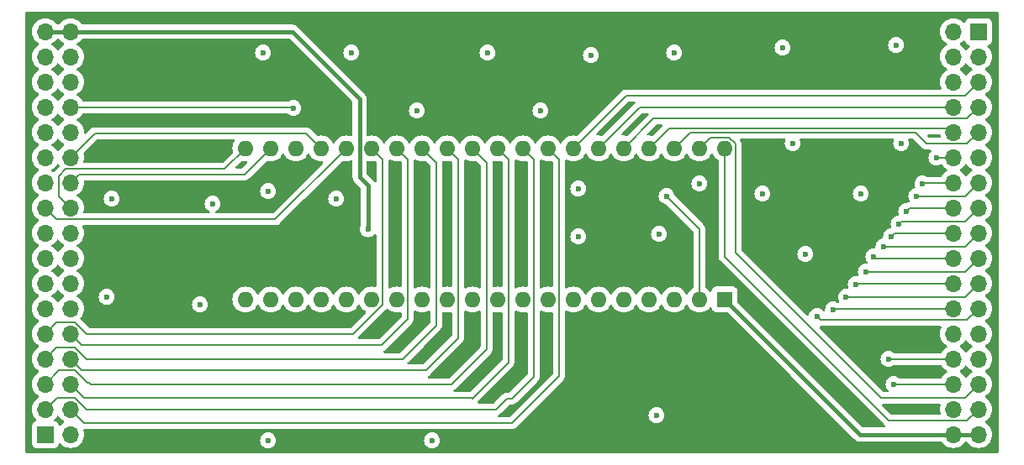
<source format=gbr>
%TF.GenerationSoftware,KiCad,Pcbnew,8.0.7-8.0.7-0~ubuntu22.04.1*%
%TF.CreationDate,2025-01-27T00:18:05+01:00*%
%TF.ProjectId,6845_v1,36383435-5f76-4312-9e6b-696361645f70,rev?*%
%TF.SameCoordinates,Original*%
%TF.FileFunction,Copper,L2,Bot*%
%TF.FilePolarity,Positive*%
%FSLAX46Y46*%
G04 Gerber Fmt 4.6, Leading zero omitted, Abs format (unit mm)*
G04 Created by KiCad (PCBNEW 8.0.7-8.0.7-0~ubuntu22.04.1) date 2025-01-27 00:18:05*
%MOMM*%
%LPD*%
G01*
G04 APERTURE LIST*
%TA.AperFunction,ComponentPad*%
%ADD10R,1.700000X1.700000*%
%TD*%
%TA.AperFunction,ComponentPad*%
%ADD11O,1.700000X1.700000*%
%TD*%
%TA.AperFunction,ComponentPad*%
%ADD12R,1.600000X1.600000*%
%TD*%
%TA.AperFunction,ComponentPad*%
%ADD13O,1.600000X1.600000*%
%TD*%
%TA.AperFunction,ViaPad*%
%ADD14C,0.600000*%
%TD*%
%TA.AperFunction,Conductor*%
%ADD15C,0.200000*%
%TD*%
%TA.AperFunction,Conductor*%
%ADD16C,0.400000*%
%TD*%
G04 APERTURE END LIST*
D10*
%TO.P,J3,1,Pin_1*%
%TO.N,unconnected-(J3-Pin_1-Pad1)*%
X147000000Y-69000000D03*
D11*
%TO.P,J3,2,Pin_2*%
%TO.N,unconnected-(J3-Pin_2-Pad2)*%
X144460000Y-69000000D03*
%TO.P,J3,3,Pin_3*%
%TO.N,unconnected-(J3-Pin_3-Pad3)*%
X147000000Y-71540000D03*
%TO.P,J3,4,Pin_4*%
%TO.N,unconnected-(J3-Pin_4-Pad4)*%
X144460000Y-71540000D03*
%TO.P,J3,5,Pin_5*%
%TO.N,/VA18*%
X147000000Y-74080000D03*
%TO.P,J3,6,Pin_6*%
%TO.N,unconnected-(J3-Pin_6-Pad6)*%
X144460000Y-74080000D03*
%TO.P,J3,7,Pin_7*%
%TO.N,/VA16*%
X147000000Y-76620000D03*
%TO.P,J3,8,Pin_8*%
%TO.N,/VA17*%
X144460000Y-76620000D03*
%TO.P,J3,9,Pin_9*%
%TO.N,/VA14*%
X147000000Y-79160000D03*
%TO.P,J3,10,Pin_10*%
%TO.N,/VA15*%
X144460000Y-79160000D03*
%TO.P,J3,11,Pin_11*%
%TO.N,/VA12*%
X147000000Y-81700000D03*
%TO.P,J3,12,Pin_12*%
%TO.N,/VA13*%
X144460000Y-81700000D03*
%TO.P,J3,13,Pin_13*%
%TO.N,/VA10*%
X147000000Y-84240000D03*
%TO.P,J3,14,Pin_14*%
%TO.N,/VA11*%
X144460000Y-84240000D03*
%TO.P,J3,15,Pin_15*%
%TO.N,/VA8*%
X147000000Y-86780000D03*
%TO.P,J3,16,Pin_16*%
%TO.N,/VA9*%
X144460000Y-86780000D03*
%TO.P,J3,17,Pin_17*%
%TO.N,/VA6*%
X147000000Y-89320000D03*
%TO.P,J3,18,Pin_18*%
%TO.N,/VA7*%
X144460000Y-89320000D03*
%TO.P,J3,19,Pin_19*%
%TO.N,/VA4*%
X147000000Y-91860000D03*
%TO.P,J3,20,Pin_20*%
%TO.N,/VA5*%
X144460000Y-91860000D03*
%TO.P,J3,21,Pin_21*%
%TO.N,/VA2*%
X147000000Y-94400000D03*
%TO.P,J3,22,Pin_22*%
%TO.N,/VA3*%
X144460000Y-94400000D03*
%TO.P,J3,23,Pin_23*%
%TO.N,/VA0*%
X147000000Y-96940000D03*
%TO.P,J3,24,Pin_24*%
%TO.N,/VA1*%
X144460000Y-96940000D03*
%TO.P,J3,25,Pin_25*%
%TO.N,/In0*%
X147000000Y-99480000D03*
%TO.P,J3,26,Pin_26*%
%TO.N,/In1*%
X144460000Y-99480000D03*
%TO.P,J3,27,Pin_27*%
%TO.N,/In2*%
X147000000Y-102020000D03*
%TO.P,J3,28,Pin_28*%
%TO.N,/DE*%
X144460000Y-102020000D03*
%TO.P,J3,29,Pin_29*%
%TO.N,/HS*%
X147000000Y-104560000D03*
%TO.P,J3,30,Pin_30*%
%TO.N,/CRSR*%
X144460000Y-104560000D03*
%TO.P,J3,31,Pin_31*%
%TO.N,/VS*%
X147000000Y-107100000D03*
%TO.P,J3,32,Pin_32*%
%TO.N,/~{RP}*%
X144460000Y-107100000D03*
%TO.P,J3,33,Pin_33*%
%TO.N,GND*%
X147000000Y-109640000D03*
%TO.P,J3,34,Pin_34*%
X144460000Y-109640000D03*
%TD*%
D12*
%TO.P,U1,1,GND*%
%TO.N,GND*%
X121412000Y-96012000D03*
D13*
%TO.P,U1,2,~{RESET}*%
%TO.N,/~{RST}*%
X118872000Y-96012000D03*
%TO.P,U1,3,LPSTB*%
%TO.N,/LP*%
X116332000Y-96012000D03*
%TO.P,U1,4,MA0*%
%TO.N,/VA0*%
X113792000Y-96012000D03*
%TO.P,U1,5,MA1*%
%TO.N,/VA1*%
X111252000Y-96012000D03*
%TO.P,U1,6,MA2*%
%TO.N,/VA2*%
X108712000Y-96012000D03*
%TO.P,U1,7,MA3*%
%TO.N,/VA3*%
X106172000Y-96012000D03*
%TO.P,U1,8,MA4*%
%TO.N,/VA4*%
X103632000Y-96012000D03*
%TO.P,U1,9,MA5*%
%TO.N,/VA5*%
X101092000Y-96012000D03*
%TO.P,U1,10,MA6*%
%TO.N,/VA6*%
X98552000Y-96012000D03*
%TO.P,U1,11,MA7*%
%TO.N,/VA7*%
X96012000Y-96012000D03*
%TO.P,U1,12,MA8*%
%TO.N,/VA8*%
X93472000Y-96012000D03*
%TO.P,U1,13,MA9*%
%TO.N,/VA9*%
X90932000Y-96012000D03*
%TO.P,U1,14,MA10*%
%TO.N,/VA10*%
X88392000Y-96012000D03*
%TO.P,U1,15,MA11*%
%TO.N,/VA11*%
X85852000Y-96012000D03*
%TO.P,U1,16,MA12*%
%TO.N,/VA12*%
X83312000Y-96012000D03*
%TO.P,U1,17,MA13*%
%TO.N,/VA13*%
X80772000Y-96012000D03*
%TO.P,U1,18,DE*%
%TO.N,/DE*%
X78232000Y-96012000D03*
%TO.P,U1,19,CURSOR*%
%TO.N,/CRSR*%
X75692000Y-96012000D03*
%TO.P,U1,20,VCC*%
%TO.N,+5V*%
X73152000Y-96012000D03*
%TO.P,U1,21,CLK*%
%TO.N,/VCLK*%
X73152000Y-80772000D03*
%TO.P,U1,22,R/~{W}*%
%TO.N,/R{slash}~{W}*%
X75692000Y-80772000D03*
%TO.P,U1,23,E*%
%TO.N,/PHI2*%
X78232000Y-80772000D03*
%TO.P,U1,24,RS*%
%TO.N,/A0#*%
X80772000Y-80772000D03*
%TO.P,U1,25,~{CS}*%
%TO.N,/~{CS}*%
X83312000Y-80772000D03*
%TO.P,U1,26,D7*%
%TO.N,/D7*%
X85852000Y-80772000D03*
%TO.P,U1,27,D6*%
%TO.N,/D6*%
X88392000Y-80772000D03*
%TO.P,U1,28,D5*%
%TO.N,/D5*%
X90932000Y-80772000D03*
%TO.P,U1,29,D4*%
%TO.N,/D4*%
X93472000Y-80772000D03*
%TO.P,U1,30,D3*%
%TO.N,/D3*%
X96012000Y-80772000D03*
%TO.P,U1,31,D2*%
%TO.N,/D2*%
X98552000Y-80772000D03*
%TO.P,U1,32,D1*%
%TO.N,/D1*%
X101092000Y-80772000D03*
%TO.P,U1,33,D0*%
%TO.N,/D0*%
X103632000Y-80772000D03*
%TO.P,U1,34,RA4*%
%TO.N,/VA18*%
X106172000Y-80772000D03*
%TO.P,U1,35,RA3*%
%TO.N,/VA17*%
X108712000Y-80772000D03*
%TO.P,U1,36,RA2*%
%TO.N,/VA16*%
X111252000Y-80772000D03*
%TO.P,U1,37,RA1*%
%TO.N,/VA15*%
X113792000Y-80772000D03*
%TO.P,U1,38,RA0*%
%TO.N,/VA14*%
X116332000Y-80772000D03*
%TO.P,U1,39,HS*%
%TO.N,/HS*%
X118872000Y-80772000D03*
%TO.P,U1,40,VS*%
%TO.N,/VS*%
X121412000Y-80772000D03*
%TD*%
D10*
%TO.P,J1,1,Pin_1*%
%TO.N,GND*%
X53000000Y-109640000D03*
D11*
%TO.P,J1,2,Pin_2*%
X55540000Y-109640000D03*
%TO.P,J1,3,Pin_3*%
%TO.N,/D1*%
X53000000Y-107100000D03*
%TO.P,J1,4,Pin_4*%
%TO.N,/D0*%
X55540000Y-107100000D03*
%TO.P,J1,5,Pin_5*%
%TO.N,/D3*%
X53000000Y-104560000D03*
%TO.P,J1,6,Pin_6*%
%TO.N,/D2*%
X55540000Y-104560000D03*
%TO.P,J1,7,Pin_7*%
%TO.N,/D5*%
X53000000Y-102020000D03*
%TO.P,J1,8,Pin_8*%
%TO.N,/D4*%
X55540000Y-102020000D03*
%TO.P,J1,9,Pin_9*%
%TO.N,/D7*%
X53000000Y-99480000D03*
%TO.P,J1,10,Pin_10*%
%TO.N,/D6*%
X55540000Y-99480000D03*
%TO.P,J1,11,Pin_11*%
%TO.N,/Out1*%
X53000000Y-96940000D03*
%TO.P,J1,12,Pin_12*%
%TO.N,/Out0*%
X55540000Y-96940000D03*
%TO.P,J1,13,Pin_13*%
%TO.N,/Out3*%
X53000000Y-94400000D03*
%TO.P,J1,14,Pin_14*%
%TO.N,/Out2*%
X55540000Y-94400000D03*
%TO.P,J1,15,Pin_15*%
%TO.N,/Out5*%
X53000000Y-91860000D03*
%TO.P,J1,16,Pin_16*%
%TO.N,/Out4*%
X55540000Y-91860000D03*
%TO.P,J1,17,Pin_17*%
%TO.N,/Out7*%
X53000000Y-89320000D03*
%TO.P,J1,18,Pin_18*%
%TO.N,/Out6*%
X55540000Y-89320000D03*
%TO.P,J1,19,Pin_19*%
%TO.N,/~{CS}*%
X53000000Y-86780000D03*
%TO.P,J1,20,Pin_20*%
%TO.N,/VCLK*%
X55540000Y-86780000D03*
%TO.P,J1,21,Pin_21*%
%TO.N,/A1#*%
X53000000Y-84240000D03*
%TO.P,J1,22,Pin_22*%
%TO.N,/R{slash}~{W}*%
X55540000Y-84240000D03*
%TO.P,J1,23,Pin_23*%
%TO.N,/~{RD}*%
X53000000Y-81700000D03*
%TO.P,J1,24,Pin_24*%
%TO.N,/A0#*%
X55540000Y-81700000D03*
%TO.P,J1,25,Pin_25*%
%TO.N,/~{RST}*%
X53000000Y-79160000D03*
%TO.P,J1,26,Pin_26*%
%TO.N,/~{WR}*%
X55540000Y-79160000D03*
%TO.P,J1,27,Pin_27*%
%TO.N,/CH0*%
X53000000Y-76620000D03*
%TO.P,J1,28,Pin_28*%
%TO.N,/PHI2*%
X55540000Y-76620000D03*
%TO.P,J1,29,Pin_29*%
%TO.N,/Y*%
X53000000Y-74080000D03*
%TO.P,J1,30,Pin_30*%
%TO.N,/A*%
X55540000Y-74080000D03*
%TO.P,J1,31,Pin_31*%
%TO.N,/B*%
X53000000Y-71540000D03*
%TO.P,J1,32,Pin_32*%
%TO.N,unconnected-(J1-Pin_32-Pad32)*%
X55540000Y-71540000D03*
%TO.P,J1,33,Pin_33*%
%TO.N,+5V*%
X53000000Y-69000000D03*
%TO.P,J1,34,Pin_34*%
X55540000Y-69000000D03*
%TD*%
D14*
%TO.N,/VA13*%
X142748000Y-81700000D03*
%TO.N,/VA11*%
X141336000Y-84328000D03*
%TO.N,/DE*%
X137922000Y-102020000D03*
%TO.N,/CRSR*%
X138430000Y-104560000D03*
%TO.N,+5V*%
X85500000Y-88937500D03*
%TO.N,/PHI2*%
X77978000Y-76708000D03*
%TO.N,*%
X90424000Y-76962000D03*
X114554000Y-107696000D03*
X59690000Y-85852000D03*
X83820000Y-71120000D03*
X68580000Y-96520000D03*
X135128000Y-85344000D03*
X107950000Y-71374000D03*
X106680000Y-89662000D03*
X102870000Y-76962000D03*
X125222000Y-85344000D03*
X75438000Y-110236000D03*
X69850000Y-86360000D03*
X127254000Y-70612000D03*
X106680000Y-84836000D03*
X139192000Y-80264000D03*
X59182000Y-95758000D03*
X129540000Y-91440000D03*
X114808000Y-89408000D03*
X97536000Y-71120000D03*
X74930000Y-71120000D03*
X91948000Y-110236000D03*
X116332000Y-71120000D03*
X118872000Y-84328000D03*
X128270000Y-80264000D03*
X75438000Y-85090000D03*
X138684000Y-70358000D03*
X82296000Y-85852000D03*
%TO.N,/VA2*%
X133658194Y-95758000D03*
%TO.N,/VA9*%
X139700000Y-87122000D03*
%TO.N,/VA5*%
X136398000Y-91694000D03*
%TO.N,/VA10*%
X140716000Y-85598000D03*
%TO.N,/VA3*%
X134620000Y-94488000D03*
%TO.N,/VA0*%
X130718355Y-97698355D03*
%TO.N,/VA8*%
X138938000Y-88392000D03*
%TO.N,/VA7*%
X138176000Y-89662000D03*
%TO.N,/~{RST}*%
X115570000Y-85598000D03*
%TO.N,/VA1*%
X132334000Y-97028000D03*
%TO.N,/VA4*%
X135636000Y-93218000D03*
%TO.N,/VA6*%
X137414000Y-90678000D03*
%TD*%
D15*
%TO.N,/VA11*%
X141424000Y-84240000D02*
X141336000Y-84328000D01*
X144460000Y-84240000D02*
X141424000Y-84240000D01*
%TO.N,/VA13*%
X144460000Y-81700000D02*
X142748000Y-81700000D01*
%TO.N,/VA10*%
X145642000Y-85598000D02*
X140716000Y-85598000D01*
X147000000Y-84240000D02*
X145642000Y-85598000D01*
%TO.N,/VA9*%
X140042000Y-86780000D02*
X139700000Y-87122000D01*
X144460000Y-86780000D02*
X140042000Y-86780000D01*
%TO.N,/VA8*%
X139192000Y-88138000D02*
X138938000Y-88392000D01*
X147000000Y-86780000D02*
X145642000Y-88138000D01*
X145642000Y-88138000D02*
X139192000Y-88138000D01*
%TO.N,/VA7*%
X138518000Y-89320000D02*
X138176000Y-89662000D01*
X144460000Y-89320000D02*
X138518000Y-89320000D01*
%TO.N,/VA6*%
X145642000Y-90678000D02*
X137414000Y-90678000D01*
X147000000Y-89320000D02*
X145642000Y-90678000D01*
%TO.N,/VA5*%
X136564000Y-91860000D02*
X136398000Y-91694000D01*
X144460000Y-91860000D02*
X136564000Y-91860000D01*
%TO.N,/VA4*%
X147000000Y-91860000D02*
X145642000Y-93218000D01*
X145642000Y-93218000D02*
X135636000Y-93218000D01*
%TO.N,/VA3*%
X134708000Y-94400000D02*
X134620000Y-94488000D01*
X144460000Y-94400000D02*
X134708000Y-94400000D01*
%TO.N,/VA2*%
X147000000Y-94400000D02*
X145642000Y-95758000D01*
X145642000Y-95758000D02*
X133658194Y-95758000D01*
%TO.N,/VA1*%
X144460000Y-96940000D02*
X132422000Y-96940000D01*
X132422000Y-96940000D02*
X132334000Y-97028000D01*
%TO.N,/VA0*%
X130718355Y-97698355D02*
X131110000Y-98090000D01*
X131110000Y-98090000D02*
X145850000Y-98090000D01*
X145850000Y-98090000D02*
X147000000Y-96940000D01*
%TO.N,/CRSR*%
X144460000Y-104560000D02*
X138430000Y-104560000D01*
%TO.N,/DE*%
X144460000Y-102020000D02*
X137922000Y-102020000D01*
%TO.N,/HS*%
X122512000Y-91270000D02*
X130556000Y-99314000D01*
X130556000Y-99314000D02*
X130722000Y-99480000D01*
X137192000Y-105950000D02*
X130556000Y-99314000D01*
X147000000Y-104560000D02*
X145610000Y-105950000D01*
X145610000Y-105950000D02*
X137192000Y-105950000D01*
%TO.N,/VS*%
X147000000Y-107100000D02*
X145850000Y-108250000D01*
X145850000Y-108250000D02*
X137968000Y-108250000D01*
X137968000Y-108250000D02*
X121412000Y-91694000D01*
X121412000Y-91694000D02*
X121412000Y-80772000D01*
D16*
%TO.N,GND*%
X144460000Y-109640000D02*
X135040000Y-109640000D01*
X135040000Y-109640000D02*
X121412000Y-96012000D01*
X144460000Y-109640000D02*
X147000000Y-109640000D01*
D15*
%TO.N,/VA15*%
X113792000Y-80772000D02*
X115824000Y-78740000D01*
X115824000Y-78740000D02*
X144040000Y-78740000D01*
X144040000Y-78740000D02*
X144460000Y-79160000D01*
%TO.N,/VA14*%
X116332000Y-80772000D02*
X117944000Y-79160000D01*
X117944000Y-79160000D02*
X140628000Y-79160000D01*
X140628000Y-79160000D02*
X141778000Y-80310000D01*
X141778000Y-80310000D02*
X145850000Y-80310000D01*
X145850000Y-80310000D02*
X147000000Y-79160000D01*
%TO.N,/VA17*%
X108712000Y-80772000D02*
X112864000Y-76620000D01*
X112864000Y-76620000D02*
X144460000Y-76620000D01*
%TO.N,/VA18*%
X106172000Y-80772000D02*
X111506000Y-75438000D01*
X111506000Y-75438000D02*
X145642000Y-75438000D01*
X145642000Y-75438000D02*
X147000000Y-74080000D01*
%TO.N,/VA16*%
X145850000Y-77770000D02*
X147000000Y-76620000D01*
X114254000Y-77770000D02*
X145850000Y-77770000D01*
X111252000Y-80772000D02*
X114254000Y-77770000D01*
%TO.N,/~{RST}*%
X118872000Y-96012000D02*
X118872000Y-88900000D01*
X118872000Y-88900000D02*
X115570000Y-85598000D01*
%TO.N,/A0#*%
X80772000Y-80772000D02*
X79248000Y-79248000D01*
X79248000Y-79248000D02*
X57992000Y-79248000D01*
X57992000Y-79248000D02*
X55540000Y-81700000D01*
D16*
%TO.N,+5V*%
X55540000Y-69000000D02*
X77890000Y-69000000D01*
X77890000Y-69000000D02*
X84652000Y-75762000D01*
X84652000Y-75762000D02*
X84652000Y-83636000D01*
X84652000Y-83636000D02*
X85500000Y-84484000D01*
X85500000Y-84484000D02*
X85500000Y-88937500D01*
X53000000Y-69000000D02*
X55540000Y-69000000D01*
D15*
%TO.N,/PHI2*%
X55540000Y-76620000D02*
X77890000Y-76620000D01*
X77890000Y-76620000D02*
X77978000Y-76708000D01*
%TO.N,/~{CS}*%
X53000000Y-86780000D02*
X54150000Y-87930000D01*
X54150000Y-87930000D02*
X76154000Y-87930000D01*
X76154000Y-87930000D02*
X83312000Y-80772000D01*
%TO.N,/VCLK*%
X73152000Y-80772000D02*
X71074000Y-82850000D01*
X71074000Y-82850000D02*
X55072000Y-82850000D01*
X55072000Y-82850000D02*
X54356000Y-83566000D01*
X54356000Y-83566000D02*
X54356000Y-85596000D01*
X54356000Y-85596000D02*
X55540000Y-86780000D01*
%TO.N,/R{slash}~{W}*%
X56390000Y-83390000D02*
X73074000Y-83390000D01*
X55540000Y-84240000D02*
X56390000Y-83390000D01*
X73074000Y-83390000D02*
X75692000Y-80772000D01*
%TO.N,/D1*%
X101092000Y-80772000D02*
X102192000Y-81872000D01*
X102192000Y-81872000D02*
X102192000Y-103808000D01*
X102192000Y-103808000D02*
X100000000Y-106000000D01*
X99500000Y-106000000D02*
X98400000Y-107100000D01*
X55984346Y-105918000D02*
X54182000Y-105918000D01*
X100000000Y-106000000D02*
X99500000Y-106000000D01*
X57166346Y-107100000D02*
X55984346Y-105918000D01*
X98400000Y-107100000D02*
X57166346Y-107100000D01*
X54182000Y-105918000D02*
X53000000Y-107100000D01*
%TO.N,/D3*%
X57404000Y-104394000D02*
X57240346Y-104394000D01*
X54390000Y-103170000D02*
X53000000Y-104560000D01*
X57240346Y-104394000D02*
X56016346Y-103170000D01*
X56016346Y-103170000D02*
X54390000Y-103170000D01*
%TO.N,/D5*%
X90932000Y-80772000D02*
X92372000Y-82212000D01*
X54150000Y-100870000D02*
X53000000Y-102020000D01*
X92372000Y-82212000D02*
X92372000Y-98628000D01*
X57166346Y-102020000D02*
X56016346Y-100870000D01*
X92372000Y-98628000D02*
X88980000Y-102020000D01*
X88980000Y-102020000D02*
X57166346Y-102020000D01*
X56016346Y-100870000D02*
X54150000Y-100870000D01*
%TO.N,/D7*%
X85852000Y-80772000D02*
X86952000Y-81872000D01*
X86952000Y-81872000D02*
X86952000Y-96548000D01*
X86952000Y-96548000D02*
X84020000Y-99480000D01*
X84020000Y-99480000D02*
X57166346Y-99480000D01*
X57166346Y-99480000D02*
X56016346Y-98330000D01*
X56016346Y-98330000D02*
X54150000Y-98330000D01*
X54150000Y-98330000D02*
X53000000Y-99480000D01*
%TO.N,/D6*%
X88392000Y-80772000D02*
X89492000Y-81872000D01*
X89492000Y-81872000D02*
X89492000Y-98008000D01*
X89492000Y-98008000D02*
X86870000Y-100630000D01*
X86870000Y-100630000D02*
X56690000Y-100630000D01*
X56690000Y-100630000D02*
X55540000Y-99480000D01*
%TO.N,/D4*%
X93472000Y-80772000D02*
X94572000Y-81872000D01*
X56690000Y-103170000D02*
X55540000Y-102020000D01*
X94572000Y-81872000D02*
X94572000Y-99928000D01*
X94572000Y-99928000D02*
X91330000Y-103170000D01*
X91330000Y-103170000D02*
X56690000Y-103170000D01*
%TO.N,/D2*%
X98552000Y-80772000D02*
X99652000Y-81872000D01*
X99652000Y-102348000D02*
X96000000Y-106000000D01*
X99652000Y-81872000D02*
X99652000Y-102348000D01*
X96000000Y-106000000D02*
X95950000Y-105950000D01*
X95950000Y-105950000D02*
X56930000Y-105950000D01*
X56930000Y-105950000D02*
X55540000Y-104560000D01*
%TO.N,/D3*%
X96012000Y-80772000D02*
X97452000Y-82212000D01*
X97452000Y-82212000D02*
X97452000Y-101048000D01*
X57570000Y-104560000D02*
X57404000Y-104394000D01*
X97452000Y-101048000D02*
X93940000Y-104560000D01*
X93940000Y-104560000D02*
X57570000Y-104560000D01*
%TO.N,/D0*%
X103632000Y-80772000D02*
X104732000Y-81872000D01*
X104732000Y-81872000D02*
X104732000Y-103768000D01*
X104732000Y-103768000D02*
X100010000Y-108490000D01*
X100010000Y-108490000D02*
X56930000Y-108490000D01*
X56930000Y-108490000D02*
X55540000Y-107100000D01*
%TO.N,/HS*%
X119972000Y-79672000D02*
X121867635Y-79672000D01*
X122512000Y-80316365D02*
X122512000Y-91270000D01*
X121867635Y-79672000D02*
X122512000Y-80316365D01*
X118872000Y-80772000D02*
X119972000Y-79672000D01*
%TD*%
%TA.AperFunction,NonConductor*%
G36*
X148942539Y-67020185D02*
G01*
X148988294Y-67072989D01*
X148999500Y-67124500D01*
X148999500Y-111375500D01*
X148979815Y-111442539D01*
X148927011Y-111488294D01*
X148875500Y-111499500D01*
X51124500Y-111499500D01*
X51057461Y-111479815D01*
X51011706Y-111427011D01*
X51000500Y-111375500D01*
X51000500Y-68999999D01*
X51644341Y-68999999D01*
X51644341Y-69000000D01*
X51664936Y-69235403D01*
X51664938Y-69235413D01*
X51726094Y-69463655D01*
X51726096Y-69463659D01*
X51726097Y-69463663D01*
X51810499Y-69644663D01*
X51825965Y-69677830D01*
X51825967Y-69677834D01*
X51961501Y-69871395D01*
X51961506Y-69871402D01*
X52128597Y-70038493D01*
X52128603Y-70038498D01*
X52314158Y-70168425D01*
X52357783Y-70223002D01*
X52364977Y-70292500D01*
X52333454Y-70354855D01*
X52314158Y-70371575D01*
X52128597Y-70501505D01*
X51961505Y-70668597D01*
X51825965Y-70862169D01*
X51825964Y-70862171D01*
X51726098Y-71076335D01*
X51726094Y-71076344D01*
X51664938Y-71304586D01*
X51664936Y-71304596D01*
X51644341Y-71539999D01*
X51644341Y-71540000D01*
X51664936Y-71775403D01*
X51664938Y-71775413D01*
X51726094Y-72003655D01*
X51726096Y-72003659D01*
X51726097Y-72003663D01*
X51798704Y-72159368D01*
X51825965Y-72217830D01*
X51825967Y-72217834D01*
X51934281Y-72372521D01*
X51961501Y-72411396D01*
X51961506Y-72411402D01*
X52128597Y-72578493D01*
X52128603Y-72578498D01*
X52314158Y-72708425D01*
X52357783Y-72763002D01*
X52364977Y-72832500D01*
X52333454Y-72894855D01*
X52314158Y-72911575D01*
X52128597Y-73041505D01*
X51961505Y-73208597D01*
X51825965Y-73402169D01*
X51825964Y-73402171D01*
X51726098Y-73616335D01*
X51726094Y-73616344D01*
X51664938Y-73844586D01*
X51664936Y-73844596D01*
X51644341Y-74079999D01*
X51644341Y-74080000D01*
X51664936Y-74315403D01*
X51664938Y-74315413D01*
X51726094Y-74543655D01*
X51726096Y-74543659D01*
X51726097Y-74543663D01*
X51730000Y-74552032D01*
X51825965Y-74757830D01*
X51825967Y-74757834D01*
X51930666Y-74907359D01*
X51961501Y-74951396D01*
X51961506Y-74951402D01*
X52128597Y-75118493D01*
X52128603Y-75118498D01*
X52314158Y-75248425D01*
X52357783Y-75303002D01*
X52364977Y-75372500D01*
X52333454Y-75434855D01*
X52314158Y-75451575D01*
X52128597Y-75581505D01*
X51961505Y-75748597D01*
X51825965Y-75942169D01*
X51825964Y-75942171D01*
X51726098Y-76156335D01*
X51726094Y-76156344D01*
X51664938Y-76384586D01*
X51664936Y-76384596D01*
X51644341Y-76619999D01*
X51644341Y-76620000D01*
X51664936Y-76855403D01*
X51664938Y-76855413D01*
X51726094Y-77083655D01*
X51726096Y-77083659D01*
X51726097Y-77083663D01*
X51791227Y-77223334D01*
X51825965Y-77297830D01*
X51825967Y-77297834D01*
X51915503Y-77425703D01*
X51961501Y-77491396D01*
X51961506Y-77491402D01*
X52128597Y-77658493D01*
X52128603Y-77658498D01*
X52314158Y-77788425D01*
X52357783Y-77843002D01*
X52364977Y-77912500D01*
X52333454Y-77974855D01*
X52314158Y-77991575D01*
X52128597Y-78121505D01*
X51961505Y-78288597D01*
X51825965Y-78482169D01*
X51825964Y-78482171D01*
X51726098Y-78696335D01*
X51726097Y-78696337D01*
X51664938Y-78924586D01*
X51664936Y-78924596D01*
X51644341Y-79159999D01*
X51644341Y-79160000D01*
X51664936Y-79395403D01*
X51664938Y-79395413D01*
X51726094Y-79623655D01*
X51726096Y-79623659D01*
X51726097Y-79623663D01*
X51799085Y-79780185D01*
X51825965Y-79837830D01*
X51825967Y-79837834D01*
X51892504Y-79932858D01*
X51961501Y-80031396D01*
X51961506Y-80031402D01*
X52128597Y-80198493D01*
X52128603Y-80198498D01*
X52314158Y-80328425D01*
X52357783Y-80383002D01*
X52364977Y-80452500D01*
X52333454Y-80514855D01*
X52314158Y-80531575D01*
X52128597Y-80661505D01*
X51961505Y-80828597D01*
X51825965Y-81022169D01*
X51825964Y-81022171D01*
X51726098Y-81236335D01*
X51726094Y-81236344D01*
X51664938Y-81464586D01*
X51664936Y-81464596D01*
X51644341Y-81699999D01*
X51644341Y-81700000D01*
X51664936Y-81935403D01*
X51664938Y-81935413D01*
X51726094Y-82163655D01*
X51726096Y-82163659D01*
X51726097Y-82163663D01*
X51799342Y-82320736D01*
X51825965Y-82377830D01*
X51825967Y-82377834D01*
X51915406Y-82505565D01*
X51961501Y-82571396D01*
X51961506Y-82571402D01*
X52128597Y-82738493D01*
X52128603Y-82738498D01*
X52314158Y-82868425D01*
X52357783Y-82923002D01*
X52364977Y-82992500D01*
X52333454Y-83054855D01*
X52314158Y-83071575D01*
X52128597Y-83201505D01*
X51961505Y-83368597D01*
X51825965Y-83562169D01*
X51825964Y-83562171D01*
X51726098Y-83776335D01*
X51726094Y-83776344D01*
X51664938Y-84004586D01*
X51664936Y-84004596D01*
X51644341Y-84239999D01*
X51644341Y-84240000D01*
X51664936Y-84475403D01*
X51664938Y-84475413D01*
X51726094Y-84703655D01*
X51726096Y-84703659D01*
X51726097Y-84703663D01*
X51822661Y-84910745D01*
X51825965Y-84917830D01*
X51825967Y-84917834D01*
X51961501Y-85111395D01*
X51961506Y-85111402D01*
X52128597Y-85278493D01*
X52128603Y-85278498D01*
X52314158Y-85408425D01*
X52357783Y-85463002D01*
X52364977Y-85532500D01*
X52333454Y-85594855D01*
X52314158Y-85611575D01*
X52128597Y-85741505D01*
X51961505Y-85908597D01*
X51825965Y-86102169D01*
X51825964Y-86102171D01*
X51726098Y-86316335D01*
X51726094Y-86316344D01*
X51664938Y-86544586D01*
X51664936Y-86544596D01*
X51644341Y-86779999D01*
X51644341Y-86780000D01*
X51664936Y-87015403D01*
X51664938Y-87015413D01*
X51726094Y-87243655D01*
X51726096Y-87243659D01*
X51726097Y-87243663D01*
X51813634Y-87431386D01*
X51825965Y-87457830D01*
X51825967Y-87457834D01*
X51961501Y-87651395D01*
X51961506Y-87651402D01*
X52128597Y-87818493D01*
X52128603Y-87818498D01*
X52314158Y-87948425D01*
X52357783Y-88003002D01*
X52364977Y-88072500D01*
X52333454Y-88134855D01*
X52314158Y-88151575D01*
X52128597Y-88281505D01*
X51961505Y-88448597D01*
X51825965Y-88642169D01*
X51825964Y-88642171D01*
X51726098Y-88856335D01*
X51726094Y-88856344D01*
X51664938Y-89084586D01*
X51664936Y-89084596D01*
X51644341Y-89319999D01*
X51644341Y-89320000D01*
X51664936Y-89555403D01*
X51664938Y-89555413D01*
X51726094Y-89783655D01*
X51726096Y-89783659D01*
X51726097Y-89783663D01*
X51806004Y-89955023D01*
X51825965Y-89997830D01*
X51825967Y-89997834D01*
X51921164Y-90133788D01*
X51961501Y-90191396D01*
X51961506Y-90191402D01*
X52128597Y-90358493D01*
X52128603Y-90358498D01*
X52314158Y-90488425D01*
X52357783Y-90543002D01*
X52364977Y-90612500D01*
X52333454Y-90674855D01*
X52314158Y-90691575D01*
X52128597Y-90821505D01*
X51961505Y-90988597D01*
X51825965Y-91182169D01*
X51825964Y-91182171D01*
X51726098Y-91396335D01*
X51726094Y-91396344D01*
X51664938Y-91624586D01*
X51664936Y-91624596D01*
X51644341Y-91859999D01*
X51644341Y-91860000D01*
X51664936Y-92095403D01*
X51664938Y-92095413D01*
X51726094Y-92323655D01*
X51726096Y-92323659D01*
X51726097Y-92323663D01*
X51806004Y-92495023D01*
X51825965Y-92537830D01*
X51825967Y-92537834D01*
X51934281Y-92692521D01*
X51961501Y-92731396D01*
X51961506Y-92731402D01*
X52128597Y-92898493D01*
X52128603Y-92898498D01*
X52314158Y-93028425D01*
X52357783Y-93083002D01*
X52364977Y-93152500D01*
X52333454Y-93214855D01*
X52314158Y-93231575D01*
X52128597Y-93361505D01*
X51961505Y-93528597D01*
X51825965Y-93722169D01*
X51825964Y-93722171D01*
X51726098Y-93936335D01*
X51726094Y-93936344D01*
X51664938Y-94164586D01*
X51664936Y-94164596D01*
X51644341Y-94399999D01*
X51644341Y-94400000D01*
X51664936Y-94635403D01*
X51664938Y-94635413D01*
X51726094Y-94863655D01*
X51726096Y-94863659D01*
X51726097Y-94863663D01*
X51806004Y-95035023D01*
X51825965Y-95077830D01*
X51825967Y-95077834D01*
X51886392Y-95164129D01*
X51961501Y-95271396D01*
X51961506Y-95271402D01*
X52128597Y-95438493D01*
X52128603Y-95438498D01*
X52314158Y-95568425D01*
X52357783Y-95623002D01*
X52364977Y-95692500D01*
X52333454Y-95754855D01*
X52314158Y-95771575D01*
X52128597Y-95901505D01*
X51961505Y-96068597D01*
X51825965Y-96262169D01*
X51825964Y-96262171D01*
X51726098Y-96476335D01*
X51726094Y-96476344D01*
X51664938Y-96704586D01*
X51664936Y-96704596D01*
X51644341Y-96939999D01*
X51644341Y-96940000D01*
X51664936Y-97175403D01*
X51664938Y-97175413D01*
X51726094Y-97403655D01*
X51726096Y-97403659D01*
X51726097Y-97403663D01*
X51779928Y-97519104D01*
X51825965Y-97617830D01*
X51825967Y-97617834D01*
X51961501Y-97811395D01*
X51961506Y-97811402D01*
X52128597Y-97978493D01*
X52128603Y-97978498D01*
X52314158Y-98108425D01*
X52357783Y-98163002D01*
X52364977Y-98232500D01*
X52333454Y-98294855D01*
X52314158Y-98311575D01*
X52128597Y-98441505D01*
X51961505Y-98608597D01*
X51825965Y-98802169D01*
X51825964Y-98802171D01*
X51726098Y-99016335D01*
X51726094Y-99016344D01*
X51664938Y-99244586D01*
X51664936Y-99244596D01*
X51644341Y-99479999D01*
X51644341Y-99480000D01*
X51664936Y-99715403D01*
X51664938Y-99715413D01*
X51726094Y-99943655D01*
X51726096Y-99943659D01*
X51726097Y-99943663D01*
X51764802Y-100026666D01*
X51825965Y-100157830D01*
X51825967Y-100157834D01*
X51904157Y-100269500D01*
X51961501Y-100351396D01*
X51961506Y-100351402D01*
X52128597Y-100518493D01*
X52128603Y-100518498D01*
X52314158Y-100648425D01*
X52357783Y-100703002D01*
X52364977Y-100772500D01*
X52333454Y-100834855D01*
X52314158Y-100851575D01*
X52128597Y-100981505D01*
X51961505Y-101148597D01*
X51825965Y-101342169D01*
X51825964Y-101342171D01*
X51726098Y-101556335D01*
X51726094Y-101556344D01*
X51664938Y-101784586D01*
X51664936Y-101784596D01*
X51644341Y-102019999D01*
X51644341Y-102020000D01*
X51664936Y-102255403D01*
X51664938Y-102255413D01*
X51726094Y-102483655D01*
X51726096Y-102483659D01*
X51726097Y-102483663D01*
X51790206Y-102621145D01*
X51825965Y-102697830D01*
X51825967Y-102697834D01*
X51915406Y-102825565D01*
X51961501Y-102891396D01*
X51961506Y-102891402D01*
X52128597Y-103058493D01*
X52128603Y-103058498D01*
X52314158Y-103188425D01*
X52357783Y-103243002D01*
X52364977Y-103312500D01*
X52333454Y-103374855D01*
X52314158Y-103391575D01*
X52128597Y-103521505D01*
X51961505Y-103688597D01*
X51825965Y-103882169D01*
X51825964Y-103882171D01*
X51726098Y-104096335D01*
X51726094Y-104096344D01*
X51664938Y-104324586D01*
X51664936Y-104324596D01*
X51644341Y-104559999D01*
X51644341Y-104560000D01*
X51664936Y-104795403D01*
X51664938Y-104795413D01*
X51726094Y-105023655D01*
X51726096Y-105023659D01*
X51726097Y-105023663D01*
X51825965Y-105237830D01*
X51825967Y-105237834D01*
X51961501Y-105431395D01*
X51961506Y-105431402D01*
X52128597Y-105598493D01*
X52128603Y-105598498D01*
X52314158Y-105728425D01*
X52357783Y-105783002D01*
X52364977Y-105852500D01*
X52333454Y-105914855D01*
X52314158Y-105931575D01*
X52128597Y-106061505D01*
X51961505Y-106228597D01*
X51825965Y-106422169D01*
X51825964Y-106422171D01*
X51726098Y-106636335D01*
X51726094Y-106636344D01*
X51664938Y-106864586D01*
X51664936Y-106864596D01*
X51644341Y-107099999D01*
X51644341Y-107100000D01*
X51664936Y-107335403D01*
X51664938Y-107335413D01*
X51726094Y-107563655D01*
X51726096Y-107563659D01*
X51726097Y-107563663D01*
X51820703Y-107766546D01*
X51825965Y-107777830D01*
X51825967Y-107777834D01*
X51902173Y-107886666D01*
X51961501Y-107971396D01*
X51961506Y-107971402D01*
X52083430Y-108093326D01*
X52116915Y-108154649D01*
X52111931Y-108224341D01*
X52070059Y-108280274D01*
X52039083Y-108297189D01*
X51907669Y-108346203D01*
X51907664Y-108346206D01*
X51792455Y-108432452D01*
X51792452Y-108432455D01*
X51706206Y-108547664D01*
X51706202Y-108547671D01*
X51655908Y-108682517D01*
X51649501Y-108742116D01*
X51649500Y-108742135D01*
X51649500Y-110537870D01*
X51649501Y-110537876D01*
X51655908Y-110597483D01*
X51706202Y-110732328D01*
X51706206Y-110732335D01*
X51792452Y-110847544D01*
X51792455Y-110847547D01*
X51907664Y-110933793D01*
X51907671Y-110933797D01*
X52042517Y-110984091D01*
X52042516Y-110984091D01*
X52049444Y-110984835D01*
X52102127Y-110990500D01*
X53897872Y-110990499D01*
X53957483Y-110984091D01*
X54092331Y-110933796D01*
X54207546Y-110847546D01*
X54293796Y-110732331D01*
X54342810Y-110600916D01*
X54384681Y-110544984D01*
X54450145Y-110520566D01*
X54518418Y-110535417D01*
X54546673Y-110556569D01*
X54668599Y-110678495D01*
X54753955Y-110738262D01*
X54862165Y-110814032D01*
X54862167Y-110814033D01*
X54862170Y-110814035D01*
X55076337Y-110913903D01*
X55304592Y-110975063D01*
X55481034Y-110990500D01*
X55539999Y-110995659D01*
X55540000Y-110995659D01*
X55540001Y-110995659D01*
X55598966Y-110990500D01*
X55775408Y-110975063D01*
X56003663Y-110913903D01*
X56217830Y-110814035D01*
X56411401Y-110678495D01*
X56578495Y-110511401D01*
X56714035Y-110317830D01*
X56752195Y-110235996D01*
X74632435Y-110235996D01*
X74632435Y-110236003D01*
X74652630Y-110415249D01*
X74652631Y-110415254D01*
X74712211Y-110585523D01*
X74770630Y-110678495D01*
X74808184Y-110738262D01*
X74935738Y-110865816D01*
X75088478Y-110961789D01*
X75185273Y-110995659D01*
X75258745Y-111021368D01*
X75258750Y-111021369D01*
X75437996Y-111041565D01*
X75438000Y-111041565D01*
X75438004Y-111041565D01*
X75617249Y-111021369D01*
X75617252Y-111021368D01*
X75617255Y-111021368D01*
X75787522Y-110961789D01*
X75940262Y-110865816D01*
X76067816Y-110738262D01*
X76163789Y-110585522D01*
X76223368Y-110415255D01*
X76229573Y-110360185D01*
X76243565Y-110236003D01*
X76243565Y-110235996D01*
X91142435Y-110235996D01*
X91142435Y-110236003D01*
X91162630Y-110415249D01*
X91162631Y-110415254D01*
X91222211Y-110585523D01*
X91280630Y-110678495D01*
X91318184Y-110738262D01*
X91445738Y-110865816D01*
X91598478Y-110961789D01*
X91695273Y-110995659D01*
X91768745Y-111021368D01*
X91768750Y-111021369D01*
X91947996Y-111041565D01*
X91948000Y-111041565D01*
X91948004Y-111041565D01*
X92127249Y-111021369D01*
X92127252Y-111021368D01*
X92127255Y-111021368D01*
X92297522Y-110961789D01*
X92450262Y-110865816D01*
X92577816Y-110738262D01*
X92673789Y-110585522D01*
X92733368Y-110415255D01*
X92739573Y-110360185D01*
X92753565Y-110236003D01*
X92753565Y-110235996D01*
X92733369Y-110056750D01*
X92733368Y-110056745D01*
X92673788Y-109886476D01*
X92577815Y-109733737D01*
X92450262Y-109606184D01*
X92297523Y-109510211D01*
X92127254Y-109450631D01*
X92127249Y-109450630D01*
X91948004Y-109430435D01*
X91947996Y-109430435D01*
X91768750Y-109450630D01*
X91768745Y-109450631D01*
X91598476Y-109510211D01*
X91445737Y-109606184D01*
X91318184Y-109733737D01*
X91222211Y-109886476D01*
X91162631Y-110056745D01*
X91162630Y-110056750D01*
X91142435Y-110235996D01*
X76243565Y-110235996D01*
X76223369Y-110056750D01*
X76223368Y-110056745D01*
X76163788Y-109886476D01*
X76067815Y-109733737D01*
X75940262Y-109606184D01*
X75787523Y-109510211D01*
X75617254Y-109450631D01*
X75617249Y-109450630D01*
X75438004Y-109430435D01*
X75437996Y-109430435D01*
X75258750Y-109450630D01*
X75258745Y-109450631D01*
X75088476Y-109510211D01*
X74935737Y-109606184D01*
X74808184Y-109733737D01*
X74712211Y-109886476D01*
X74652631Y-110056745D01*
X74652630Y-110056750D01*
X74632435Y-110235996D01*
X56752195Y-110235996D01*
X56813903Y-110103663D01*
X56875063Y-109875408D01*
X56895659Y-109640000D01*
X56875063Y-109404592D01*
X56832728Y-109246593D01*
X56834391Y-109176744D01*
X56873554Y-109118882D01*
X56937782Y-109091378D01*
X56952503Y-109090501D01*
X57016653Y-109090501D01*
X57016669Y-109090500D01*
X99923331Y-109090500D01*
X99923347Y-109090501D01*
X99930943Y-109090501D01*
X100089054Y-109090501D01*
X100089057Y-109090501D01*
X100241785Y-109049577D01*
X100294356Y-109019225D01*
X100294357Y-109019225D01*
X100378709Y-108970524D01*
X100378708Y-108970524D01*
X100378716Y-108970520D01*
X100490520Y-108858716D01*
X100490520Y-108858714D01*
X100500724Y-108848511D01*
X100500728Y-108848506D01*
X101653238Y-107695996D01*
X113748435Y-107695996D01*
X113748435Y-107696003D01*
X113768630Y-107875249D01*
X113768631Y-107875254D01*
X113828211Y-108045523D01*
X113886630Y-108138495D01*
X113924184Y-108198262D01*
X114051738Y-108325816D01*
X114204478Y-108421789D01*
X114330726Y-108465965D01*
X114374745Y-108481368D01*
X114374750Y-108481369D01*
X114553996Y-108501565D01*
X114554000Y-108501565D01*
X114554004Y-108501565D01*
X114733249Y-108481369D01*
X114733252Y-108481368D01*
X114733255Y-108481368D01*
X114903522Y-108421789D01*
X115056262Y-108325816D01*
X115183816Y-108198262D01*
X115279789Y-108045522D01*
X115339368Y-107875255D01*
X115341855Y-107853181D01*
X115359565Y-107696003D01*
X115359565Y-107695996D01*
X115339369Y-107516750D01*
X115339368Y-107516745D01*
X115318990Y-107458507D01*
X115279789Y-107346478D01*
X115272836Y-107335413D01*
X115183815Y-107193737D01*
X115056262Y-107066184D01*
X114903523Y-106970211D01*
X114733254Y-106910631D01*
X114733249Y-106910630D01*
X114554004Y-106890435D01*
X114553996Y-106890435D01*
X114374750Y-106910630D01*
X114374745Y-106910631D01*
X114204476Y-106970211D01*
X114051737Y-107066184D01*
X113924184Y-107193737D01*
X113828211Y-107346476D01*
X113768631Y-107516745D01*
X113768630Y-107516750D01*
X113748435Y-107695996D01*
X101653238Y-107695996D01*
X105090506Y-104258728D01*
X105090511Y-104258724D01*
X105100714Y-104248520D01*
X105100716Y-104248520D01*
X105212520Y-104136716D01*
X105291577Y-103999784D01*
X105332500Y-103847057D01*
X105332500Y-97249512D01*
X105352185Y-97182473D01*
X105404989Y-97136718D01*
X105474147Y-97126774D01*
X105514193Y-97140636D01*
X105514360Y-97140280D01*
X105517806Y-97141887D01*
X105518508Y-97142130D01*
X105519257Y-97142562D01*
X105519266Y-97142568D01*
X105725504Y-97238739D01*
X105725509Y-97238740D01*
X105725511Y-97238741D01*
X105778415Y-97252916D01*
X105945308Y-97297635D01*
X106107230Y-97311801D01*
X106171998Y-97317468D01*
X106172000Y-97317468D01*
X106172002Y-97317468D01*
X106228807Y-97312498D01*
X106398692Y-97297635D01*
X106618496Y-97238739D01*
X106824734Y-97142568D01*
X107011139Y-97012047D01*
X107172047Y-96851139D01*
X107302568Y-96664734D01*
X107329618Y-96606724D01*
X107375790Y-96554285D01*
X107442983Y-96535133D01*
X107509865Y-96555348D01*
X107554382Y-96606725D01*
X107581429Y-96664728D01*
X107581432Y-96664734D01*
X107711954Y-96851141D01*
X107872858Y-97012045D01*
X107910960Y-97038724D01*
X108059266Y-97142568D01*
X108265504Y-97238739D01*
X108265509Y-97238740D01*
X108265511Y-97238741D01*
X108318415Y-97252916D01*
X108485308Y-97297635D01*
X108647230Y-97311801D01*
X108711998Y-97317468D01*
X108712000Y-97317468D01*
X108712002Y-97317468D01*
X108768807Y-97312498D01*
X108938692Y-97297635D01*
X109158496Y-97238739D01*
X109364734Y-97142568D01*
X109551139Y-97012047D01*
X109712047Y-96851139D01*
X109842568Y-96664734D01*
X109869618Y-96606724D01*
X109915790Y-96554285D01*
X109982983Y-96535133D01*
X110049865Y-96555348D01*
X110094382Y-96606725D01*
X110121429Y-96664728D01*
X110121432Y-96664734D01*
X110251954Y-96851141D01*
X110412858Y-97012045D01*
X110450960Y-97038724D01*
X110599266Y-97142568D01*
X110805504Y-97238739D01*
X110805509Y-97238740D01*
X110805511Y-97238741D01*
X110858415Y-97252916D01*
X111025308Y-97297635D01*
X111187230Y-97311801D01*
X111251998Y-97317468D01*
X111252000Y-97317468D01*
X111252002Y-97317468D01*
X111308807Y-97312498D01*
X111478692Y-97297635D01*
X111698496Y-97238739D01*
X111904734Y-97142568D01*
X112091139Y-97012047D01*
X112252047Y-96851139D01*
X112382568Y-96664734D01*
X112409618Y-96606724D01*
X112455790Y-96554285D01*
X112522983Y-96535133D01*
X112589865Y-96555348D01*
X112634382Y-96606725D01*
X112661429Y-96664728D01*
X112661432Y-96664734D01*
X112791954Y-96851141D01*
X112952858Y-97012045D01*
X112990960Y-97038724D01*
X113139266Y-97142568D01*
X113345504Y-97238739D01*
X113345509Y-97238740D01*
X113345511Y-97238741D01*
X113398415Y-97252916D01*
X113565308Y-97297635D01*
X113727230Y-97311801D01*
X113791998Y-97317468D01*
X113792000Y-97317468D01*
X113792002Y-97317468D01*
X113848807Y-97312498D01*
X114018692Y-97297635D01*
X114238496Y-97238739D01*
X114444734Y-97142568D01*
X114631139Y-97012047D01*
X114792047Y-96851139D01*
X114922568Y-96664734D01*
X114949618Y-96606724D01*
X114995790Y-96554285D01*
X115062983Y-96535133D01*
X115129865Y-96555348D01*
X115174382Y-96606725D01*
X115201429Y-96664728D01*
X115201432Y-96664734D01*
X115331954Y-96851141D01*
X115492858Y-97012045D01*
X115530960Y-97038724D01*
X115679266Y-97142568D01*
X115885504Y-97238739D01*
X115885509Y-97238740D01*
X115885511Y-97238741D01*
X115938415Y-97252916D01*
X116105308Y-97297635D01*
X116267230Y-97311801D01*
X116331998Y-97317468D01*
X116332000Y-97317468D01*
X116332002Y-97317468D01*
X116388807Y-97312498D01*
X116558692Y-97297635D01*
X116778496Y-97238739D01*
X116984734Y-97142568D01*
X117171139Y-97012047D01*
X117332047Y-96851139D01*
X117462568Y-96664734D01*
X117489618Y-96606724D01*
X117535790Y-96554285D01*
X117602983Y-96535133D01*
X117669865Y-96555348D01*
X117714382Y-96606725D01*
X117741429Y-96664728D01*
X117741432Y-96664734D01*
X117871954Y-96851141D01*
X118032858Y-97012045D01*
X118070960Y-97038724D01*
X118219266Y-97142568D01*
X118425504Y-97238739D01*
X118425509Y-97238740D01*
X118425511Y-97238741D01*
X118478415Y-97252916D01*
X118645308Y-97297635D01*
X118807230Y-97311801D01*
X118871998Y-97317468D01*
X118872000Y-97317468D01*
X118872002Y-97317468D01*
X118928807Y-97312498D01*
X119098692Y-97297635D01*
X119318496Y-97238739D01*
X119524734Y-97142568D01*
X119711139Y-97012047D01*
X119872047Y-96851139D01*
X119889272Y-96826539D01*
X119943848Y-96782913D01*
X120013346Y-96775718D01*
X120075701Y-96807239D01*
X120111116Y-96867468D01*
X120114138Y-96884406D01*
X120117908Y-96919483D01*
X120168202Y-97054328D01*
X120168206Y-97054335D01*
X120254452Y-97169544D01*
X120254455Y-97169547D01*
X120369664Y-97255793D01*
X120369671Y-97255797D01*
X120504517Y-97306091D01*
X120504516Y-97306091D01*
X120511444Y-97306835D01*
X120564127Y-97312500D01*
X121670480Y-97312499D01*
X121737519Y-97332184D01*
X121758161Y-97348818D01*
X128137459Y-103728115D01*
X134495886Y-110086542D01*
X134593458Y-110184114D01*
X134593459Y-110184115D01*
X134708184Y-110260772D01*
X134708185Y-110260772D01*
X134708189Y-110260775D01*
X134749248Y-110277782D01*
X134835671Y-110313580D01*
X134850232Y-110316476D01*
X134857011Y-110317825D01*
X134857024Y-110317827D01*
X134857038Y-110317830D01*
X134914022Y-110329165D01*
X134971005Y-110340500D01*
X134971007Y-110340500D01*
X143237289Y-110340500D01*
X143304328Y-110360185D01*
X143338864Y-110393377D01*
X143421505Y-110511402D01*
X143507587Y-110597483D01*
X143588599Y-110678495D01*
X143673955Y-110738262D01*
X143782165Y-110814032D01*
X143782167Y-110814033D01*
X143782170Y-110814035D01*
X143996337Y-110913903D01*
X144224592Y-110975063D01*
X144401034Y-110990500D01*
X144459999Y-110995659D01*
X144460000Y-110995659D01*
X144460001Y-110995659D01*
X144518966Y-110990500D01*
X144695408Y-110975063D01*
X144923663Y-110913903D01*
X145137830Y-110814035D01*
X145331401Y-110678495D01*
X145498495Y-110511401D01*
X145581136Y-110393376D01*
X145635713Y-110349752D01*
X145682711Y-110340500D01*
X145777289Y-110340500D01*
X145844328Y-110360185D01*
X145878864Y-110393377D01*
X145961505Y-110511402D01*
X146047587Y-110597483D01*
X146128599Y-110678495D01*
X146213955Y-110738262D01*
X146322165Y-110814032D01*
X146322167Y-110814033D01*
X146322170Y-110814035D01*
X146536337Y-110913903D01*
X146764592Y-110975063D01*
X146941034Y-110990500D01*
X146999999Y-110995659D01*
X147000000Y-110995659D01*
X147000001Y-110995659D01*
X147058966Y-110990500D01*
X147235408Y-110975063D01*
X147463663Y-110913903D01*
X147677830Y-110814035D01*
X147871401Y-110678495D01*
X148038495Y-110511401D01*
X148174035Y-110317830D01*
X148273903Y-110103663D01*
X148335063Y-109875408D01*
X148355659Y-109640000D01*
X148335063Y-109404592D01*
X148273903Y-109176337D01*
X148174035Y-108962171D01*
X148157940Y-108939184D01*
X148038494Y-108768597D01*
X147871402Y-108601506D01*
X147871396Y-108601501D01*
X147685842Y-108471575D01*
X147642217Y-108416998D01*
X147635023Y-108347500D01*
X147666546Y-108285145D01*
X147685842Y-108268425D01*
X147798054Y-108189853D01*
X147871401Y-108138495D01*
X148038495Y-107971401D01*
X148174035Y-107777830D01*
X148273903Y-107563663D01*
X148335063Y-107335408D01*
X148355659Y-107100000D01*
X148335063Y-106864592D01*
X148273903Y-106636337D01*
X148174035Y-106422171D01*
X148136604Y-106368713D01*
X148038494Y-106228597D01*
X147871402Y-106061506D01*
X147871396Y-106061501D01*
X147685842Y-105931575D01*
X147642217Y-105876998D01*
X147635023Y-105807500D01*
X147666546Y-105745145D01*
X147685842Y-105728425D01*
X147708026Y-105712891D01*
X147871401Y-105598495D01*
X148038495Y-105431401D01*
X148174035Y-105237830D01*
X148273903Y-105023663D01*
X148335063Y-104795408D01*
X148355659Y-104560000D01*
X148335063Y-104324592D01*
X148273903Y-104096337D01*
X148174035Y-103882171D01*
X148174034Y-103882169D01*
X148038494Y-103688597D01*
X147871402Y-103521506D01*
X147871396Y-103521501D01*
X147685842Y-103391575D01*
X147642217Y-103336998D01*
X147635023Y-103267500D01*
X147666546Y-103205145D01*
X147685842Y-103188425D01*
X147708026Y-103172891D01*
X147871401Y-103058495D01*
X148038495Y-102891401D01*
X148174035Y-102697830D01*
X148273903Y-102483663D01*
X148335063Y-102255408D01*
X148355659Y-102020000D01*
X148335063Y-101784592D01*
X148273903Y-101556337D01*
X148174035Y-101342171D01*
X148174034Y-101342169D01*
X148038494Y-101148597D01*
X147871402Y-100981506D01*
X147871396Y-100981501D01*
X147685842Y-100851575D01*
X147642217Y-100796998D01*
X147635023Y-100727500D01*
X147666546Y-100665145D01*
X147685842Y-100648425D01*
X147708026Y-100632891D01*
X147871401Y-100518495D01*
X148038495Y-100351401D01*
X148174035Y-100157830D01*
X148273903Y-99943663D01*
X148335063Y-99715408D01*
X148355659Y-99480000D01*
X148335063Y-99244592D01*
X148273903Y-99016337D01*
X148174035Y-98802171D01*
X148113162Y-98715234D01*
X148038494Y-98608597D01*
X147871402Y-98441506D01*
X147871396Y-98441501D01*
X147685842Y-98311575D01*
X147642217Y-98256998D01*
X147635023Y-98187500D01*
X147666546Y-98125145D01*
X147685842Y-98108425D01*
X147716363Y-98087054D01*
X147871401Y-97978495D01*
X148038495Y-97811401D01*
X148174035Y-97617830D01*
X148273903Y-97403663D01*
X148335063Y-97175408D01*
X148355659Y-96940000D01*
X148335063Y-96704592D01*
X148275900Y-96483789D01*
X148273905Y-96476344D01*
X148273904Y-96476343D01*
X148273903Y-96476337D01*
X148174035Y-96262171D01*
X148172699Y-96260262D01*
X148038494Y-96068597D01*
X147871402Y-95901506D01*
X147871396Y-95901501D01*
X147685842Y-95771575D01*
X147642217Y-95716998D01*
X147635023Y-95647500D01*
X147666546Y-95585145D01*
X147685842Y-95568425D01*
X147708026Y-95552891D01*
X147871401Y-95438495D01*
X148038495Y-95271401D01*
X148174035Y-95077830D01*
X148273903Y-94863663D01*
X148335063Y-94635408D01*
X148355659Y-94400000D01*
X148335063Y-94164592D01*
X148273903Y-93936337D01*
X148174035Y-93722171D01*
X148172699Y-93720262D01*
X148038494Y-93528597D01*
X147871402Y-93361506D01*
X147871396Y-93361501D01*
X147685842Y-93231575D01*
X147642217Y-93176998D01*
X147635023Y-93107500D01*
X147666546Y-93045145D01*
X147685842Y-93028425D01*
X147708026Y-93012891D01*
X147871401Y-92898495D01*
X148038495Y-92731401D01*
X148174035Y-92537830D01*
X148273903Y-92323663D01*
X148335063Y-92095408D01*
X148355659Y-91860000D01*
X148335063Y-91624592D01*
X148273903Y-91396337D01*
X148174035Y-91182171D01*
X148168425Y-91174158D01*
X148038494Y-90988597D01*
X147871402Y-90821506D01*
X147871396Y-90821501D01*
X147685842Y-90691575D01*
X147642217Y-90636998D01*
X147635023Y-90567500D01*
X147666546Y-90505145D01*
X147685842Y-90488425D01*
X147744477Y-90447368D01*
X147871401Y-90358495D01*
X148038495Y-90191401D01*
X148174035Y-89997830D01*
X148273903Y-89783663D01*
X148335063Y-89555408D01*
X148355659Y-89320000D01*
X148335063Y-89084592D01*
X148279341Y-88876631D01*
X148273905Y-88856344D01*
X148273904Y-88856343D01*
X148273903Y-88856337D01*
X148174035Y-88642171D01*
X148160353Y-88622630D01*
X148038494Y-88448597D01*
X147871402Y-88281506D01*
X147871396Y-88281501D01*
X147685842Y-88151575D01*
X147642217Y-88096998D01*
X147635023Y-88027500D01*
X147666546Y-87965145D01*
X147685842Y-87948425D01*
X147708026Y-87932891D01*
X147871401Y-87818495D01*
X148038495Y-87651401D01*
X148174035Y-87457830D01*
X148273903Y-87243663D01*
X148335063Y-87015408D01*
X148355659Y-86780000D01*
X148335063Y-86544592D01*
X148279341Y-86336632D01*
X148273905Y-86316344D01*
X148273904Y-86316343D01*
X148273903Y-86316337D01*
X148174035Y-86102171D01*
X148172699Y-86100262D01*
X148038494Y-85908597D01*
X147871402Y-85741506D01*
X147871396Y-85741501D01*
X147685842Y-85611575D01*
X147642217Y-85556998D01*
X147635023Y-85487500D01*
X147666546Y-85425145D01*
X147685842Y-85408425D01*
X147755501Y-85359649D01*
X147871401Y-85278495D01*
X148038495Y-85111401D01*
X148174035Y-84917830D01*
X148273903Y-84703663D01*
X148335063Y-84475408D01*
X148355659Y-84240000D01*
X148335063Y-84004592D01*
X148273903Y-83776337D01*
X148174035Y-83562171D01*
X148174034Y-83562169D01*
X148038494Y-83368597D01*
X147871402Y-83201506D01*
X147871396Y-83201501D01*
X147685842Y-83071575D01*
X147642217Y-83016998D01*
X147635023Y-82947500D01*
X147666546Y-82885145D01*
X147685842Y-82868425D01*
X147798558Y-82789500D01*
X147871401Y-82738495D01*
X148038495Y-82571401D01*
X148174035Y-82377830D01*
X148273903Y-82163663D01*
X148335063Y-81935408D01*
X148355659Y-81700000D01*
X148335063Y-81464592D01*
X148273903Y-81236337D01*
X148174035Y-81022171D01*
X148168425Y-81014158D01*
X148038494Y-80828597D01*
X147871402Y-80661506D01*
X147871396Y-80661501D01*
X147685842Y-80531575D01*
X147642217Y-80476998D01*
X147635023Y-80407500D01*
X147666546Y-80345145D01*
X147685842Y-80328425D01*
X147777856Y-80263996D01*
X147871401Y-80198495D01*
X148038495Y-80031401D01*
X148174035Y-79837830D01*
X148273903Y-79623663D01*
X148335063Y-79395408D01*
X148355659Y-79160000D01*
X148335063Y-78924592D01*
X148273903Y-78696337D01*
X148174035Y-78482171D01*
X148168425Y-78474158D01*
X148038494Y-78288597D01*
X147871402Y-78121506D01*
X147871396Y-78121501D01*
X147685842Y-77991575D01*
X147642217Y-77936998D01*
X147635023Y-77867500D01*
X147666546Y-77805145D01*
X147685842Y-77788425D01*
X147744477Y-77747368D01*
X147871401Y-77658495D01*
X148038495Y-77491401D01*
X148174035Y-77297830D01*
X148273903Y-77083663D01*
X148335063Y-76855408D01*
X148355659Y-76620000D01*
X148335063Y-76384592D01*
X148279341Y-76176631D01*
X148273905Y-76156344D01*
X148273904Y-76156343D01*
X148273903Y-76156337D01*
X148174035Y-75942171D01*
X148174034Y-75942169D01*
X148038494Y-75748597D01*
X147871402Y-75581506D01*
X147871396Y-75581501D01*
X147685842Y-75451575D01*
X147642217Y-75396998D01*
X147635023Y-75327500D01*
X147666546Y-75265145D01*
X147685842Y-75248425D01*
X147708026Y-75232891D01*
X147871401Y-75118495D01*
X148038495Y-74951401D01*
X148174035Y-74757830D01*
X148273903Y-74543663D01*
X148335063Y-74315408D01*
X148355659Y-74080000D01*
X148335063Y-73844592D01*
X148273903Y-73616337D01*
X148174035Y-73402171D01*
X148168425Y-73394158D01*
X148038494Y-73208597D01*
X147871402Y-73041506D01*
X147871396Y-73041501D01*
X147685842Y-72911575D01*
X147642217Y-72856998D01*
X147635023Y-72787500D01*
X147666546Y-72725145D01*
X147685842Y-72708425D01*
X147708026Y-72692891D01*
X147871401Y-72578495D01*
X148038495Y-72411401D01*
X148174035Y-72217830D01*
X148273903Y-72003663D01*
X148335063Y-71775408D01*
X148355659Y-71540000D01*
X148335063Y-71304592D01*
X148275900Y-71083789D01*
X148273905Y-71076344D01*
X148273904Y-71076343D01*
X148273903Y-71076337D01*
X148174035Y-70862171D01*
X148172698Y-70860262D01*
X148038496Y-70668600D01*
X147981892Y-70611996D01*
X147916567Y-70546671D01*
X147883084Y-70485351D01*
X147888068Y-70415659D01*
X147929939Y-70359725D01*
X147960915Y-70342810D01*
X148092331Y-70293796D01*
X148207546Y-70207546D01*
X148293796Y-70092331D01*
X148344091Y-69957483D01*
X148350500Y-69897873D01*
X148350499Y-68102128D01*
X148344091Y-68042517D01*
X148342810Y-68039083D01*
X148293797Y-67907671D01*
X148293793Y-67907664D01*
X148207547Y-67792455D01*
X148207544Y-67792452D01*
X148092335Y-67706206D01*
X148092328Y-67706202D01*
X147957482Y-67655908D01*
X147957483Y-67655908D01*
X147897883Y-67649501D01*
X147897881Y-67649500D01*
X147897873Y-67649500D01*
X147897864Y-67649500D01*
X146102129Y-67649500D01*
X146102123Y-67649501D01*
X146042516Y-67655908D01*
X145907671Y-67706202D01*
X145907664Y-67706206D01*
X145792455Y-67792452D01*
X145792452Y-67792455D01*
X145706206Y-67907664D01*
X145706203Y-67907669D01*
X145657189Y-68039083D01*
X145615317Y-68095016D01*
X145549853Y-68119433D01*
X145481580Y-68104581D01*
X145453326Y-68083430D01*
X145331402Y-67961506D01*
X145331395Y-67961501D01*
X145137834Y-67825967D01*
X145137830Y-67825965D01*
X145137828Y-67825964D01*
X144923663Y-67726097D01*
X144923659Y-67726096D01*
X144923655Y-67726094D01*
X144695413Y-67664938D01*
X144695403Y-67664936D01*
X144460001Y-67644341D01*
X144459999Y-67644341D01*
X144224596Y-67664936D01*
X144224586Y-67664938D01*
X143996344Y-67726094D01*
X143996335Y-67726098D01*
X143782171Y-67825964D01*
X143782169Y-67825965D01*
X143588597Y-67961505D01*
X143421505Y-68128597D01*
X143285965Y-68322169D01*
X143285964Y-68322171D01*
X143186098Y-68536335D01*
X143186094Y-68536344D01*
X143124938Y-68764586D01*
X143124936Y-68764596D01*
X143104341Y-68999999D01*
X143104341Y-69000000D01*
X143124936Y-69235403D01*
X143124938Y-69235413D01*
X143186094Y-69463655D01*
X143186096Y-69463659D01*
X143186097Y-69463663D01*
X143270499Y-69644663D01*
X143285965Y-69677830D01*
X143285967Y-69677834D01*
X143421501Y-69871395D01*
X143421506Y-69871402D01*
X143588597Y-70038493D01*
X143588603Y-70038498D01*
X143774158Y-70168425D01*
X143817783Y-70223002D01*
X143824977Y-70292500D01*
X143793454Y-70354855D01*
X143774158Y-70371575D01*
X143588597Y-70501505D01*
X143421505Y-70668597D01*
X143285965Y-70862169D01*
X143285964Y-70862171D01*
X143186098Y-71076335D01*
X143186094Y-71076344D01*
X143124938Y-71304586D01*
X143124936Y-71304596D01*
X143104341Y-71539999D01*
X143104341Y-71540000D01*
X143124936Y-71775403D01*
X143124938Y-71775413D01*
X143186094Y-72003655D01*
X143186096Y-72003659D01*
X143186097Y-72003663D01*
X143258704Y-72159368D01*
X143285965Y-72217830D01*
X143285967Y-72217834D01*
X143394281Y-72372521D01*
X143421501Y-72411396D01*
X143421506Y-72411402D01*
X143588597Y-72578493D01*
X143588603Y-72578498D01*
X143774158Y-72708425D01*
X143817783Y-72763002D01*
X143824977Y-72832500D01*
X143793454Y-72894855D01*
X143774158Y-72911575D01*
X143588597Y-73041505D01*
X143421505Y-73208597D01*
X143285965Y-73402169D01*
X143285964Y-73402171D01*
X143186098Y-73616335D01*
X143186094Y-73616344D01*
X143124938Y-73844586D01*
X143124936Y-73844596D01*
X143104341Y-74079999D01*
X143104341Y-74080000D01*
X143124936Y-74315403D01*
X143124938Y-74315413D01*
X143186094Y-74543655D01*
X143186096Y-74543659D01*
X143186097Y-74543663D01*
X143190000Y-74552032D01*
X143240857Y-74661095D01*
X143251349Y-74730172D01*
X143222829Y-74793956D01*
X143164353Y-74832196D01*
X143128475Y-74837500D01*
X111585057Y-74837500D01*
X111426943Y-74837500D01*
X111274215Y-74878423D01*
X111274214Y-74878423D01*
X111274212Y-74878424D01*
X111274209Y-74878425D01*
X111224096Y-74907359D01*
X111224095Y-74907360D01*
X111180689Y-74932420D01*
X111137285Y-74957479D01*
X111137282Y-74957481D01*
X111025478Y-75069286D01*
X106614705Y-79480058D01*
X106553382Y-79513543D01*
X106494931Y-79512152D01*
X106398697Y-79486366D01*
X106398693Y-79486365D01*
X106398692Y-79486365D01*
X106398691Y-79486364D01*
X106398686Y-79486364D01*
X106172002Y-79466532D01*
X106171998Y-79466532D01*
X105945313Y-79486364D01*
X105945302Y-79486366D01*
X105725511Y-79545258D01*
X105725502Y-79545261D01*
X105519267Y-79641431D01*
X105519265Y-79641432D01*
X105332858Y-79771954D01*
X105171954Y-79932858D01*
X105041432Y-80119265D01*
X105041431Y-80119267D01*
X105014382Y-80177275D01*
X104968209Y-80229714D01*
X104901016Y-80248866D01*
X104834135Y-80228650D01*
X104789618Y-80177275D01*
X104762568Y-80119267D01*
X104762567Y-80119265D01*
X104738281Y-80084581D01*
X104632047Y-79932861D01*
X104632045Y-79932858D01*
X104471141Y-79771954D01*
X104284734Y-79641432D01*
X104284732Y-79641431D01*
X104078497Y-79545261D01*
X104078488Y-79545258D01*
X103858697Y-79486366D01*
X103858693Y-79486365D01*
X103858692Y-79486365D01*
X103858691Y-79486364D01*
X103858686Y-79486364D01*
X103632002Y-79466532D01*
X103631998Y-79466532D01*
X103405313Y-79486364D01*
X103405302Y-79486366D01*
X103185511Y-79545258D01*
X103185502Y-79545261D01*
X102979267Y-79641431D01*
X102979265Y-79641432D01*
X102792858Y-79771954D01*
X102631954Y-79932858D01*
X102501432Y-80119265D01*
X102501431Y-80119267D01*
X102474382Y-80177275D01*
X102428209Y-80229714D01*
X102361016Y-80248866D01*
X102294135Y-80228650D01*
X102249618Y-80177275D01*
X102222568Y-80119267D01*
X102222567Y-80119265D01*
X102198281Y-80084581D01*
X102092047Y-79932861D01*
X102092045Y-79932858D01*
X101931141Y-79771954D01*
X101744734Y-79641432D01*
X101744732Y-79641431D01*
X101538497Y-79545261D01*
X101538488Y-79545258D01*
X101318697Y-79486366D01*
X101318693Y-79486365D01*
X101318692Y-79486365D01*
X101318691Y-79486364D01*
X101318686Y-79486364D01*
X101092002Y-79466532D01*
X101091998Y-79466532D01*
X100865313Y-79486364D01*
X100865302Y-79486366D01*
X100645511Y-79545258D01*
X100645502Y-79545261D01*
X100439267Y-79641431D01*
X100439265Y-79641432D01*
X100252858Y-79771954D01*
X100091954Y-79932858D01*
X99961432Y-80119265D01*
X99961431Y-80119267D01*
X99934382Y-80177275D01*
X99888209Y-80229714D01*
X99821016Y-80248866D01*
X99754135Y-80228650D01*
X99709618Y-80177275D01*
X99682568Y-80119267D01*
X99682567Y-80119265D01*
X99658281Y-80084581D01*
X99552047Y-79932861D01*
X99552045Y-79932858D01*
X99391141Y-79771954D01*
X99204734Y-79641432D01*
X99204732Y-79641431D01*
X98998497Y-79545261D01*
X98998488Y-79545258D01*
X98778697Y-79486366D01*
X98778693Y-79486365D01*
X98778692Y-79486365D01*
X98778691Y-79486364D01*
X98778686Y-79486364D01*
X98552002Y-79466532D01*
X98551998Y-79466532D01*
X98325313Y-79486364D01*
X98325302Y-79486366D01*
X98105511Y-79545258D01*
X98105502Y-79545261D01*
X97899267Y-79641431D01*
X97899265Y-79641432D01*
X97712858Y-79771954D01*
X97551954Y-79932858D01*
X97421432Y-80119265D01*
X97421431Y-80119267D01*
X97394382Y-80177275D01*
X97348209Y-80229714D01*
X97281016Y-80248866D01*
X97214135Y-80228650D01*
X97169618Y-80177275D01*
X97142568Y-80119267D01*
X97142567Y-80119265D01*
X97118281Y-80084581D01*
X97012047Y-79932861D01*
X97012045Y-79932858D01*
X96851141Y-79771954D01*
X96664734Y-79641432D01*
X96664732Y-79641431D01*
X96458497Y-79545261D01*
X96458488Y-79545258D01*
X96238697Y-79486366D01*
X96238693Y-79486365D01*
X96238692Y-79486365D01*
X96238691Y-79486364D01*
X96238686Y-79486364D01*
X96012002Y-79466532D01*
X96011998Y-79466532D01*
X95785313Y-79486364D01*
X95785302Y-79486366D01*
X95565511Y-79545258D01*
X95565502Y-79545261D01*
X95359267Y-79641431D01*
X95359265Y-79641432D01*
X95172858Y-79771954D01*
X95011954Y-79932858D01*
X94881432Y-80119265D01*
X94881431Y-80119267D01*
X94854382Y-80177275D01*
X94808209Y-80229714D01*
X94741016Y-80248866D01*
X94674135Y-80228650D01*
X94629618Y-80177275D01*
X94602568Y-80119267D01*
X94602567Y-80119265D01*
X94578281Y-80084581D01*
X94472047Y-79932861D01*
X94472045Y-79932858D01*
X94311141Y-79771954D01*
X94124734Y-79641432D01*
X94124732Y-79641431D01*
X93918497Y-79545261D01*
X93918488Y-79545258D01*
X93698697Y-79486366D01*
X93698693Y-79486365D01*
X93698692Y-79486365D01*
X93698691Y-79486364D01*
X93698686Y-79486364D01*
X93472002Y-79466532D01*
X93471998Y-79466532D01*
X93245313Y-79486364D01*
X93245302Y-79486366D01*
X93025511Y-79545258D01*
X93025502Y-79545261D01*
X92819267Y-79641431D01*
X92819265Y-79641432D01*
X92632858Y-79771954D01*
X92471954Y-79932858D01*
X92341432Y-80119265D01*
X92341431Y-80119267D01*
X92314382Y-80177275D01*
X92268209Y-80229714D01*
X92201016Y-80248866D01*
X92134135Y-80228650D01*
X92089618Y-80177275D01*
X92062568Y-80119267D01*
X92062567Y-80119265D01*
X92038281Y-80084581D01*
X91932047Y-79932861D01*
X91932045Y-79932858D01*
X91771141Y-79771954D01*
X91584734Y-79641432D01*
X91584732Y-79641431D01*
X91378497Y-79545261D01*
X91378488Y-79545258D01*
X91158697Y-79486366D01*
X91158693Y-79486365D01*
X91158692Y-79486365D01*
X91158691Y-79486364D01*
X91158686Y-79486364D01*
X90932002Y-79466532D01*
X90931998Y-79466532D01*
X90705313Y-79486364D01*
X90705302Y-79486366D01*
X90485511Y-79545258D01*
X90485502Y-79545261D01*
X90279267Y-79641431D01*
X90279265Y-79641432D01*
X90092858Y-79771954D01*
X89931954Y-79932858D01*
X89801432Y-80119265D01*
X89801431Y-80119267D01*
X89774382Y-80177275D01*
X89728209Y-80229714D01*
X89661016Y-80248866D01*
X89594135Y-80228650D01*
X89549618Y-80177275D01*
X89522568Y-80119267D01*
X89522567Y-80119265D01*
X89498281Y-80084581D01*
X89392047Y-79932861D01*
X89392045Y-79932858D01*
X89231141Y-79771954D01*
X89044734Y-79641432D01*
X89044732Y-79641431D01*
X88838497Y-79545261D01*
X88838488Y-79545258D01*
X88618697Y-79486366D01*
X88618693Y-79486365D01*
X88618692Y-79486365D01*
X88618691Y-79486364D01*
X88618686Y-79486364D01*
X88392002Y-79466532D01*
X88391998Y-79466532D01*
X88165313Y-79486364D01*
X88165302Y-79486366D01*
X87945511Y-79545258D01*
X87945502Y-79545261D01*
X87739267Y-79641431D01*
X87739265Y-79641432D01*
X87552858Y-79771954D01*
X87391954Y-79932858D01*
X87261432Y-80119265D01*
X87261431Y-80119267D01*
X87234382Y-80177275D01*
X87188209Y-80229714D01*
X87121016Y-80248866D01*
X87054135Y-80228650D01*
X87009618Y-80177275D01*
X86982568Y-80119267D01*
X86982567Y-80119265D01*
X86958281Y-80084581D01*
X86852047Y-79932861D01*
X86852045Y-79932858D01*
X86691141Y-79771954D01*
X86504734Y-79641432D01*
X86504732Y-79641431D01*
X86298497Y-79545261D01*
X86298488Y-79545258D01*
X86078697Y-79486366D01*
X86078693Y-79486365D01*
X86078692Y-79486365D01*
X86078691Y-79486364D01*
X86078686Y-79486364D01*
X85852002Y-79466532D01*
X85851998Y-79466532D01*
X85625313Y-79486364D01*
X85625302Y-79486366D01*
X85508593Y-79517638D01*
X85438743Y-79515975D01*
X85380881Y-79476812D01*
X85353377Y-79412583D01*
X85352500Y-79397863D01*
X85352500Y-76961996D01*
X89618435Y-76961996D01*
X89618435Y-76962003D01*
X89638630Y-77141249D01*
X89638631Y-77141254D01*
X89698211Y-77311523D01*
X89794184Y-77464262D01*
X89921738Y-77591816D01*
X90074478Y-77687789D01*
X90244745Y-77747368D01*
X90244750Y-77747369D01*
X90423996Y-77767565D01*
X90424000Y-77767565D01*
X90424004Y-77767565D01*
X90603249Y-77747369D01*
X90603252Y-77747368D01*
X90603255Y-77747368D01*
X90773522Y-77687789D01*
X90926262Y-77591816D01*
X91053816Y-77464262D01*
X91149789Y-77311522D01*
X91209368Y-77141255D01*
X91215858Y-77083655D01*
X91229565Y-76962003D01*
X91229565Y-76961996D01*
X102064435Y-76961996D01*
X102064435Y-76962003D01*
X102084630Y-77141249D01*
X102084631Y-77141254D01*
X102144211Y-77311523D01*
X102240184Y-77464262D01*
X102367738Y-77591816D01*
X102520478Y-77687789D01*
X102690745Y-77747368D01*
X102690750Y-77747369D01*
X102869996Y-77767565D01*
X102870000Y-77767565D01*
X102870004Y-77767565D01*
X103049249Y-77747369D01*
X103049252Y-77747368D01*
X103049255Y-77747368D01*
X103219522Y-77687789D01*
X103372262Y-77591816D01*
X103499816Y-77464262D01*
X103595789Y-77311522D01*
X103655368Y-77141255D01*
X103661858Y-77083655D01*
X103675565Y-76962003D01*
X103675565Y-76961996D01*
X103655369Y-76782750D01*
X103655368Y-76782745D01*
X103629215Y-76708003D01*
X103595789Y-76612478D01*
X103499816Y-76459738D01*
X103372262Y-76332184D01*
X103219523Y-76236211D01*
X103049254Y-76176631D01*
X103049249Y-76176630D01*
X102870004Y-76156435D01*
X102869996Y-76156435D01*
X102690750Y-76176630D01*
X102690745Y-76176631D01*
X102520476Y-76236211D01*
X102367737Y-76332184D01*
X102240184Y-76459737D01*
X102144211Y-76612476D01*
X102084631Y-76782745D01*
X102084630Y-76782750D01*
X102064435Y-76961996D01*
X91229565Y-76961996D01*
X91209369Y-76782750D01*
X91209368Y-76782745D01*
X91183215Y-76708003D01*
X91149789Y-76612478D01*
X91053816Y-76459738D01*
X90926262Y-76332184D01*
X90773523Y-76236211D01*
X90603254Y-76176631D01*
X90603249Y-76176630D01*
X90424004Y-76156435D01*
X90423996Y-76156435D01*
X90244750Y-76176630D01*
X90244745Y-76176631D01*
X90074476Y-76236211D01*
X89921737Y-76332184D01*
X89794184Y-76459737D01*
X89698211Y-76612476D01*
X89638631Y-76782745D01*
X89638630Y-76782750D01*
X89618435Y-76961996D01*
X85352500Y-76961996D01*
X85352500Y-75693004D01*
X85325581Y-75557677D01*
X85325580Y-75557676D01*
X85325580Y-75557672D01*
X85325578Y-75557667D01*
X85272778Y-75430195D01*
X85272776Y-75430191D01*
X85272775Y-75430189D01*
X85225170Y-75358943D01*
X85196114Y-75315457D01*
X85196112Y-75315454D01*
X81000654Y-71119996D01*
X83014435Y-71119996D01*
X83014435Y-71120003D01*
X83034630Y-71299249D01*
X83034631Y-71299254D01*
X83094211Y-71469523D01*
X83138495Y-71540000D01*
X83190184Y-71622262D01*
X83317738Y-71749816D01*
X83470478Y-71845789D01*
X83557565Y-71876262D01*
X83640745Y-71905368D01*
X83640750Y-71905369D01*
X83819996Y-71925565D01*
X83820000Y-71925565D01*
X83820004Y-71925565D01*
X83999249Y-71905369D01*
X83999252Y-71905368D01*
X83999255Y-71905368D01*
X84169522Y-71845789D01*
X84322262Y-71749816D01*
X84449816Y-71622262D01*
X84545789Y-71469522D01*
X84605368Y-71299255D01*
X84617143Y-71194750D01*
X84625565Y-71120003D01*
X84625565Y-71119996D01*
X96730435Y-71119996D01*
X96730435Y-71120003D01*
X96750630Y-71299249D01*
X96750631Y-71299254D01*
X96810211Y-71469523D01*
X96854495Y-71540000D01*
X96906184Y-71622262D01*
X97033738Y-71749816D01*
X97186478Y-71845789D01*
X97273565Y-71876262D01*
X97356745Y-71905368D01*
X97356750Y-71905369D01*
X97535996Y-71925565D01*
X97536000Y-71925565D01*
X97536004Y-71925565D01*
X97715249Y-71905369D01*
X97715252Y-71905368D01*
X97715255Y-71905368D01*
X97885522Y-71845789D01*
X98038262Y-71749816D01*
X98165816Y-71622262D01*
X98261789Y-71469522D01*
X98295215Y-71373996D01*
X107144435Y-71373996D01*
X107144435Y-71374003D01*
X107164630Y-71553249D01*
X107164631Y-71553254D01*
X107224211Y-71723523D01*
X107320184Y-71876262D01*
X107447738Y-72003816D01*
X107600478Y-72099789D01*
X107770745Y-72159368D01*
X107770750Y-72159369D01*
X107949996Y-72179565D01*
X107950000Y-72179565D01*
X107950004Y-72179565D01*
X108129249Y-72159369D01*
X108129252Y-72159368D01*
X108129255Y-72159368D01*
X108299522Y-72099789D01*
X108452262Y-72003816D01*
X108579816Y-71876262D01*
X108675789Y-71723522D01*
X108735368Y-71553255D01*
X108735369Y-71553249D01*
X108755565Y-71374003D01*
X108755565Y-71373996D01*
X108735369Y-71194750D01*
X108735368Y-71194745D01*
X108709215Y-71120003D01*
X108709213Y-71119996D01*
X115526435Y-71119996D01*
X115526435Y-71120003D01*
X115546630Y-71299249D01*
X115546631Y-71299254D01*
X115606211Y-71469523D01*
X115650495Y-71540000D01*
X115702184Y-71622262D01*
X115829738Y-71749816D01*
X115982478Y-71845789D01*
X116069565Y-71876262D01*
X116152745Y-71905368D01*
X116152750Y-71905369D01*
X116331996Y-71925565D01*
X116332000Y-71925565D01*
X116332004Y-71925565D01*
X116511249Y-71905369D01*
X116511252Y-71905368D01*
X116511255Y-71905368D01*
X116681522Y-71845789D01*
X116834262Y-71749816D01*
X116961816Y-71622262D01*
X117057789Y-71469522D01*
X117117368Y-71299255D01*
X117129143Y-71194750D01*
X117137565Y-71120003D01*
X117137565Y-71119996D01*
X117117369Y-70940750D01*
X117117368Y-70940745D01*
X117057788Y-70770476D01*
X116961815Y-70617737D01*
X116956074Y-70611996D01*
X126448435Y-70611996D01*
X126448435Y-70612003D01*
X126468630Y-70791249D01*
X126468631Y-70791254D01*
X126528211Y-70961523D01*
X126624184Y-71114262D01*
X126751738Y-71241816D01*
X126904478Y-71337789D01*
X127007952Y-71373996D01*
X127074745Y-71397368D01*
X127074750Y-71397369D01*
X127253996Y-71417565D01*
X127254000Y-71417565D01*
X127254004Y-71417565D01*
X127433249Y-71397369D01*
X127433252Y-71397368D01*
X127433255Y-71397368D01*
X127603522Y-71337789D01*
X127756262Y-71241816D01*
X127883816Y-71114262D01*
X127979789Y-70961522D01*
X128039368Y-70791255D01*
X128041709Y-70770478D01*
X128059565Y-70612003D01*
X128059565Y-70611996D01*
X128039369Y-70432750D01*
X128039368Y-70432745D01*
X128013215Y-70358003D01*
X128013213Y-70357996D01*
X137878435Y-70357996D01*
X137878435Y-70358003D01*
X137898630Y-70537249D01*
X137898631Y-70537254D01*
X137958211Y-70707523D01*
X137997769Y-70770478D01*
X138054184Y-70860262D01*
X138181738Y-70987816D01*
X138334478Y-71083789D01*
X138421565Y-71114262D01*
X138504745Y-71143368D01*
X138504750Y-71143369D01*
X138683996Y-71163565D01*
X138684000Y-71163565D01*
X138684004Y-71163565D01*
X138863249Y-71143369D01*
X138863252Y-71143368D01*
X138863255Y-71143368D01*
X139033522Y-71083789D01*
X139186262Y-70987816D01*
X139313816Y-70860262D01*
X139409789Y-70707522D01*
X139469368Y-70537255D01*
X139469369Y-70537249D01*
X139489565Y-70358003D01*
X139489565Y-70357996D01*
X139469369Y-70178750D01*
X139469368Y-70178745D01*
X139420292Y-70038495D01*
X139409789Y-70008478D01*
X139393267Y-69982184D01*
X139340291Y-69897873D01*
X139313816Y-69855738D01*
X139186262Y-69728184D01*
X139106131Y-69677834D01*
X139033523Y-69632211D01*
X138863254Y-69572631D01*
X138863249Y-69572630D01*
X138684004Y-69552435D01*
X138683996Y-69552435D01*
X138504750Y-69572630D01*
X138504745Y-69572631D01*
X138334476Y-69632211D01*
X138181737Y-69728184D01*
X138054184Y-69855737D01*
X137958211Y-70008476D01*
X137898631Y-70178745D01*
X137898630Y-70178750D01*
X137878435Y-70357996D01*
X128013213Y-70357996D01*
X127979789Y-70262478D01*
X127883816Y-70109738D01*
X127756262Y-69982184D01*
X127673115Y-69929939D01*
X127603523Y-69886211D01*
X127433254Y-69826631D01*
X127433249Y-69826630D01*
X127254004Y-69806435D01*
X127253996Y-69806435D01*
X127074750Y-69826630D01*
X127074745Y-69826631D01*
X126904476Y-69886211D01*
X126751737Y-69982184D01*
X126624184Y-70109737D01*
X126528211Y-70262476D01*
X126468631Y-70432745D01*
X126468630Y-70432750D01*
X126448435Y-70611996D01*
X116956074Y-70611996D01*
X116834262Y-70490184D01*
X116681523Y-70394211D01*
X116511254Y-70334631D01*
X116511249Y-70334630D01*
X116332004Y-70314435D01*
X116331996Y-70314435D01*
X116152750Y-70334630D01*
X116152745Y-70334631D01*
X115982476Y-70394211D01*
X115829737Y-70490184D01*
X115702184Y-70617737D01*
X115606211Y-70770476D01*
X115546631Y-70940745D01*
X115546630Y-70940750D01*
X115526435Y-71119996D01*
X108709213Y-71119996D01*
X108675789Y-71024478D01*
X108579816Y-70871738D01*
X108452262Y-70744184D01*
X108299523Y-70648211D01*
X108129254Y-70588631D01*
X108129249Y-70588630D01*
X107950004Y-70568435D01*
X107949996Y-70568435D01*
X107770750Y-70588630D01*
X107770745Y-70588631D01*
X107600476Y-70648211D01*
X107447737Y-70744184D01*
X107320184Y-70871737D01*
X107224211Y-71024476D01*
X107164631Y-71194745D01*
X107164630Y-71194750D01*
X107144435Y-71373996D01*
X98295215Y-71373996D01*
X98321368Y-71299255D01*
X98333143Y-71194750D01*
X98341565Y-71120003D01*
X98341565Y-71119996D01*
X98321369Y-70940750D01*
X98321368Y-70940745D01*
X98261788Y-70770476D01*
X98165815Y-70617737D01*
X98038262Y-70490184D01*
X97885523Y-70394211D01*
X97715254Y-70334631D01*
X97715249Y-70334630D01*
X97536004Y-70314435D01*
X97535996Y-70314435D01*
X97356750Y-70334630D01*
X97356745Y-70334631D01*
X97186476Y-70394211D01*
X97033737Y-70490184D01*
X96906184Y-70617737D01*
X96810211Y-70770476D01*
X96750631Y-70940745D01*
X96750630Y-70940750D01*
X96730435Y-71119996D01*
X84625565Y-71119996D01*
X84605369Y-70940750D01*
X84605368Y-70940745D01*
X84545788Y-70770476D01*
X84449815Y-70617737D01*
X84322262Y-70490184D01*
X84169523Y-70394211D01*
X83999254Y-70334631D01*
X83999249Y-70334630D01*
X83820004Y-70314435D01*
X83819996Y-70314435D01*
X83640750Y-70334630D01*
X83640745Y-70334631D01*
X83470476Y-70394211D01*
X83317737Y-70490184D01*
X83190184Y-70617737D01*
X83094211Y-70770476D01*
X83034631Y-70940745D01*
X83034630Y-70940750D01*
X83014435Y-71119996D01*
X81000654Y-71119996D01*
X78336545Y-68455887D01*
X78221807Y-68379222D01*
X78094332Y-68326421D01*
X78094322Y-68326418D01*
X77958996Y-68299500D01*
X77958994Y-68299500D01*
X77958993Y-68299500D01*
X56762711Y-68299500D01*
X56695672Y-68279815D01*
X56661136Y-68246623D01*
X56578494Y-68128597D01*
X56411402Y-67961506D01*
X56411395Y-67961501D01*
X56217834Y-67825967D01*
X56217830Y-67825965D01*
X56217828Y-67825964D01*
X56003663Y-67726097D01*
X56003659Y-67726096D01*
X56003655Y-67726094D01*
X55775413Y-67664938D01*
X55775403Y-67664936D01*
X55540001Y-67644341D01*
X55539999Y-67644341D01*
X55304596Y-67664936D01*
X55304586Y-67664938D01*
X55076344Y-67726094D01*
X55076335Y-67726098D01*
X54862171Y-67825964D01*
X54862169Y-67825965D01*
X54668597Y-67961505D01*
X54501506Y-68128596D01*
X54418864Y-68246623D01*
X54364287Y-68290248D01*
X54317289Y-68299500D01*
X54222711Y-68299500D01*
X54155672Y-68279815D01*
X54121136Y-68246623D01*
X54038494Y-68128597D01*
X53871402Y-67961506D01*
X53871395Y-67961501D01*
X53677834Y-67825967D01*
X53677830Y-67825965D01*
X53677828Y-67825964D01*
X53463663Y-67726097D01*
X53463659Y-67726096D01*
X53463655Y-67726094D01*
X53235413Y-67664938D01*
X53235403Y-67664936D01*
X53000001Y-67644341D01*
X52999999Y-67644341D01*
X52764596Y-67664936D01*
X52764586Y-67664938D01*
X52536344Y-67726094D01*
X52536335Y-67726098D01*
X52322171Y-67825964D01*
X52322169Y-67825965D01*
X52128597Y-67961505D01*
X51961505Y-68128597D01*
X51825965Y-68322169D01*
X51825964Y-68322171D01*
X51726098Y-68536335D01*
X51726094Y-68536344D01*
X51664938Y-68764586D01*
X51664936Y-68764596D01*
X51644341Y-68999999D01*
X51000500Y-68999999D01*
X51000500Y-67124500D01*
X51020185Y-67057461D01*
X51072989Y-67011706D01*
X51124500Y-67000500D01*
X148875500Y-67000500D01*
X148942539Y-67020185D01*
G37*
%TD.AperFunction*%
%TA.AperFunction,NonConductor*%
G36*
X145584340Y-69888068D02*
G01*
X145640274Y-69929939D01*
X145657189Y-69960917D01*
X145706202Y-70092328D01*
X145706206Y-70092335D01*
X145792452Y-70207544D01*
X145792455Y-70207547D01*
X145907664Y-70293793D01*
X145907671Y-70293797D01*
X146039081Y-70342810D01*
X146095015Y-70384681D01*
X146119432Y-70450145D01*
X146104580Y-70518418D01*
X146083430Y-70546673D01*
X145961503Y-70668600D01*
X145831575Y-70854158D01*
X145776998Y-70897783D01*
X145707500Y-70904977D01*
X145645145Y-70873454D01*
X145628425Y-70854158D01*
X145498494Y-70668597D01*
X145331402Y-70501506D01*
X145331396Y-70501501D01*
X145145842Y-70371575D01*
X145102217Y-70316998D01*
X145095023Y-70247500D01*
X145126546Y-70185145D01*
X145145842Y-70168425D01*
X145168026Y-70152891D01*
X145331401Y-70038495D01*
X145453329Y-69916566D01*
X145514648Y-69883084D01*
X145584340Y-69888068D01*
G37*
%TD.AperFunction*%
%TA.AperFunction,NonConductor*%
G36*
X54384328Y-69720185D02*
G01*
X54418864Y-69753377D01*
X54501505Y-69871402D01*
X54668597Y-70038493D01*
X54668603Y-70038498D01*
X54854158Y-70168425D01*
X54897783Y-70223002D01*
X54904977Y-70292500D01*
X54873454Y-70354855D01*
X54854158Y-70371575D01*
X54668597Y-70501505D01*
X54501505Y-70668597D01*
X54371575Y-70854158D01*
X54316998Y-70897783D01*
X54247500Y-70904977D01*
X54185145Y-70873454D01*
X54168425Y-70854158D01*
X54038494Y-70668597D01*
X53871402Y-70501506D01*
X53871396Y-70501501D01*
X53685842Y-70371575D01*
X53642217Y-70316998D01*
X53635023Y-70247500D01*
X53666546Y-70185145D01*
X53685842Y-70168425D01*
X53708026Y-70152891D01*
X53871401Y-70038495D01*
X54038495Y-69871401D01*
X54121136Y-69753376D01*
X54175713Y-69709752D01*
X54222711Y-69700500D01*
X54317289Y-69700500D01*
X54384328Y-69720185D01*
G37*
%TD.AperFunction*%
%TA.AperFunction,NonConductor*%
G36*
X145814855Y-72206546D02*
G01*
X145831575Y-72225842D01*
X145961501Y-72411396D01*
X145961506Y-72411402D01*
X146128597Y-72578493D01*
X146128603Y-72578498D01*
X146314158Y-72708425D01*
X146357783Y-72763002D01*
X146364977Y-72832500D01*
X146333454Y-72894855D01*
X146314158Y-72911575D01*
X146128597Y-73041505D01*
X145961505Y-73208597D01*
X145831575Y-73394158D01*
X145776998Y-73437783D01*
X145707500Y-73444977D01*
X145645145Y-73413454D01*
X145628425Y-73394158D01*
X145498494Y-73208597D01*
X145331402Y-73041506D01*
X145331396Y-73041501D01*
X145145842Y-72911575D01*
X145102217Y-72856998D01*
X145095023Y-72787500D01*
X145126546Y-72725145D01*
X145145842Y-72708425D01*
X145168026Y-72692891D01*
X145331401Y-72578495D01*
X145498495Y-72411401D01*
X145628425Y-72225842D01*
X145683002Y-72182217D01*
X145752500Y-72175023D01*
X145814855Y-72206546D01*
G37*
%TD.AperFunction*%
%TA.AperFunction,NonConductor*%
G36*
X54354855Y-72206546D02*
G01*
X54371575Y-72225842D01*
X54501501Y-72411396D01*
X54501506Y-72411402D01*
X54668597Y-72578493D01*
X54668603Y-72578498D01*
X54854158Y-72708425D01*
X54897783Y-72763002D01*
X54904977Y-72832500D01*
X54873454Y-72894855D01*
X54854158Y-72911575D01*
X54668597Y-73041505D01*
X54501505Y-73208597D01*
X54371575Y-73394158D01*
X54316998Y-73437783D01*
X54247500Y-73444977D01*
X54185145Y-73413454D01*
X54168425Y-73394158D01*
X54038494Y-73208597D01*
X53871402Y-73041506D01*
X53871396Y-73041501D01*
X53685842Y-72911575D01*
X53642217Y-72856998D01*
X53635023Y-72787500D01*
X53666546Y-72725145D01*
X53685842Y-72708425D01*
X53708026Y-72692891D01*
X53871401Y-72578495D01*
X54038495Y-72411401D01*
X54168425Y-72225842D01*
X54223002Y-72182217D01*
X54292500Y-72175023D01*
X54354855Y-72206546D01*
G37*
%TD.AperFunction*%
%TA.AperFunction,NonConductor*%
G36*
X54354855Y-74746546D02*
G01*
X54371575Y-74765842D01*
X54501501Y-74951396D01*
X54501506Y-74951402D01*
X54668597Y-75118493D01*
X54668603Y-75118498D01*
X54854158Y-75248425D01*
X54897783Y-75303002D01*
X54904977Y-75372500D01*
X54873454Y-75434855D01*
X54854158Y-75451575D01*
X54668597Y-75581505D01*
X54501505Y-75748597D01*
X54371575Y-75934158D01*
X54316998Y-75977783D01*
X54247500Y-75984977D01*
X54185145Y-75953454D01*
X54168425Y-75934158D01*
X54038494Y-75748597D01*
X53871402Y-75581506D01*
X53871396Y-75581501D01*
X53685842Y-75451575D01*
X53642217Y-75396998D01*
X53635023Y-75327500D01*
X53666546Y-75265145D01*
X53685842Y-75248425D01*
X53708026Y-75232891D01*
X53871401Y-75118495D01*
X54038495Y-74951401D01*
X54168425Y-74765842D01*
X54223002Y-74722217D01*
X54292500Y-74715023D01*
X54354855Y-74746546D01*
G37*
%TD.AperFunction*%
%TA.AperFunction,NonConductor*%
G36*
X54354855Y-77286546D02*
G01*
X54371575Y-77305842D01*
X54501501Y-77491396D01*
X54501506Y-77491402D01*
X54668597Y-77658493D01*
X54668603Y-77658498D01*
X54854158Y-77788425D01*
X54897783Y-77843002D01*
X54904977Y-77912500D01*
X54873454Y-77974855D01*
X54854158Y-77991575D01*
X54668597Y-78121505D01*
X54501505Y-78288597D01*
X54371575Y-78474158D01*
X54316998Y-78517783D01*
X54247500Y-78524977D01*
X54185145Y-78493454D01*
X54168425Y-78474158D01*
X54038494Y-78288597D01*
X53871402Y-78121506D01*
X53871396Y-78121501D01*
X53685842Y-77991575D01*
X53642217Y-77936998D01*
X53635023Y-77867500D01*
X53666546Y-77805145D01*
X53685842Y-77788425D01*
X53744477Y-77747368D01*
X53871401Y-77658495D01*
X54038495Y-77491401D01*
X54168425Y-77305842D01*
X54223002Y-77262217D01*
X54292500Y-77255023D01*
X54354855Y-77286546D01*
G37*
%TD.AperFunction*%
%TA.AperFunction,NonConductor*%
G36*
X115111941Y-78390185D02*
G01*
X115157696Y-78442989D01*
X115167640Y-78512147D01*
X115138615Y-78575703D01*
X115132583Y-78582181D01*
X114234705Y-79480058D01*
X114173382Y-79513543D01*
X114114931Y-79512152D01*
X114018697Y-79486366D01*
X114018693Y-79486365D01*
X114018692Y-79486365D01*
X114018691Y-79486364D01*
X114018686Y-79486364D01*
X113792002Y-79466532D01*
X113791998Y-79466532D01*
X113709150Y-79473780D01*
X113640650Y-79460013D01*
X113590467Y-79411398D01*
X113574534Y-79343369D01*
X113597910Y-79277526D01*
X113610654Y-79262579D01*
X114466416Y-78406819D01*
X114527739Y-78373334D01*
X114554097Y-78370500D01*
X115044902Y-78370500D01*
X115111941Y-78390185D01*
G37*
%TD.AperFunction*%
%TA.AperFunction,NonConductor*%
G36*
X113721941Y-77240185D02*
G01*
X113767696Y-77292989D01*
X113777640Y-77362147D01*
X113748615Y-77425703D01*
X113742583Y-77432181D01*
X111694705Y-79480058D01*
X111633382Y-79513543D01*
X111574931Y-79512152D01*
X111478697Y-79486366D01*
X111478693Y-79486365D01*
X111478692Y-79486365D01*
X111478691Y-79486364D01*
X111478686Y-79486364D01*
X111252002Y-79466532D01*
X111251998Y-79466532D01*
X111169150Y-79473780D01*
X111100650Y-79460013D01*
X111050467Y-79411398D01*
X111034534Y-79343369D01*
X111057910Y-79277526D01*
X111070654Y-79262579D01*
X113076417Y-77256819D01*
X113137740Y-77223334D01*
X113164098Y-77220500D01*
X113654902Y-77220500D01*
X113721941Y-77240185D01*
G37*
%TD.AperFunction*%
%TA.AperFunction,NonConductor*%
G36*
X112363941Y-76058185D02*
G01*
X112409696Y-76110989D01*
X112419640Y-76180147D01*
X112390615Y-76243703D01*
X112384583Y-76250181D01*
X109154705Y-79480058D01*
X109093382Y-79513543D01*
X109034931Y-79512152D01*
X108938697Y-79486366D01*
X108938693Y-79486365D01*
X108938692Y-79486365D01*
X108938691Y-79486364D01*
X108938686Y-79486364D01*
X108712002Y-79466532D01*
X108711998Y-79466532D01*
X108629150Y-79473780D01*
X108560650Y-79460013D01*
X108510467Y-79411398D01*
X108494534Y-79343369D01*
X108517910Y-79277526D01*
X108530655Y-79262578D01*
X111718416Y-76074819D01*
X111779739Y-76041334D01*
X111806097Y-76038500D01*
X112296902Y-76038500D01*
X112363941Y-76058185D01*
G37*
%TD.AperFunction*%
%TA.AperFunction,NonConductor*%
G36*
X143082115Y-79360185D02*
G01*
X143127870Y-79412989D01*
X143134849Y-79432404D01*
X143146749Y-79476812D01*
X143167272Y-79553407D01*
X143165609Y-79623257D01*
X143126446Y-79681119D01*
X143062217Y-79708623D01*
X143047497Y-79709500D01*
X142078098Y-79709500D01*
X142011059Y-79689815D01*
X141990417Y-79673181D01*
X141869417Y-79552181D01*
X141835932Y-79490858D01*
X141840916Y-79421166D01*
X141882788Y-79365233D01*
X141948252Y-79340816D01*
X141957098Y-79340500D01*
X143015076Y-79340500D01*
X143082115Y-79360185D01*
G37*
%TD.AperFunction*%
%TA.AperFunction,NonConductor*%
G36*
X77615520Y-69720185D02*
G01*
X77636162Y-69736819D01*
X83915181Y-76015838D01*
X83948666Y-76077161D01*
X83951500Y-76103519D01*
X83951500Y-79440619D01*
X83931815Y-79507658D01*
X83879011Y-79553413D01*
X83809853Y-79563357D01*
X83775097Y-79553002D01*
X83758498Y-79545262D01*
X83758488Y-79545258D01*
X83538697Y-79486366D01*
X83538693Y-79486365D01*
X83538692Y-79486365D01*
X83538691Y-79486364D01*
X83538686Y-79486364D01*
X83312002Y-79466532D01*
X83311998Y-79466532D01*
X83085313Y-79486364D01*
X83085302Y-79486366D01*
X82865511Y-79545258D01*
X82865502Y-79545261D01*
X82659267Y-79641431D01*
X82659265Y-79641432D01*
X82472858Y-79771954D01*
X82311954Y-79932858D01*
X82181432Y-80119265D01*
X82181431Y-80119267D01*
X82154382Y-80177275D01*
X82108209Y-80229714D01*
X82041016Y-80248866D01*
X81974135Y-80228650D01*
X81929618Y-80177275D01*
X81902568Y-80119267D01*
X81902567Y-80119265D01*
X81878281Y-80084581D01*
X81772047Y-79932861D01*
X81772045Y-79932858D01*
X81611141Y-79771954D01*
X81424734Y-79641432D01*
X81424732Y-79641431D01*
X81218497Y-79545261D01*
X81218488Y-79545258D01*
X80998697Y-79486366D01*
X80998693Y-79486365D01*
X80998692Y-79486365D01*
X80998691Y-79486364D01*
X80998686Y-79486364D01*
X80772002Y-79466532D01*
X80771998Y-79466532D01*
X80545313Y-79486364D01*
X80545302Y-79486366D01*
X80449067Y-79512152D01*
X80379217Y-79510489D01*
X80329293Y-79480058D01*
X79735590Y-78886355D01*
X79735588Y-78886352D01*
X79616717Y-78767481D01*
X79616712Y-78767477D01*
X79493492Y-78696337D01*
X79493490Y-78696336D01*
X79493488Y-78696335D01*
X79479785Y-78688423D01*
X79327057Y-78647499D01*
X79168943Y-78647499D01*
X79161347Y-78647499D01*
X79161331Y-78647500D01*
X58078670Y-78647500D01*
X58078654Y-78647499D01*
X58071058Y-78647499D01*
X57912943Y-78647499D01*
X57836579Y-78667961D01*
X57760214Y-78688423D01*
X57760209Y-78688426D01*
X57623290Y-78767475D01*
X57623282Y-78767481D01*
X57104432Y-79286331D01*
X57043109Y-79319816D01*
X56973417Y-79314832D01*
X56917484Y-79272960D01*
X56893067Y-79207496D01*
X56893223Y-79187842D01*
X56895659Y-79160000D01*
X56895659Y-79159999D01*
X56875063Y-78924596D01*
X56875063Y-78924592D01*
X56813903Y-78696337D01*
X56714035Y-78482171D01*
X56708425Y-78474158D01*
X56578494Y-78288597D01*
X56411402Y-78121506D01*
X56411396Y-78121501D01*
X56225842Y-77991575D01*
X56182217Y-77936998D01*
X56175023Y-77867500D01*
X56206546Y-77805145D01*
X56225842Y-77788425D01*
X56284477Y-77747368D01*
X56411401Y-77658495D01*
X56578495Y-77491401D01*
X56714035Y-77297830D01*
X56716707Y-77292097D01*
X56762878Y-77239658D01*
X56829091Y-77220500D01*
X77307060Y-77220500D01*
X77374099Y-77240185D01*
X77394741Y-77256819D01*
X77475738Y-77337816D01*
X77514461Y-77362147D01*
X77625918Y-77432181D01*
X77628478Y-77433789D01*
X77798745Y-77493368D01*
X77798750Y-77493369D01*
X77977996Y-77513565D01*
X77978000Y-77513565D01*
X77978004Y-77513565D01*
X78157249Y-77493369D01*
X78157252Y-77493368D01*
X78157255Y-77493368D01*
X78327522Y-77433789D01*
X78480262Y-77337816D01*
X78607816Y-77210262D01*
X78703789Y-77057522D01*
X78763368Y-76887255D01*
X78766956Y-76855413D01*
X78783565Y-76708003D01*
X78783565Y-76707996D01*
X78763369Y-76528750D01*
X78763368Y-76528745D01*
X78712928Y-76384596D01*
X78703789Y-76358478D01*
X78687267Y-76332184D01*
X78607815Y-76205737D01*
X78480262Y-76078184D01*
X78327523Y-75982211D01*
X78157254Y-75922631D01*
X78157249Y-75922630D01*
X77978004Y-75902435D01*
X77977996Y-75902435D01*
X77798750Y-75922630D01*
X77798745Y-75922631D01*
X77628475Y-75982211D01*
X77599382Y-76000493D01*
X77533409Y-76019500D01*
X56829091Y-76019500D01*
X56762052Y-75999815D01*
X56716711Y-75947909D01*
X56714037Y-75942175D01*
X56714034Y-75942170D01*
X56714033Y-75942169D01*
X56578495Y-75748599D01*
X56578494Y-75748597D01*
X56411402Y-75581506D01*
X56411396Y-75581501D01*
X56225842Y-75451575D01*
X56182217Y-75396998D01*
X56175023Y-75327500D01*
X56206546Y-75265145D01*
X56225842Y-75248425D01*
X56248026Y-75232891D01*
X56411401Y-75118495D01*
X56578495Y-74951401D01*
X56714035Y-74757830D01*
X56813903Y-74543663D01*
X56875063Y-74315408D01*
X56895659Y-74080000D01*
X56875063Y-73844592D01*
X56813903Y-73616337D01*
X56714035Y-73402171D01*
X56708425Y-73394158D01*
X56578494Y-73208597D01*
X56411402Y-73041506D01*
X56411396Y-73041501D01*
X56225842Y-72911575D01*
X56182217Y-72856998D01*
X56175023Y-72787500D01*
X56206546Y-72725145D01*
X56225842Y-72708425D01*
X56248026Y-72692891D01*
X56411401Y-72578495D01*
X56578495Y-72411401D01*
X56714035Y-72217830D01*
X56813903Y-72003663D01*
X56875063Y-71775408D01*
X56895659Y-71540000D01*
X56875063Y-71304592D01*
X56825601Y-71119996D01*
X74124435Y-71119996D01*
X74124435Y-71120003D01*
X74144630Y-71299249D01*
X74144631Y-71299254D01*
X74204211Y-71469523D01*
X74248495Y-71540000D01*
X74300184Y-71622262D01*
X74427738Y-71749816D01*
X74580478Y-71845789D01*
X74667565Y-71876262D01*
X74750745Y-71905368D01*
X74750750Y-71905369D01*
X74929996Y-71925565D01*
X74930000Y-71925565D01*
X74930004Y-71925565D01*
X75109249Y-71905369D01*
X75109252Y-71905368D01*
X75109255Y-71905368D01*
X75279522Y-71845789D01*
X75432262Y-71749816D01*
X75559816Y-71622262D01*
X75655789Y-71469522D01*
X75715368Y-71299255D01*
X75727143Y-71194750D01*
X75735565Y-71120003D01*
X75735565Y-71119996D01*
X75715369Y-70940750D01*
X75715368Y-70940745D01*
X75655788Y-70770476D01*
X75559815Y-70617737D01*
X75432262Y-70490184D01*
X75279523Y-70394211D01*
X75109254Y-70334631D01*
X75109249Y-70334630D01*
X74930004Y-70314435D01*
X74929996Y-70314435D01*
X74750750Y-70334630D01*
X74750745Y-70334631D01*
X74580476Y-70394211D01*
X74427737Y-70490184D01*
X74300184Y-70617737D01*
X74204211Y-70770476D01*
X74144631Y-70940745D01*
X74144630Y-70940750D01*
X74124435Y-71119996D01*
X56825601Y-71119996D01*
X56815900Y-71083789D01*
X56813905Y-71076344D01*
X56813904Y-71076343D01*
X56813903Y-71076337D01*
X56714035Y-70862171D01*
X56712699Y-70860262D01*
X56578494Y-70668597D01*
X56411402Y-70501506D01*
X56411396Y-70501501D01*
X56225842Y-70371575D01*
X56182217Y-70316998D01*
X56175023Y-70247500D01*
X56206546Y-70185145D01*
X56225842Y-70168425D01*
X56248026Y-70152891D01*
X56411401Y-70038495D01*
X56578495Y-69871401D01*
X56661136Y-69753376D01*
X56715713Y-69709752D01*
X56762711Y-69700500D01*
X77548481Y-69700500D01*
X77615520Y-69720185D01*
G37*
%TD.AperFunction*%
%TA.AperFunction,NonConductor*%
G36*
X54354855Y-79826546D02*
G01*
X54371575Y-79845842D01*
X54501501Y-80031396D01*
X54501506Y-80031402D01*
X54668597Y-80198493D01*
X54668603Y-80198498D01*
X54854158Y-80328425D01*
X54897783Y-80383002D01*
X54904977Y-80452500D01*
X54873454Y-80514855D01*
X54854158Y-80531575D01*
X54668597Y-80661505D01*
X54501505Y-80828597D01*
X54371575Y-81014158D01*
X54316998Y-81057783D01*
X54247500Y-81064977D01*
X54185145Y-81033454D01*
X54168425Y-81014158D01*
X54038494Y-80828597D01*
X53871402Y-80661506D01*
X53871396Y-80661501D01*
X53685842Y-80531575D01*
X53642217Y-80476998D01*
X53635023Y-80407500D01*
X53666546Y-80345145D01*
X53685842Y-80328425D01*
X53777856Y-80263996D01*
X53871401Y-80198495D01*
X54038495Y-80031401D01*
X54168425Y-79845842D01*
X54223002Y-79802217D01*
X54292500Y-79795023D01*
X54354855Y-79826546D01*
G37*
%TD.AperFunction*%
%TA.AperFunction,NonConductor*%
G36*
X72039861Y-79868185D02*
G01*
X72085616Y-79920989D01*
X72095560Y-79990147D01*
X72074398Y-80043622D01*
X72021431Y-80119267D01*
X71925261Y-80325502D01*
X71925258Y-80325511D01*
X71866366Y-80545302D01*
X71866364Y-80545313D01*
X71846532Y-80771998D01*
X71846532Y-80772001D01*
X71866364Y-80998686D01*
X71866366Y-80998697D01*
X71892152Y-81094931D01*
X71890489Y-81164781D01*
X71860058Y-81214705D01*
X70861584Y-82213181D01*
X70800261Y-82246666D01*
X70773903Y-82249500D01*
X56952503Y-82249500D01*
X56885464Y-82229815D01*
X56839709Y-82177011D01*
X56829765Y-82107853D01*
X56832728Y-82093407D01*
X56848822Y-82033342D01*
X56875063Y-81935408D01*
X56895659Y-81700000D01*
X56875063Y-81464592D01*
X56840671Y-81336239D01*
X56842334Y-81266393D01*
X56872763Y-81216470D01*
X58204417Y-79884819D01*
X58265740Y-79851334D01*
X58292098Y-79848500D01*
X71972822Y-79848500D01*
X72039861Y-79868185D01*
G37*
%TD.AperFunction*%
%TA.AperFunction,NonConductor*%
G36*
X72829066Y-82031847D02*
G01*
X72834646Y-82033342D01*
X72925308Y-82057635D01*
X73069144Y-82070219D01*
X73151998Y-82077468D01*
X73151999Y-82077468D01*
X73151999Y-82077467D01*
X73152000Y-82077468D01*
X73234848Y-82070219D01*
X73303345Y-82083985D01*
X73353529Y-82132600D01*
X73369463Y-82200628D01*
X73346088Y-82266472D01*
X73333335Y-82281428D01*
X72861584Y-82753181D01*
X72800261Y-82786666D01*
X72773903Y-82789500D01*
X72283097Y-82789500D01*
X72216058Y-82769815D01*
X72170303Y-82717011D01*
X72160359Y-82647853D01*
X72189384Y-82584297D01*
X72195416Y-82577819D01*
X72312500Y-82460735D01*
X72709294Y-82063939D01*
X72770615Y-82030456D01*
X72829066Y-82031847D01*
G37*
%TD.AperFunction*%
%TA.AperFunction,NonConductor*%
G36*
X54354855Y-82366545D02*
G01*
X54371571Y-82385836D01*
X54441767Y-82486088D01*
X54464094Y-82552292D01*
X54447084Y-82620059D01*
X54427873Y-82644890D01*
X53987286Y-83085478D01*
X53987283Y-83085481D01*
X53944889Y-83127874D01*
X53883566Y-83161359D01*
X53813874Y-83156373D01*
X53786090Y-83141769D01*
X53685839Y-83071573D01*
X53642216Y-83016998D01*
X53635024Y-82947499D01*
X53666546Y-82885145D01*
X53685842Y-82868425D01*
X53798558Y-82789500D01*
X53871401Y-82738495D01*
X54038495Y-82571401D01*
X54168426Y-82385839D01*
X54223002Y-82342216D01*
X54292500Y-82335022D01*
X54354855Y-82366545D01*
G37*
%TD.AperFunction*%
%TA.AperFunction,NonConductor*%
G36*
X145814855Y-82366546D02*
G01*
X145831575Y-82385842D01*
X145961501Y-82571396D01*
X145961506Y-82571402D01*
X146128597Y-82738493D01*
X146128603Y-82738498D01*
X146314158Y-82868425D01*
X146357783Y-82923002D01*
X146364977Y-82992500D01*
X146333454Y-83054855D01*
X146314158Y-83071575D01*
X146128597Y-83201505D01*
X145961505Y-83368597D01*
X145831575Y-83554158D01*
X145776998Y-83597783D01*
X145707500Y-83604977D01*
X145645145Y-83573454D01*
X145628425Y-83554158D01*
X145498494Y-83368597D01*
X145331402Y-83201506D01*
X145331396Y-83201501D01*
X145145842Y-83071575D01*
X145102217Y-83016998D01*
X145095023Y-82947500D01*
X145126546Y-82885145D01*
X145145842Y-82868425D01*
X145258558Y-82789500D01*
X145331401Y-82738495D01*
X145498495Y-82571401D01*
X145628426Y-82385841D01*
X145683002Y-82342217D01*
X145752500Y-82335023D01*
X145814855Y-82366546D01*
G37*
%TD.AperFunction*%
%TA.AperFunction,NonConductor*%
G36*
X85508582Y-82026358D02*
G01*
X85625308Y-82057635D01*
X85769144Y-82070219D01*
X85851998Y-82077468D01*
X85852000Y-82077468D01*
X85852002Y-82077468D01*
X85908673Y-82072509D01*
X86078692Y-82057635D01*
X86174932Y-82031847D01*
X86244781Y-82033510D01*
X86294706Y-82063941D01*
X86315181Y-82084416D01*
X86348666Y-82145739D01*
X86351500Y-82172097D01*
X86351500Y-84088809D01*
X86331815Y-84155848D01*
X86279011Y-84201603D01*
X86209853Y-84211547D01*
X86146297Y-84182522D01*
X86125434Y-84156401D01*
X86124159Y-84157254D01*
X86044112Y-84037454D01*
X85388819Y-83382161D01*
X85355334Y-83320838D01*
X85352500Y-83294480D01*
X85352500Y-82146136D01*
X85372185Y-82079097D01*
X85424989Y-82033342D01*
X85494147Y-82023398D01*
X85508582Y-82026358D01*
G37*
%TD.AperFunction*%
%TA.AperFunction,NonConductor*%
G36*
X79569865Y-81315348D02*
G01*
X79614382Y-81366725D01*
X79641429Y-81424728D01*
X79641432Y-81424734D01*
X79771954Y-81611141D01*
X79932858Y-81772045D01*
X79932861Y-81772047D01*
X80119266Y-81902568D01*
X80325504Y-81998739D01*
X80325509Y-81998740D01*
X80325511Y-81998741D01*
X80378415Y-82012916D01*
X80545308Y-82057635D01*
X80689144Y-82070219D01*
X80771998Y-82077468D01*
X80771999Y-82077468D01*
X80771999Y-82077467D01*
X80772000Y-82077468D01*
X80854847Y-82070219D01*
X80923344Y-82083985D01*
X80973528Y-82132600D01*
X80989462Y-82200628D01*
X80966088Y-82266472D01*
X80953334Y-82281428D01*
X75941584Y-87293181D01*
X75880261Y-87326666D01*
X75853903Y-87329500D01*
X70232849Y-87329500D01*
X70165810Y-87309815D01*
X70120055Y-87257011D01*
X70110111Y-87187853D01*
X70139136Y-87124297D01*
X70191895Y-87088458D01*
X70194644Y-87087495D01*
X70199522Y-87085789D01*
X70352262Y-86989816D01*
X70479816Y-86862262D01*
X70575789Y-86709522D01*
X70635368Y-86539255D01*
X70641840Y-86481815D01*
X70655565Y-86360003D01*
X70655565Y-86359996D01*
X70635369Y-86180750D01*
X70635368Y-86180745D01*
X70624458Y-86149565D01*
X70575789Y-86010478D01*
X70567668Y-85997554D01*
X70490894Y-85875369D01*
X70479816Y-85857738D01*
X70352262Y-85730184D01*
X70199523Y-85634211D01*
X70029254Y-85574631D01*
X70029249Y-85574630D01*
X69850004Y-85554435D01*
X69849996Y-85554435D01*
X69670750Y-85574630D01*
X69670745Y-85574631D01*
X69500476Y-85634211D01*
X69347737Y-85730184D01*
X69220184Y-85857737D01*
X69124211Y-86010476D01*
X69064631Y-86180745D01*
X69064630Y-86180750D01*
X69044435Y-86359996D01*
X69044435Y-86360003D01*
X69064630Y-86539249D01*
X69064631Y-86539254D01*
X69124211Y-86709523D01*
X69168495Y-86780000D01*
X69220184Y-86862262D01*
X69347738Y-86989816D01*
X69500478Y-87085789D01*
X69508105Y-87088458D01*
X69564881Y-87129179D01*
X69590629Y-87194132D01*
X69577173Y-87262693D01*
X69528787Y-87313097D01*
X69467151Y-87329500D01*
X56952503Y-87329500D01*
X56885464Y-87309815D01*
X56839709Y-87257011D01*
X56829765Y-87187853D01*
X56832728Y-87173407D01*
X56842195Y-87138072D01*
X56875063Y-87015408D01*
X56895659Y-86780000D01*
X56875063Y-86544592D01*
X56819341Y-86336632D01*
X56813905Y-86316344D01*
X56813904Y-86316343D01*
X56813903Y-86316337D01*
X56714035Y-86102171D01*
X56712699Y-86100262D01*
X56578494Y-85908597D01*
X56521893Y-85851996D01*
X58884435Y-85851996D01*
X58884435Y-85852003D01*
X58904630Y-86031249D01*
X58904631Y-86031254D01*
X58964211Y-86201523D01*
X59042891Y-86326740D01*
X59060184Y-86354262D01*
X59187738Y-86481816D01*
X59340478Y-86577789D01*
X59510745Y-86637368D01*
X59510750Y-86637369D01*
X59689996Y-86657565D01*
X59690000Y-86657565D01*
X59690004Y-86657565D01*
X59869249Y-86637369D01*
X59869252Y-86637368D01*
X59869255Y-86637368D01*
X60039522Y-86577789D01*
X60192262Y-86481816D01*
X60319816Y-86354262D01*
X60415789Y-86201522D01*
X60475368Y-86031255D01*
X60477709Y-86010478D01*
X60495565Y-85852003D01*
X60495565Y-85851996D01*
X60475369Y-85672750D01*
X60475368Y-85672745D01*
X60449215Y-85598003D01*
X60415789Y-85502478D01*
X60319816Y-85349738D01*
X60192262Y-85222184D01*
X60039523Y-85126211D01*
X59936027Y-85089996D01*
X74632435Y-85089996D01*
X74632435Y-85090003D01*
X74652630Y-85269249D01*
X74652631Y-85269254D01*
X74712211Y-85439523D01*
X74797105Y-85574630D01*
X74808184Y-85592262D01*
X74935738Y-85719816D01*
X75088478Y-85815789D01*
X75258745Y-85875368D01*
X75258750Y-85875369D01*
X75437996Y-85895565D01*
X75438000Y-85895565D01*
X75438004Y-85895565D01*
X75617249Y-85875369D01*
X75617252Y-85875368D01*
X75617255Y-85875368D01*
X75787522Y-85815789D01*
X75940262Y-85719816D01*
X76067816Y-85592262D01*
X76163789Y-85439522D01*
X76223368Y-85269255D01*
X76225709Y-85248478D01*
X76243565Y-85090003D01*
X76243565Y-85089996D01*
X76223369Y-84910750D01*
X76223368Y-84910745D01*
X76197215Y-84836003D01*
X76163789Y-84740478D01*
X76147267Y-84714184D01*
X76124231Y-84677522D01*
X76067816Y-84587738D01*
X75940262Y-84460184D01*
X75787523Y-84364211D01*
X75617254Y-84304631D01*
X75617249Y-84304630D01*
X75438004Y-84284435D01*
X75437996Y-84284435D01*
X75258750Y-84304630D01*
X75258745Y-84304631D01*
X75088476Y-84364211D01*
X74935737Y-84460184D01*
X74808184Y-84587737D01*
X74712211Y-84740476D01*
X74652631Y-84910745D01*
X74652630Y-84910750D01*
X74632435Y-85089996D01*
X59936027Y-85089996D01*
X59869254Y-85066631D01*
X59869249Y-85066630D01*
X59690004Y-85046435D01*
X59689996Y-85046435D01*
X59510750Y-85066630D01*
X59510745Y-85066631D01*
X59340476Y-85126211D01*
X59187737Y-85222184D01*
X59060184Y-85349737D01*
X58964211Y-85502476D01*
X58904631Y-85672745D01*
X58904630Y-85672750D01*
X58884435Y-85851996D01*
X56521893Y-85851996D01*
X56411402Y-85741506D01*
X56411396Y-85741501D01*
X56225842Y-85611575D01*
X56182217Y-85556998D01*
X56175023Y-85487500D01*
X56206546Y-85425145D01*
X56225842Y-85408425D01*
X56295501Y-85359649D01*
X56411401Y-85278495D01*
X56578495Y-85111401D01*
X56714035Y-84917830D01*
X56813903Y-84703663D01*
X56875063Y-84475408D01*
X56895659Y-84240000D01*
X56885624Y-84125306D01*
X56899390Y-84056808D01*
X56948005Y-84006625D01*
X57009152Y-83990500D01*
X72987331Y-83990500D01*
X72987347Y-83990501D01*
X72994943Y-83990501D01*
X73153054Y-83990501D01*
X73153057Y-83990501D01*
X73305785Y-83949577D01*
X73355904Y-83920639D01*
X73442716Y-83870520D01*
X73554520Y-83758716D01*
X73554520Y-83758714D01*
X73564728Y-83748507D01*
X73564730Y-83748504D01*
X75249294Y-82063939D01*
X75310615Y-82030456D01*
X75369066Y-82031847D01*
X75374646Y-82033342D01*
X75465308Y-82057635D01*
X75609144Y-82070219D01*
X75691998Y-82077468D01*
X75692000Y-82077468D01*
X75692002Y-82077468D01*
X75748673Y-82072509D01*
X75918692Y-82057635D01*
X76138496Y-81998739D01*
X76344734Y-81902568D01*
X76531139Y-81772047D01*
X76692047Y-81611139D01*
X76822568Y-81424734D01*
X76849618Y-81366724D01*
X76895790Y-81314285D01*
X76962983Y-81295133D01*
X77029865Y-81315348D01*
X77074382Y-81366725D01*
X77101429Y-81424728D01*
X77101432Y-81424734D01*
X77231954Y-81611141D01*
X77392858Y-81772045D01*
X77392861Y-81772047D01*
X77579266Y-81902568D01*
X77785504Y-81998739D01*
X77785509Y-81998740D01*
X77785511Y-81998741D01*
X77838415Y-82012916D01*
X78005308Y-82057635D01*
X78149144Y-82070219D01*
X78231998Y-82077468D01*
X78232000Y-82077468D01*
X78232002Y-82077468D01*
X78288673Y-82072509D01*
X78458692Y-82057635D01*
X78678496Y-81998739D01*
X78884734Y-81902568D01*
X79071139Y-81772047D01*
X79232047Y-81611139D01*
X79362568Y-81424734D01*
X79389618Y-81366724D01*
X79435790Y-81314285D01*
X79502983Y-81295133D01*
X79569865Y-81315348D01*
G37*
%TD.AperFunction*%
%TA.AperFunction,NonConductor*%
G36*
X54354855Y-89986546D02*
G01*
X54371575Y-90005842D01*
X54501501Y-90191396D01*
X54501506Y-90191402D01*
X54668597Y-90358493D01*
X54668603Y-90358498D01*
X54854158Y-90488425D01*
X54897783Y-90543002D01*
X54904977Y-90612500D01*
X54873454Y-90674855D01*
X54854158Y-90691575D01*
X54668597Y-90821505D01*
X54501505Y-90988597D01*
X54371575Y-91174158D01*
X54316998Y-91217783D01*
X54247500Y-91224977D01*
X54185145Y-91193454D01*
X54168425Y-91174158D01*
X54038494Y-90988597D01*
X53871402Y-90821506D01*
X53871396Y-90821501D01*
X53685842Y-90691575D01*
X53642217Y-90636998D01*
X53635023Y-90567500D01*
X53666546Y-90505145D01*
X53685842Y-90488425D01*
X53744477Y-90447368D01*
X53871401Y-90358495D01*
X54038495Y-90191401D01*
X54168425Y-90005842D01*
X54223002Y-89962217D01*
X54292500Y-89955023D01*
X54354855Y-89986546D01*
G37*
%TD.AperFunction*%
%TA.AperFunction,NonConductor*%
G36*
X54354855Y-92526546D02*
G01*
X54371575Y-92545842D01*
X54501501Y-92731396D01*
X54501506Y-92731402D01*
X54668597Y-92898493D01*
X54668603Y-92898498D01*
X54854158Y-93028425D01*
X54897783Y-93083002D01*
X54904977Y-93152500D01*
X54873454Y-93214855D01*
X54854158Y-93231575D01*
X54668597Y-93361505D01*
X54501505Y-93528597D01*
X54371575Y-93714158D01*
X54316998Y-93757783D01*
X54247500Y-93764977D01*
X54185145Y-93733454D01*
X54168425Y-93714158D01*
X54038494Y-93528597D01*
X53871402Y-93361506D01*
X53871396Y-93361501D01*
X53685842Y-93231575D01*
X53642217Y-93176998D01*
X53635023Y-93107500D01*
X53666546Y-93045145D01*
X53685842Y-93028425D01*
X53708026Y-93012891D01*
X53871401Y-92898495D01*
X54038495Y-92731401D01*
X54168425Y-92545842D01*
X54223002Y-92502217D01*
X54292500Y-92495023D01*
X54354855Y-92526546D01*
G37*
%TD.AperFunction*%
%TA.AperFunction,NonConductor*%
G36*
X98208578Y-82026357D02*
G01*
X98325308Y-82057635D01*
X98469144Y-82070219D01*
X98551998Y-82077468D01*
X98552000Y-82077468D01*
X98552002Y-82077468D01*
X98608673Y-82072509D01*
X98778692Y-82057635D01*
X98874932Y-82031847D01*
X98944781Y-82033510D01*
X98994706Y-82063941D01*
X99015181Y-82084416D01*
X99048666Y-82145739D01*
X99051500Y-82172097D01*
X99051500Y-94637863D01*
X99031815Y-94704902D01*
X98979011Y-94750657D01*
X98909853Y-94760601D01*
X98895407Y-94757638D01*
X98778697Y-94726366D01*
X98778693Y-94726365D01*
X98778692Y-94726365D01*
X98778691Y-94726364D01*
X98778686Y-94726364D01*
X98552002Y-94706532D01*
X98551998Y-94706532D01*
X98325313Y-94726364D01*
X98325302Y-94726366D01*
X98208593Y-94757638D01*
X98138743Y-94755975D01*
X98080881Y-94716812D01*
X98053377Y-94652583D01*
X98052500Y-94637863D01*
X98052500Y-82301060D01*
X98052501Y-82301047D01*
X98052501Y-82146136D01*
X98072186Y-82079097D01*
X98124990Y-82033342D01*
X98194148Y-82023398D01*
X98208578Y-82026357D01*
G37*
%TD.AperFunction*%
%TA.AperFunction,NonConductor*%
G36*
X93128578Y-82026357D02*
G01*
X93245308Y-82057635D01*
X93389144Y-82070219D01*
X93471998Y-82077468D01*
X93472000Y-82077468D01*
X93472002Y-82077468D01*
X93528673Y-82072509D01*
X93698692Y-82057635D01*
X93794932Y-82031847D01*
X93864781Y-82033510D01*
X93914706Y-82063941D01*
X93935181Y-82084416D01*
X93968666Y-82145739D01*
X93971500Y-82172097D01*
X93971500Y-94637863D01*
X93951815Y-94704902D01*
X93899011Y-94750657D01*
X93829853Y-94760601D01*
X93815407Y-94757638D01*
X93698697Y-94726366D01*
X93698693Y-94726365D01*
X93698692Y-94726365D01*
X93698691Y-94726364D01*
X93698686Y-94726364D01*
X93472002Y-94706532D01*
X93471998Y-94706532D01*
X93245313Y-94726364D01*
X93245302Y-94726366D01*
X93128593Y-94757638D01*
X93058743Y-94755975D01*
X93000881Y-94716812D01*
X92973377Y-94652583D01*
X92972500Y-94637863D01*
X92972500Y-82301060D01*
X92972501Y-82301047D01*
X92972501Y-82146136D01*
X92992186Y-82079097D01*
X93044990Y-82033342D01*
X93114148Y-82023398D01*
X93128578Y-82026357D01*
G37*
%TD.AperFunction*%
%TA.AperFunction,NonConductor*%
G36*
X102974193Y-81900636D02*
G01*
X102974360Y-81900280D01*
X102977806Y-81901887D01*
X102978508Y-81902130D01*
X102979257Y-81902562D01*
X102979266Y-81902568D01*
X103185504Y-81998739D01*
X103185509Y-81998740D01*
X103185511Y-81998741D01*
X103238415Y-82012916D01*
X103405308Y-82057635D01*
X103549144Y-82070219D01*
X103631998Y-82077468D01*
X103632000Y-82077468D01*
X103632002Y-82077468D01*
X103688673Y-82072509D01*
X103858692Y-82057635D01*
X103954932Y-82031847D01*
X104024781Y-82033510D01*
X104074706Y-82063941D01*
X104095181Y-82084416D01*
X104128666Y-82145739D01*
X104131500Y-82172097D01*
X104131500Y-94637863D01*
X104111815Y-94704902D01*
X104059011Y-94750657D01*
X103989853Y-94760601D01*
X103975407Y-94757638D01*
X103858697Y-94726366D01*
X103858693Y-94726365D01*
X103858692Y-94726365D01*
X103858691Y-94726364D01*
X103858686Y-94726364D01*
X103632002Y-94706532D01*
X103631998Y-94706532D01*
X103405313Y-94726364D01*
X103405302Y-94726366D01*
X103185511Y-94785258D01*
X103185502Y-94785261D01*
X102979261Y-94881434D01*
X102978493Y-94881878D01*
X102978111Y-94881970D01*
X102974360Y-94883720D01*
X102974008Y-94882965D01*
X102910592Y-94898346D01*
X102844567Y-94875490D01*
X102801380Y-94820566D01*
X102792500Y-94774487D01*
X102792500Y-82009512D01*
X102812185Y-81942473D01*
X102864989Y-81896718D01*
X102934147Y-81886774D01*
X102974193Y-81900636D01*
G37*
%TD.AperFunction*%
%TA.AperFunction,NonConductor*%
G36*
X100434193Y-81900636D02*
G01*
X100434360Y-81900280D01*
X100437806Y-81901887D01*
X100438508Y-81902130D01*
X100439257Y-81902562D01*
X100439266Y-81902568D01*
X100645504Y-81998739D01*
X100645509Y-81998740D01*
X100645511Y-81998741D01*
X100698415Y-82012916D01*
X100865308Y-82057635D01*
X101009144Y-82070219D01*
X101091998Y-82077468D01*
X101092000Y-82077468D01*
X101092002Y-82077468D01*
X101148673Y-82072509D01*
X101318692Y-82057635D01*
X101414932Y-82031847D01*
X101484781Y-82033510D01*
X101534706Y-82063941D01*
X101555181Y-82084416D01*
X101588666Y-82145739D01*
X101591500Y-82172097D01*
X101591500Y-94637863D01*
X101571815Y-94704902D01*
X101519011Y-94750657D01*
X101449853Y-94760601D01*
X101435407Y-94757638D01*
X101318697Y-94726366D01*
X101318693Y-94726365D01*
X101318692Y-94726365D01*
X101318691Y-94726364D01*
X101318686Y-94726364D01*
X101092002Y-94706532D01*
X101091998Y-94706532D01*
X100865313Y-94726364D01*
X100865302Y-94726366D01*
X100645511Y-94785258D01*
X100645502Y-94785261D01*
X100439261Y-94881434D01*
X100438493Y-94881878D01*
X100438111Y-94881970D01*
X100434360Y-94883720D01*
X100434008Y-94882965D01*
X100370592Y-94898346D01*
X100304567Y-94875490D01*
X100261380Y-94820566D01*
X100252500Y-94774487D01*
X100252500Y-82009512D01*
X100272185Y-81942473D01*
X100324989Y-81896718D01*
X100394147Y-81886774D01*
X100434193Y-81900636D01*
G37*
%TD.AperFunction*%
%TA.AperFunction,NonConductor*%
G36*
X95354193Y-81900636D02*
G01*
X95354360Y-81900280D01*
X95357806Y-81901887D01*
X95358508Y-81902130D01*
X95359257Y-81902562D01*
X95359266Y-81902568D01*
X95565504Y-81998739D01*
X95565509Y-81998740D01*
X95565511Y-81998741D01*
X95618415Y-82012916D01*
X95785308Y-82057635D01*
X95929144Y-82070219D01*
X96011998Y-82077468D01*
X96012000Y-82077468D01*
X96012002Y-82077468D01*
X96068673Y-82072509D01*
X96238692Y-82057635D01*
X96334932Y-82031847D01*
X96404781Y-82033510D01*
X96454706Y-82063941D01*
X96815181Y-82424416D01*
X96848666Y-82485739D01*
X96851500Y-82512097D01*
X96851500Y-94774487D01*
X96831815Y-94841526D01*
X96779011Y-94887281D01*
X96709853Y-94897225D01*
X96669805Y-94883365D01*
X96669640Y-94883720D01*
X96666216Y-94882123D01*
X96665507Y-94881878D01*
X96664738Y-94881434D01*
X96626628Y-94863663D01*
X96579156Y-94841526D01*
X96458497Y-94785261D01*
X96458488Y-94785258D01*
X96238697Y-94726366D01*
X96238693Y-94726365D01*
X96238692Y-94726365D01*
X96238691Y-94726364D01*
X96238686Y-94726364D01*
X96012002Y-94706532D01*
X96011998Y-94706532D01*
X95785313Y-94726364D01*
X95785302Y-94726366D01*
X95565511Y-94785258D01*
X95565502Y-94785261D01*
X95359261Y-94881434D01*
X95358493Y-94881878D01*
X95358111Y-94881970D01*
X95354360Y-94883720D01*
X95354008Y-94882965D01*
X95290592Y-94898346D01*
X95224567Y-94875490D01*
X95181380Y-94820566D01*
X95172500Y-94774487D01*
X95172500Y-82009512D01*
X95192185Y-81942473D01*
X95244989Y-81896718D01*
X95314147Y-81886774D01*
X95354193Y-81900636D01*
G37*
%TD.AperFunction*%
%TA.AperFunction,NonConductor*%
G36*
X90274193Y-81900636D02*
G01*
X90274360Y-81900280D01*
X90277806Y-81901887D01*
X90278508Y-81902130D01*
X90279257Y-81902562D01*
X90279266Y-81902568D01*
X90485504Y-81998739D01*
X90485509Y-81998740D01*
X90485511Y-81998741D01*
X90538415Y-82012916D01*
X90705308Y-82057635D01*
X90849144Y-82070219D01*
X90931998Y-82077468D01*
X90932000Y-82077468D01*
X90932002Y-82077468D01*
X90988673Y-82072509D01*
X91158692Y-82057635D01*
X91254932Y-82031847D01*
X91324781Y-82033510D01*
X91374706Y-82063941D01*
X91735181Y-82424416D01*
X91768666Y-82485739D01*
X91771500Y-82512097D01*
X91771500Y-94774487D01*
X91751815Y-94841526D01*
X91699011Y-94887281D01*
X91629853Y-94897225D01*
X91589805Y-94883365D01*
X91589640Y-94883720D01*
X91586216Y-94882123D01*
X91585507Y-94881878D01*
X91584738Y-94881434D01*
X91546628Y-94863663D01*
X91499156Y-94841526D01*
X91378497Y-94785261D01*
X91378488Y-94785258D01*
X91158697Y-94726366D01*
X91158693Y-94726365D01*
X91158692Y-94726365D01*
X91158691Y-94726364D01*
X91158686Y-94726364D01*
X90932002Y-94706532D01*
X90931998Y-94706532D01*
X90705313Y-94726364D01*
X90705302Y-94726366D01*
X90485511Y-94785258D01*
X90485502Y-94785261D01*
X90279261Y-94881434D01*
X90278493Y-94881878D01*
X90278111Y-94881970D01*
X90274360Y-94883720D01*
X90274008Y-94882965D01*
X90210592Y-94898346D01*
X90144567Y-94875490D01*
X90101380Y-94820566D01*
X90092500Y-94774487D01*
X90092500Y-82009512D01*
X90112185Y-81942473D01*
X90164989Y-81896718D01*
X90234147Y-81886774D01*
X90274193Y-81900636D01*
G37*
%TD.AperFunction*%
%TA.AperFunction,NonConductor*%
G36*
X87734193Y-81900636D02*
G01*
X87734360Y-81900280D01*
X87737806Y-81901887D01*
X87738508Y-81902130D01*
X87739257Y-81902562D01*
X87739266Y-81902568D01*
X87945504Y-81998739D01*
X87945509Y-81998740D01*
X87945511Y-81998741D01*
X87998415Y-82012916D01*
X88165308Y-82057635D01*
X88309144Y-82070219D01*
X88391998Y-82077468D01*
X88392000Y-82077468D01*
X88392002Y-82077468D01*
X88448673Y-82072509D01*
X88618692Y-82057635D01*
X88714932Y-82031847D01*
X88784781Y-82033510D01*
X88834706Y-82063941D01*
X88855181Y-82084416D01*
X88888666Y-82145739D01*
X88891500Y-82172097D01*
X88891500Y-94637863D01*
X88871815Y-94704902D01*
X88819011Y-94750657D01*
X88749853Y-94760601D01*
X88735407Y-94757638D01*
X88618697Y-94726366D01*
X88618693Y-94726365D01*
X88618692Y-94726365D01*
X88618691Y-94726364D01*
X88618686Y-94726364D01*
X88392002Y-94706532D01*
X88391998Y-94706532D01*
X88165313Y-94726364D01*
X88165302Y-94726366D01*
X87945511Y-94785258D01*
X87945502Y-94785261D01*
X87739261Y-94881434D01*
X87738493Y-94881878D01*
X87738111Y-94881970D01*
X87734360Y-94883720D01*
X87734008Y-94882965D01*
X87670592Y-94898346D01*
X87604567Y-94875490D01*
X87561380Y-94820566D01*
X87552500Y-94774487D01*
X87552500Y-82009512D01*
X87572185Y-81942473D01*
X87624989Y-81896718D01*
X87694147Y-81886774D01*
X87734193Y-81900636D01*
G37*
%TD.AperFunction*%
%TA.AperFunction,NonConductor*%
G36*
X54354855Y-95066546D02*
G01*
X54371575Y-95085842D01*
X54501501Y-95271396D01*
X54501506Y-95271402D01*
X54668597Y-95438493D01*
X54668603Y-95438498D01*
X54854158Y-95568425D01*
X54897783Y-95623002D01*
X54904977Y-95692500D01*
X54873454Y-95754855D01*
X54854158Y-95771575D01*
X54668597Y-95901505D01*
X54501505Y-96068597D01*
X54371575Y-96254158D01*
X54316998Y-96297783D01*
X54247500Y-96304977D01*
X54185145Y-96273454D01*
X54168425Y-96254158D01*
X54038494Y-96068597D01*
X53871402Y-95901506D01*
X53871396Y-95901501D01*
X53685842Y-95771575D01*
X53642217Y-95716998D01*
X53635023Y-95647500D01*
X53666546Y-95585145D01*
X53685842Y-95568425D01*
X53708026Y-95552891D01*
X53871401Y-95438495D01*
X54038495Y-95271401D01*
X54168425Y-95085842D01*
X54223002Y-95042217D01*
X54292500Y-95035023D01*
X54354855Y-95066546D01*
G37*
%TD.AperFunction*%
%TA.AperFunction,NonConductor*%
G36*
X127490367Y-79780185D02*
G01*
X127536122Y-79832989D01*
X127546066Y-79902147D01*
X127540370Y-79925455D01*
X127484631Y-80084745D01*
X127484630Y-80084750D01*
X127464435Y-80263996D01*
X127464435Y-80264003D01*
X127484630Y-80443249D01*
X127484631Y-80443254D01*
X127544211Y-80613523D01*
X127574361Y-80661506D01*
X127640184Y-80766262D01*
X127767738Y-80893816D01*
X127920478Y-80989789D01*
X128090745Y-81049368D01*
X128090750Y-81049369D01*
X128269996Y-81069565D01*
X128270000Y-81069565D01*
X128270004Y-81069565D01*
X128449249Y-81049369D01*
X128449252Y-81049368D01*
X128449255Y-81049368D01*
X128619522Y-80989789D01*
X128772262Y-80893816D01*
X128899816Y-80766262D01*
X128995789Y-80613522D01*
X129055368Y-80443255D01*
X129055369Y-80443249D01*
X129075565Y-80264003D01*
X129075565Y-80263996D01*
X129055369Y-80084750D01*
X129055368Y-80084745D01*
X128999630Y-79925455D01*
X128996069Y-79855676D01*
X129030798Y-79795048D01*
X129092791Y-79762821D01*
X129116672Y-79760500D01*
X138345328Y-79760500D01*
X138412367Y-79780185D01*
X138458122Y-79832989D01*
X138468066Y-79902147D01*
X138462370Y-79925455D01*
X138406631Y-80084745D01*
X138406630Y-80084750D01*
X138386435Y-80263996D01*
X138386435Y-80264003D01*
X138406630Y-80443249D01*
X138406631Y-80443254D01*
X138466211Y-80613523D01*
X138496361Y-80661506D01*
X138562184Y-80766262D01*
X138689738Y-80893816D01*
X138842478Y-80989789D01*
X139012745Y-81049368D01*
X139012750Y-81049369D01*
X139191996Y-81069565D01*
X139192000Y-81069565D01*
X139192004Y-81069565D01*
X139371249Y-81049369D01*
X139371252Y-81049368D01*
X139371255Y-81049368D01*
X139541522Y-80989789D01*
X139694262Y-80893816D01*
X139821816Y-80766262D01*
X139917789Y-80613522D01*
X139977368Y-80443255D01*
X139977369Y-80443249D01*
X139997565Y-80264003D01*
X139997565Y-80263996D01*
X139977369Y-80084750D01*
X139977368Y-80084745D01*
X139921630Y-79925455D01*
X139918069Y-79855676D01*
X139952798Y-79795048D01*
X140014791Y-79762821D01*
X140038672Y-79760500D01*
X140327903Y-79760500D01*
X140394942Y-79780185D01*
X140415583Y-79796818D01*
X141409284Y-80790520D01*
X141409286Y-80790521D01*
X141409290Y-80790524D01*
X141475239Y-80828599D01*
X141546216Y-80869577D01*
X141698943Y-80910501D01*
X141698945Y-80910501D01*
X141864654Y-80910501D01*
X141864670Y-80910500D01*
X142106060Y-80910500D01*
X142173099Y-80930185D01*
X142218854Y-80982989D01*
X142228798Y-81052147D01*
X142199773Y-81115703D01*
X142193741Y-81122181D01*
X142118184Y-81197737D01*
X142022211Y-81350476D01*
X141962631Y-81520745D01*
X141962630Y-81520750D01*
X141942435Y-81699996D01*
X141942435Y-81700003D01*
X141962630Y-81879249D01*
X141962631Y-81879254D01*
X142022211Y-82049523D01*
X142093931Y-82163664D01*
X142118184Y-82202262D01*
X142245738Y-82329816D01*
X142322152Y-82377830D01*
X142396292Y-82424416D01*
X142398478Y-82425789D01*
X142498348Y-82460735D01*
X142568745Y-82485368D01*
X142568750Y-82485369D01*
X142747996Y-82505565D01*
X142748000Y-82505565D01*
X142748004Y-82505565D01*
X142927249Y-82485369D01*
X142927252Y-82485368D01*
X142927255Y-82485368D01*
X143097522Y-82425789D01*
X143151824Y-82391668D01*
X143219059Y-82372668D01*
X143285895Y-82393035D01*
X143319371Y-82425539D01*
X143421501Y-82571396D01*
X143421506Y-82571402D01*
X143588597Y-82738493D01*
X143588603Y-82738498D01*
X143774158Y-82868425D01*
X143817783Y-82923002D01*
X143824977Y-82992500D01*
X143793454Y-83054855D01*
X143774158Y-83071575D01*
X143588597Y-83201505D01*
X143421506Y-83368596D01*
X143285965Y-83562170D01*
X143285962Y-83562175D01*
X143283289Y-83567909D01*
X143237115Y-83620346D01*
X143170909Y-83639500D01*
X141780591Y-83639500D01*
X141714618Y-83620493D01*
X141685524Y-83602211D01*
X141515254Y-83542631D01*
X141515249Y-83542630D01*
X141336004Y-83522435D01*
X141335996Y-83522435D01*
X141156750Y-83542630D01*
X141156745Y-83542631D01*
X140986476Y-83602211D01*
X140833737Y-83698184D01*
X140706184Y-83825737D01*
X140610211Y-83978476D01*
X140550631Y-84148745D01*
X140550630Y-84148750D01*
X140530435Y-84327996D01*
X140530435Y-84328003D01*
X140550630Y-84507249D01*
X140550631Y-84507254D01*
X140603362Y-84657949D01*
X140606923Y-84727728D01*
X140572194Y-84788356D01*
X140527274Y-84815946D01*
X140366478Y-84872210D01*
X140213737Y-84968184D01*
X140086184Y-85095737D01*
X139990211Y-85248476D01*
X139930631Y-85418745D01*
X139930630Y-85418750D01*
X139910435Y-85597996D01*
X139910435Y-85598003D01*
X139930630Y-85777249D01*
X139930631Y-85777254D01*
X139990211Y-85947524D01*
X140021648Y-85997554D01*
X140040649Y-86064791D01*
X140020282Y-86131626D01*
X139967014Y-86176841D01*
X139948750Y-86183302D01*
X139810213Y-86220423D01*
X139761585Y-86248500D01*
X139761584Y-86248500D01*
X139673280Y-86299481D01*
X139670123Y-86301904D01*
X139666680Y-86303292D01*
X139666246Y-86303543D01*
X139666210Y-86303481D01*
X139608531Y-86326740D01*
X139520750Y-86336630D01*
X139350478Y-86396210D01*
X139197737Y-86492184D01*
X139070184Y-86619737D01*
X138974211Y-86772476D01*
X138914631Y-86942745D01*
X138914630Y-86942750D01*
X138894435Y-87121996D01*
X138894435Y-87122003D01*
X138914630Y-87301249D01*
X138914632Y-87301257D01*
X138960166Y-87431386D01*
X138963727Y-87501165D01*
X138928998Y-87561792D01*
X138867005Y-87594019D01*
X138857007Y-87595560D01*
X138758750Y-87606630D01*
X138758745Y-87606631D01*
X138588476Y-87666211D01*
X138435737Y-87762184D01*
X138308184Y-87889737D01*
X138212211Y-88042476D01*
X138152631Y-88212745D01*
X138152630Y-88212750D01*
X138132435Y-88391996D01*
X138132435Y-88392003D01*
X138152630Y-88571249D01*
X138152632Y-88571257D01*
X138196274Y-88695979D01*
X138199835Y-88765758D01*
X138165106Y-88826385D01*
X138154720Y-88835307D01*
X138146136Y-88841894D01*
X138084532Y-88866740D01*
X137996750Y-88876630D01*
X137826478Y-88936210D01*
X137673737Y-89032184D01*
X137546184Y-89159737D01*
X137450211Y-89312476D01*
X137390631Y-89482745D01*
X137390630Y-89482750D01*
X137370435Y-89661996D01*
X137370435Y-89662005D01*
X137380509Y-89751424D01*
X137368454Y-89820246D01*
X137321104Y-89871624D01*
X137271175Y-89888526D01*
X137234750Y-89892630D01*
X137064478Y-89952210D01*
X136911737Y-90048184D01*
X136784184Y-90175737D01*
X136688211Y-90328476D01*
X136628631Y-90498745D01*
X136628630Y-90498750D01*
X136608435Y-90677996D01*
X136608435Y-90678005D01*
X136617745Y-90760643D01*
X136605690Y-90829465D01*
X136558340Y-90880843D01*
X136490730Y-90898467D01*
X136480643Y-90897745D01*
X136398005Y-90888435D01*
X136397996Y-90888435D01*
X136218750Y-90908630D01*
X136218745Y-90908631D01*
X136048476Y-90968211D01*
X135895737Y-91064184D01*
X135768184Y-91191737D01*
X135672211Y-91344476D01*
X135612631Y-91514745D01*
X135612630Y-91514750D01*
X135592435Y-91693996D01*
X135592435Y-91694003D01*
X135612630Y-91873249D01*
X135612631Y-91873254D01*
X135672211Y-92043523D01*
X135768184Y-92196262D01*
X135778012Y-92206090D01*
X135811497Y-92267413D01*
X135806513Y-92337105D01*
X135764641Y-92393038D01*
X135699177Y-92417455D01*
X135676450Y-92416992D01*
X135647344Y-92413713D01*
X135636000Y-92412435D01*
X135635999Y-92412435D01*
X135635998Y-92412435D01*
X135635996Y-92412435D01*
X135456750Y-92432630D01*
X135456745Y-92432631D01*
X135286476Y-92492211D01*
X135133737Y-92588184D01*
X135006184Y-92715737D01*
X134910211Y-92868476D01*
X134850631Y-93038745D01*
X134850630Y-93038750D01*
X134830435Y-93217996D01*
X134830435Y-93218003D01*
X134850630Y-93397249D01*
X134850632Y-93397257D01*
X134898803Y-93534922D01*
X134902364Y-93604701D01*
X134867635Y-93665328D01*
X134805642Y-93697555D01*
X134767878Y-93699096D01*
X134620004Y-93682435D01*
X134619996Y-93682435D01*
X134440750Y-93702630D01*
X134440745Y-93702631D01*
X134270476Y-93762211D01*
X134117737Y-93858184D01*
X133990184Y-93985737D01*
X133894211Y-94138476D01*
X133834631Y-94308745D01*
X133834630Y-94308750D01*
X133814435Y-94487996D01*
X133814435Y-94488003D01*
X133834630Y-94667249D01*
X133834631Y-94667254D01*
X133880579Y-94798564D01*
X133884140Y-94868343D01*
X133849411Y-94928971D01*
X133787418Y-94961198D01*
X133749654Y-94962739D01*
X133658198Y-94952435D01*
X133658190Y-94952435D01*
X133478944Y-94972630D01*
X133478939Y-94972631D01*
X133308670Y-95032211D01*
X133155931Y-95128184D01*
X133028378Y-95255737D01*
X132932405Y-95408476D01*
X132872825Y-95578745D01*
X132872824Y-95578750D01*
X132852629Y-95757996D01*
X132852629Y-95758003D01*
X132872824Y-95937249D01*
X132872825Y-95937254D01*
X132932405Y-96107523D01*
X132958799Y-96149528D01*
X132977799Y-96216764D01*
X132957431Y-96283600D01*
X132904164Y-96328814D01*
X132853805Y-96339500D01*
X132778591Y-96339500D01*
X132712618Y-96320493D01*
X132683524Y-96302211D01*
X132513254Y-96242631D01*
X132513249Y-96242630D01*
X132334004Y-96222435D01*
X132333996Y-96222435D01*
X132154750Y-96242630D01*
X132154745Y-96242631D01*
X131984476Y-96302211D01*
X131831737Y-96398184D01*
X131704184Y-96525737D01*
X131608211Y-96678476D01*
X131548631Y-96848745D01*
X131548630Y-96848750D01*
X131528435Y-97027996D01*
X131528435Y-97027998D01*
X131532992Y-97068450D01*
X131520935Y-97137272D01*
X131473585Y-97188650D01*
X131405975Y-97206273D01*
X131339569Y-97184545D01*
X131322090Y-97170012D01*
X131220617Y-97068539D01*
X131067878Y-96972566D01*
X130897609Y-96912986D01*
X130897604Y-96912985D01*
X130718359Y-96892790D01*
X130718351Y-96892790D01*
X130539105Y-96912985D01*
X130539100Y-96912986D01*
X130368831Y-96972566D01*
X130216092Y-97068539D01*
X130088539Y-97196092D01*
X129992566Y-97348831D01*
X129932986Y-97519100D01*
X129932985Y-97519104D01*
X129929143Y-97553210D01*
X129902076Y-97617624D01*
X129844481Y-97657179D01*
X129774644Y-97659316D01*
X129718242Y-97627007D01*
X123531231Y-91439996D01*
X128734435Y-91439996D01*
X128734435Y-91440003D01*
X128754630Y-91619249D01*
X128754631Y-91619254D01*
X128814211Y-91789523D01*
X128858495Y-91860000D01*
X128910184Y-91942262D01*
X129037738Y-92069816D01*
X129190478Y-92165789D01*
X129235635Y-92181590D01*
X129360745Y-92225368D01*
X129360750Y-92225369D01*
X129539996Y-92245565D01*
X129540000Y-92245565D01*
X129540004Y-92245565D01*
X129719249Y-92225369D01*
X129719252Y-92225368D01*
X129719255Y-92225368D01*
X129889522Y-92165789D01*
X130042262Y-92069816D01*
X130169816Y-91942262D01*
X130265789Y-91789522D01*
X130325368Y-91619255D01*
X130325854Y-91614943D01*
X130345565Y-91440003D01*
X130345565Y-91439996D01*
X130325369Y-91260750D01*
X130325368Y-91260745D01*
X130265788Y-91090476D01*
X130201773Y-90988597D01*
X130169816Y-90937738D01*
X130042262Y-90810184D01*
X129889523Y-90714211D01*
X129719254Y-90654631D01*
X129719249Y-90654630D01*
X129540004Y-90634435D01*
X129539996Y-90634435D01*
X129360750Y-90654630D01*
X129360745Y-90654631D01*
X129190476Y-90714211D01*
X129037737Y-90810184D01*
X128910184Y-90937737D01*
X128814211Y-91090476D01*
X128754631Y-91260745D01*
X128754630Y-91260750D01*
X128734435Y-91439996D01*
X123531231Y-91439996D01*
X123148819Y-91057584D01*
X123115334Y-90996261D01*
X123112500Y-90969903D01*
X123112500Y-85343996D01*
X124416435Y-85343996D01*
X124416435Y-85344003D01*
X124436630Y-85523249D01*
X124436631Y-85523254D01*
X124496211Y-85693523D01*
X124592184Y-85846262D01*
X124719738Y-85973816D01*
X124757517Y-85997554D01*
X124864523Y-86064791D01*
X124872478Y-86069789D01*
X125042745Y-86129368D01*
X125042750Y-86129369D01*
X125221996Y-86149565D01*
X125222000Y-86149565D01*
X125222004Y-86149565D01*
X125401249Y-86129369D01*
X125401252Y-86129368D01*
X125401255Y-86129368D01*
X125571522Y-86069789D01*
X125724262Y-85973816D01*
X125851816Y-85846262D01*
X125947789Y-85693522D01*
X126007368Y-85523255D01*
X126007944Y-85518142D01*
X126027565Y-85344003D01*
X126027565Y-85343996D01*
X134322435Y-85343996D01*
X134322435Y-85344003D01*
X134342630Y-85523249D01*
X134342631Y-85523254D01*
X134402211Y-85693523D01*
X134498184Y-85846262D01*
X134625738Y-85973816D01*
X134663517Y-85997554D01*
X134770523Y-86064791D01*
X134778478Y-86069789D01*
X134948745Y-86129368D01*
X134948750Y-86129369D01*
X135127996Y-86149565D01*
X135128000Y-86149565D01*
X135128004Y-86149565D01*
X135307249Y-86129369D01*
X135307252Y-86129368D01*
X135307255Y-86129368D01*
X135477522Y-86069789D01*
X135630262Y-85973816D01*
X135757816Y-85846262D01*
X135853789Y-85693522D01*
X135913368Y-85523255D01*
X135913944Y-85518142D01*
X135933565Y-85344003D01*
X135933565Y-85343996D01*
X135913369Y-85164750D01*
X135913368Y-85164745D01*
X135887215Y-85090003D01*
X135853789Y-84994478D01*
X135837267Y-84968184D01*
X135757815Y-84841737D01*
X135630262Y-84714184D01*
X135477523Y-84618211D01*
X135307254Y-84558631D01*
X135307249Y-84558630D01*
X135128004Y-84538435D01*
X135127996Y-84538435D01*
X134948750Y-84558630D01*
X134948745Y-84558631D01*
X134778476Y-84618211D01*
X134625737Y-84714184D01*
X134498184Y-84841737D01*
X134402211Y-84994476D01*
X134342631Y-85164745D01*
X134342630Y-85164750D01*
X134322435Y-85343996D01*
X126027565Y-85343996D01*
X126007369Y-85164750D01*
X126007368Y-85164745D01*
X125981215Y-85090003D01*
X125947789Y-84994478D01*
X125931267Y-84968184D01*
X125851815Y-84841737D01*
X125724262Y-84714184D01*
X125571523Y-84618211D01*
X125401254Y-84558631D01*
X125401249Y-84558630D01*
X125222004Y-84538435D01*
X125221996Y-84538435D01*
X125042750Y-84558630D01*
X125042745Y-84558631D01*
X124872476Y-84618211D01*
X124719737Y-84714184D01*
X124592184Y-84841737D01*
X124496211Y-84994476D01*
X124436631Y-85164745D01*
X124436630Y-85164750D01*
X124416435Y-85343996D01*
X123112500Y-85343996D01*
X123112500Y-80405425D01*
X123112501Y-80405412D01*
X123112501Y-80237309D01*
X123110181Y-80228650D01*
X123071577Y-80084581D01*
X123047930Y-80043622D01*
X122991857Y-79946499D01*
X122975384Y-79878599D01*
X122998237Y-79812572D01*
X123053158Y-79769382D01*
X123099244Y-79760500D01*
X127423328Y-79760500D01*
X127490367Y-79780185D01*
G37*
%TD.AperFunction*%
%TA.AperFunction,NonConductor*%
G36*
X83907955Y-82009024D02*
G01*
X83946195Y-82067500D01*
X83951500Y-82103380D01*
X83951500Y-83567006D01*
X83951500Y-83704994D01*
X83951500Y-83704996D01*
X83951499Y-83704996D01*
X83978418Y-83840322D01*
X83978421Y-83840332D01*
X84031222Y-83967807D01*
X84107887Y-84082545D01*
X84107888Y-84082546D01*
X84763181Y-84737838D01*
X84796666Y-84799161D01*
X84799500Y-84825519D01*
X84799500Y-88512007D01*
X84780494Y-88577978D01*
X84774209Y-88587979D01*
X84714633Y-88758237D01*
X84714630Y-88758250D01*
X84694435Y-88937496D01*
X84694435Y-88937503D01*
X84714630Y-89116749D01*
X84714631Y-89116754D01*
X84774211Y-89287023D01*
X84850228Y-89408003D01*
X84870184Y-89439762D01*
X84997738Y-89567316D01*
X85029469Y-89587254D01*
X85148434Y-89662005D01*
X85150478Y-89663289D01*
X85320745Y-89722868D01*
X85320750Y-89722869D01*
X85499996Y-89743065D01*
X85500000Y-89743065D01*
X85500004Y-89743065D01*
X85679249Y-89722869D01*
X85679252Y-89722868D01*
X85679255Y-89722868D01*
X85849522Y-89663289D01*
X86002262Y-89567316D01*
X86129816Y-89439762D01*
X86129822Y-89439751D01*
X86130552Y-89438838D01*
X86131182Y-89438395D01*
X86134740Y-89434838D01*
X86135363Y-89435461D01*
X86187740Y-89398697D01*
X86257552Y-89395847D01*
X86317822Y-89431191D01*
X86349416Y-89493510D01*
X86351500Y-89516150D01*
X86351500Y-94637863D01*
X86331815Y-94704902D01*
X86279011Y-94750657D01*
X86209853Y-94760601D01*
X86195407Y-94757638D01*
X86078697Y-94726366D01*
X86078693Y-94726365D01*
X86078692Y-94726365D01*
X86078691Y-94726364D01*
X86078686Y-94726364D01*
X85852002Y-94706532D01*
X85851998Y-94706532D01*
X85625313Y-94726364D01*
X85625302Y-94726366D01*
X85405511Y-94785258D01*
X85405502Y-94785261D01*
X85199267Y-94881431D01*
X85199265Y-94881432D01*
X85012858Y-95011954D01*
X84851954Y-95172858D01*
X84721432Y-95359265D01*
X84721431Y-95359267D01*
X84694382Y-95417275D01*
X84648209Y-95469714D01*
X84581016Y-95488866D01*
X84514135Y-95468650D01*
X84469618Y-95417275D01*
X84442568Y-95359267D01*
X84442567Y-95359265D01*
X84381045Y-95271402D01*
X84312047Y-95172861D01*
X84312045Y-95172858D01*
X84151141Y-95011954D01*
X83964734Y-94881432D01*
X83964732Y-94881431D01*
X83758497Y-94785261D01*
X83758488Y-94785258D01*
X83538697Y-94726366D01*
X83538693Y-94726365D01*
X83538692Y-94726365D01*
X83538691Y-94726364D01*
X83538686Y-94726364D01*
X83312002Y-94706532D01*
X83311998Y-94706532D01*
X83085313Y-94726364D01*
X83085302Y-94726366D01*
X82865511Y-94785258D01*
X82865502Y-94785261D01*
X82659267Y-94881431D01*
X82659265Y-94881432D01*
X82472858Y-95011954D01*
X82311954Y-95172858D01*
X82181432Y-95359265D01*
X82181431Y-95359267D01*
X82154382Y-95417275D01*
X82108209Y-95469714D01*
X82041016Y-95488866D01*
X81974135Y-95468650D01*
X81929618Y-95417275D01*
X81902568Y-95359267D01*
X81902567Y-95359265D01*
X81841045Y-95271402D01*
X81772047Y-95172861D01*
X81772045Y-95172858D01*
X81611141Y-95011954D01*
X81424734Y-94881432D01*
X81424732Y-94881431D01*
X81218497Y-94785261D01*
X81218488Y-94785258D01*
X80998697Y-94726366D01*
X80998693Y-94726365D01*
X80998692Y-94726365D01*
X80998691Y-94726364D01*
X80998686Y-94726364D01*
X80772002Y-94706532D01*
X80771998Y-94706532D01*
X80545313Y-94726364D01*
X80545302Y-94726366D01*
X80325511Y-94785258D01*
X80325502Y-94785261D01*
X80119267Y-94881431D01*
X80119265Y-94881432D01*
X79932858Y-95011954D01*
X79771954Y-95172858D01*
X79641432Y-95359265D01*
X79641431Y-95359267D01*
X79614382Y-95417275D01*
X79568209Y-95469714D01*
X79501016Y-95488866D01*
X79434135Y-95468650D01*
X79389618Y-95417275D01*
X79362568Y-95359267D01*
X79362567Y-95359265D01*
X79301045Y-95271402D01*
X79232047Y-95172861D01*
X79232045Y-95172858D01*
X79071141Y-95011954D01*
X78884734Y-94881432D01*
X78884732Y-94881431D01*
X78678497Y-94785261D01*
X78678488Y-94785258D01*
X78458697Y-94726366D01*
X78458693Y-94726365D01*
X78458692Y-94726365D01*
X78458691Y-94726364D01*
X78458686Y-94726364D01*
X78232002Y-94706532D01*
X78231998Y-94706532D01*
X78005313Y-94726364D01*
X78005302Y-94726366D01*
X77785511Y-94785258D01*
X77785502Y-94785261D01*
X77579267Y-94881431D01*
X77579265Y-94881432D01*
X77392858Y-95011954D01*
X77231954Y-95172858D01*
X77101432Y-95359265D01*
X77101431Y-95359267D01*
X77074382Y-95417275D01*
X77028209Y-95469714D01*
X76961016Y-95488866D01*
X76894135Y-95468650D01*
X76849618Y-95417275D01*
X76822568Y-95359267D01*
X76822567Y-95359265D01*
X76761045Y-95271402D01*
X76692047Y-95172861D01*
X76692045Y-95172858D01*
X76531141Y-95011954D01*
X76344734Y-94881432D01*
X76344732Y-94881431D01*
X76138497Y-94785261D01*
X76138488Y-94785258D01*
X75918697Y-94726366D01*
X75918693Y-94726365D01*
X75918692Y-94726365D01*
X75918691Y-94726364D01*
X75918686Y-94726364D01*
X75692002Y-94706532D01*
X75691998Y-94706532D01*
X75465313Y-94726364D01*
X75465302Y-94726366D01*
X75245511Y-94785258D01*
X75245502Y-94785261D01*
X75039267Y-94881431D01*
X75039265Y-94881432D01*
X74852858Y-95011954D01*
X74691954Y-95172858D01*
X74561432Y-95359265D01*
X74561431Y-95359267D01*
X74534382Y-95417275D01*
X74488209Y-95469714D01*
X74421016Y-95488866D01*
X74354135Y-95468650D01*
X74309618Y-95417275D01*
X74282568Y-95359267D01*
X74282567Y-95359265D01*
X74221045Y-95271402D01*
X74152047Y-95172861D01*
X74152045Y-95172858D01*
X73991141Y-95011954D01*
X73804734Y-94881432D01*
X73804732Y-94881431D01*
X73598497Y-94785261D01*
X73598488Y-94785258D01*
X73378697Y-94726366D01*
X73378693Y-94726365D01*
X73378692Y-94726365D01*
X73378691Y-94726364D01*
X73378686Y-94726364D01*
X73152002Y-94706532D01*
X73151998Y-94706532D01*
X72925313Y-94726364D01*
X72925302Y-94726366D01*
X72705511Y-94785258D01*
X72705502Y-94785261D01*
X72499267Y-94881431D01*
X72499265Y-94881432D01*
X72312858Y-95011954D01*
X72151954Y-95172858D01*
X72021432Y-95359265D01*
X72021431Y-95359267D01*
X71925261Y-95565502D01*
X71925258Y-95565511D01*
X71866366Y-95785302D01*
X71866364Y-95785313D01*
X71846532Y-96011998D01*
X71846532Y-96012001D01*
X71866364Y-96238686D01*
X71866366Y-96238697D01*
X71925258Y-96458488D01*
X71925261Y-96458497D01*
X72021431Y-96664732D01*
X72021432Y-96664734D01*
X72151954Y-96851141D01*
X72312858Y-97012045D01*
X72350960Y-97038724D01*
X72499266Y-97142568D01*
X72705504Y-97238739D01*
X72705509Y-97238740D01*
X72705511Y-97238741D01*
X72758415Y-97252916D01*
X72925308Y-97297635D01*
X73087230Y-97311801D01*
X73151998Y-97317468D01*
X73152000Y-97317468D01*
X73152002Y-97317468D01*
X73208807Y-97312498D01*
X73378692Y-97297635D01*
X73598496Y-97238739D01*
X73804734Y-97142568D01*
X73991139Y-97012047D01*
X74152047Y-96851139D01*
X74282568Y-96664734D01*
X74309618Y-96606724D01*
X74355790Y-96554285D01*
X74422983Y-96535133D01*
X74489865Y-96555348D01*
X74534382Y-96606725D01*
X74561429Y-96664728D01*
X74561432Y-96664734D01*
X74691954Y-96851141D01*
X74852858Y-97012045D01*
X74890960Y-97038724D01*
X75039266Y-97142568D01*
X75245504Y-97238739D01*
X75245509Y-97238740D01*
X75245511Y-97238741D01*
X75298415Y-97252916D01*
X75465308Y-97297635D01*
X75627230Y-97311801D01*
X75691998Y-97317468D01*
X75692000Y-97317468D01*
X75692002Y-97317468D01*
X75748807Y-97312498D01*
X75918692Y-97297635D01*
X76138496Y-97238739D01*
X76344734Y-97142568D01*
X76531139Y-97012047D01*
X76692047Y-96851139D01*
X76822568Y-96664734D01*
X76849618Y-96606724D01*
X76895790Y-96554285D01*
X76962983Y-96535133D01*
X77029865Y-96555348D01*
X77074382Y-96606725D01*
X77101429Y-96664728D01*
X77101432Y-96664734D01*
X77231954Y-96851141D01*
X77392858Y-97012045D01*
X77430960Y-97038724D01*
X77579266Y-97142568D01*
X77785504Y-97238739D01*
X77785509Y-97238740D01*
X77785511Y-97238741D01*
X77838415Y-97252916D01*
X78005308Y-97297635D01*
X78167230Y-97311801D01*
X78231998Y-97317468D01*
X78232000Y-97317468D01*
X78232002Y-97317468D01*
X78288807Y-97312498D01*
X78458692Y-97297635D01*
X78678496Y-97238739D01*
X78884734Y-97142568D01*
X79071139Y-97012047D01*
X79232047Y-96851139D01*
X79362568Y-96664734D01*
X79389618Y-96606724D01*
X79435790Y-96554285D01*
X79502983Y-96535133D01*
X79569865Y-96555348D01*
X79614382Y-96606725D01*
X79641429Y-96664728D01*
X79641432Y-96664734D01*
X79771954Y-96851141D01*
X79932858Y-97012045D01*
X79970960Y-97038724D01*
X80119266Y-97142568D01*
X80325504Y-97238739D01*
X80325509Y-97238740D01*
X80325511Y-97238741D01*
X80378415Y-97252916D01*
X80545308Y-97297635D01*
X80707230Y-97311801D01*
X80771998Y-97317468D01*
X80772000Y-97317468D01*
X80772002Y-97317468D01*
X80828807Y-97312498D01*
X80998692Y-97297635D01*
X81218496Y-97238739D01*
X81424734Y-97142568D01*
X81611139Y-97012047D01*
X81772047Y-96851139D01*
X81902568Y-96664734D01*
X81929618Y-96606724D01*
X81975790Y-96554285D01*
X82042983Y-96535133D01*
X82109865Y-96555348D01*
X82154382Y-96606725D01*
X82181429Y-96664728D01*
X82181432Y-96664734D01*
X82311954Y-96851141D01*
X82472858Y-97012045D01*
X82510960Y-97038724D01*
X82659266Y-97142568D01*
X82865504Y-97238739D01*
X82865509Y-97238740D01*
X82865511Y-97238741D01*
X82918415Y-97252916D01*
X83085308Y-97297635D01*
X83247230Y-97311801D01*
X83311998Y-97317468D01*
X83312000Y-97317468D01*
X83312002Y-97317468D01*
X83368807Y-97312498D01*
X83538692Y-97297635D01*
X83758496Y-97238739D01*
X83964734Y-97142568D01*
X84151139Y-97012047D01*
X84312047Y-96851139D01*
X84442568Y-96664734D01*
X84469618Y-96606724D01*
X84515790Y-96554285D01*
X84582983Y-96535133D01*
X84649865Y-96555348D01*
X84694382Y-96606725D01*
X84721429Y-96664728D01*
X84721432Y-96664734D01*
X84851954Y-96851141D01*
X85012858Y-97012045D01*
X85050960Y-97038724D01*
X85199266Y-97142568D01*
X85249455Y-97165971D01*
X85301892Y-97212141D01*
X85321045Y-97279334D01*
X85300830Y-97346216D01*
X85284730Y-97366033D01*
X83807584Y-98843181D01*
X83746261Y-98876666D01*
X83719903Y-98879500D01*
X57466444Y-98879500D01*
X57399405Y-98859815D01*
X57378763Y-98843181D01*
X56550419Y-98014838D01*
X56516934Y-97953515D01*
X56521918Y-97883824D01*
X56550416Y-97839479D01*
X56578495Y-97811401D01*
X56714035Y-97617830D01*
X56813903Y-97403663D01*
X56875063Y-97175408D01*
X56895659Y-96940000D01*
X56875063Y-96704592D01*
X56815900Y-96483789D01*
X56813905Y-96476344D01*
X56813904Y-96476343D01*
X56813903Y-96476337D01*
X56714035Y-96262171D01*
X56712699Y-96260262D01*
X56578494Y-96068597D01*
X56411402Y-95901506D01*
X56411396Y-95901501D01*
X56225842Y-95771575D01*
X56214988Y-95757996D01*
X58376435Y-95757996D01*
X58376435Y-95758003D01*
X58396630Y-95937249D01*
X58396631Y-95937254D01*
X58456211Y-96107523D01*
X58495769Y-96170478D01*
X58552184Y-96260262D01*
X58679738Y-96387816D01*
X58832478Y-96483789D01*
X58979211Y-96535133D01*
X59002745Y-96543368D01*
X59002750Y-96543369D01*
X59181996Y-96563565D01*
X59182000Y-96563565D01*
X59182004Y-96563565D01*
X59361249Y-96543369D01*
X59361252Y-96543368D01*
X59361255Y-96543368D01*
X59428048Y-96519996D01*
X67774435Y-96519996D01*
X67774435Y-96520003D01*
X67794630Y-96699249D01*
X67794631Y-96699254D01*
X67854211Y-96869523D01*
X67898495Y-96940000D01*
X67950184Y-97022262D01*
X68077738Y-97149816D01*
X68230478Y-97245789D01*
X68378645Y-97297635D01*
X68400745Y-97305368D01*
X68400750Y-97305369D01*
X68579996Y-97325565D01*
X68580000Y-97325565D01*
X68580004Y-97325565D01*
X68759249Y-97305369D01*
X68759252Y-97305368D01*
X68759255Y-97305368D01*
X68929522Y-97245789D01*
X69082262Y-97149816D01*
X69209816Y-97022262D01*
X69305789Y-96869522D01*
X69365368Y-96699255D01*
X69367709Y-96678478D01*
X69385565Y-96520003D01*
X69385565Y-96519996D01*
X69365369Y-96340750D01*
X69365368Y-96340745D01*
X69358754Y-96321842D01*
X69305789Y-96170478D01*
X69209816Y-96017738D01*
X69082262Y-95890184D01*
X68929523Y-95794211D01*
X68759254Y-95734631D01*
X68759249Y-95734630D01*
X68580004Y-95714435D01*
X68579996Y-95714435D01*
X68400750Y-95734630D01*
X68400745Y-95734631D01*
X68230476Y-95794211D01*
X68077737Y-95890184D01*
X67950184Y-96017737D01*
X67854211Y-96170476D01*
X67794631Y-96340745D01*
X67794630Y-96340750D01*
X67774435Y-96519996D01*
X59428048Y-96519996D01*
X59531522Y-96483789D01*
X59684262Y-96387816D01*
X59811816Y-96260262D01*
X59907789Y-96107522D01*
X59967368Y-95937255D01*
X59971396Y-95901505D01*
X59987565Y-95758003D01*
X59987565Y-95757996D01*
X59967369Y-95578750D01*
X59967368Y-95578745D01*
X59918292Y-95438495D01*
X59907789Y-95408478D01*
X59811816Y-95255738D01*
X59684262Y-95128184D01*
X59531523Y-95032211D01*
X59361254Y-94972631D01*
X59361249Y-94972630D01*
X59182004Y-94952435D01*
X59181996Y-94952435D01*
X59002750Y-94972630D01*
X59002745Y-94972631D01*
X58832476Y-95032211D01*
X58679737Y-95128184D01*
X58552184Y-95255737D01*
X58456211Y-95408476D01*
X58396631Y-95578745D01*
X58396630Y-95578750D01*
X58376435Y-95757996D01*
X56214988Y-95757996D01*
X56182217Y-95716998D01*
X56175023Y-95647500D01*
X56206546Y-95585145D01*
X56225842Y-95568425D01*
X56248026Y-95552891D01*
X56411401Y-95438495D01*
X56578495Y-95271401D01*
X56714035Y-95077830D01*
X56813903Y-94863663D01*
X56875063Y-94635408D01*
X56895659Y-94400000D01*
X56875063Y-94164592D01*
X56813903Y-93936337D01*
X56714035Y-93722171D01*
X56712699Y-93720262D01*
X56578494Y-93528597D01*
X56411402Y-93361506D01*
X56411396Y-93361501D01*
X56225842Y-93231575D01*
X56182217Y-93176998D01*
X56175023Y-93107500D01*
X56206546Y-93045145D01*
X56225842Y-93028425D01*
X56248026Y-93012891D01*
X56411401Y-92898495D01*
X56578495Y-92731401D01*
X56714035Y-92537830D01*
X56813903Y-92323663D01*
X56875063Y-92095408D01*
X56895659Y-91860000D01*
X56875063Y-91624592D01*
X56813903Y-91396337D01*
X56714035Y-91182171D01*
X56708425Y-91174158D01*
X56578494Y-90988597D01*
X56411402Y-90821506D01*
X56411396Y-90821501D01*
X56225842Y-90691575D01*
X56182217Y-90636998D01*
X56175023Y-90567500D01*
X56206546Y-90505145D01*
X56225842Y-90488425D01*
X56284477Y-90447368D01*
X56411401Y-90358495D01*
X56578495Y-90191401D01*
X56714035Y-89997830D01*
X56813903Y-89783663D01*
X56875063Y-89555408D01*
X56895659Y-89320000D01*
X56875063Y-89084592D01*
X56819341Y-88876631D01*
X56813905Y-88856344D01*
X56813902Y-88856335D01*
X56768164Y-88758250D01*
X56744220Y-88706904D01*
X56733729Y-88637828D01*
X56762249Y-88574044D01*
X56820725Y-88535804D01*
X56856603Y-88530500D01*
X76067331Y-88530500D01*
X76067347Y-88530501D01*
X76074943Y-88530501D01*
X76233054Y-88530501D01*
X76233057Y-88530501D01*
X76385785Y-88489577D01*
X76435904Y-88460639D01*
X76522716Y-88410520D01*
X76634520Y-88298716D01*
X76634520Y-88298714D01*
X76644728Y-88288507D01*
X76644729Y-88288504D01*
X79081237Y-85851996D01*
X81490435Y-85851996D01*
X81490435Y-85852003D01*
X81510630Y-86031249D01*
X81510631Y-86031254D01*
X81570211Y-86201523D01*
X81648891Y-86326740D01*
X81666184Y-86354262D01*
X81793738Y-86481816D01*
X81946478Y-86577789D01*
X82116745Y-86637368D01*
X82116750Y-86637369D01*
X82295996Y-86657565D01*
X82296000Y-86657565D01*
X82296004Y-86657565D01*
X82475249Y-86637369D01*
X82475252Y-86637368D01*
X82475255Y-86637368D01*
X82645522Y-86577789D01*
X82798262Y-86481816D01*
X82925816Y-86354262D01*
X83021789Y-86201522D01*
X83081368Y-86031255D01*
X83083709Y-86010478D01*
X83101565Y-85852003D01*
X83101565Y-85851996D01*
X83081369Y-85672750D01*
X83081368Y-85672745D01*
X83055215Y-85598003D01*
X83021789Y-85502478D01*
X82925816Y-85349738D01*
X82798262Y-85222184D01*
X82645523Y-85126211D01*
X82475254Y-85066631D01*
X82475249Y-85066630D01*
X82296004Y-85046435D01*
X82295996Y-85046435D01*
X82116750Y-85066630D01*
X82116745Y-85066631D01*
X81946476Y-85126211D01*
X81793737Y-85222184D01*
X81666184Y-85349737D01*
X81570211Y-85502476D01*
X81510631Y-85672745D01*
X81510630Y-85672750D01*
X81490435Y-85851996D01*
X79081237Y-85851996D01*
X82869295Y-82063939D01*
X82930616Y-82030456D01*
X82989067Y-82031846D01*
X83085308Y-82057635D01*
X83229144Y-82070219D01*
X83311998Y-82077468D01*
X83312000Y-82077468D01*
X83312002Y-82077468D01*
X83368673Y-82072509D01*
X83538692Y-82057635D01*
X83758496Y-81998739D01*
X83775094Y-81990998D01*
X83844170Y-81980506D01*
X83907955Y-82009024D01*
G37*
%TD.AperFunction*%
%TA.AperFunction,NonConductor*%
G36*
X87488356Y-96963391D02*
G01*
X87532705Y-96991892D01*
X87552858Y-97012045D01*
X87590960Y-97038724D01*
X87739266Y-97142568D01*
X87945504Y-97238739D01*
X87945509Y-97238740D01*
X87945511Y-97238741D01*
X87998415Y-97252916D01*
X88165308Y-97297635D01*
X88327230Y-97311801D01*
X88391998Y-97317468D01*
X88392000Y-97317468D01*
X88392002Y-97317468D01*
X88448807Y-97312498D01*
X88618692Y-97297635D01*
X88735408Y-97266361D01*
X88805256Y-97268024D01*
X88863119Y-97307186D01*
X88890623Y-97371415D01*
X88891500Y-97386136D01*
X88891500Y-97707903D01*
X88871815Y-97774942D01*
X88855181Y-97795584D01*
X86657584Y-99993181D01*
X86596261Y-100026666D01*
X86569903Y-100029500D01*
X84619096Y-100029500D01*
X84552057Y-100009815D01*
X84506302Y-99957011D01*
X84496358Y-99887853D01*
X84525383Y-99824297D01*
X84531415Y-99817819D01*
X85907733Y-98441501D01*
X87310506Y-97038728D01*
X87310511Y-97038724D01*
X87320714Y-97028520D01*
X87320716Y-97028520D01*
X87357344Y-96991891D01*
X87418665Y-96958407D01*
X87488356Y-96963391D01*
G37*
%TD.AperFunction*%
%TA.AperFunction,NonConductor*%
G36*
X145814855Y-100146546D02*
G01*
X145831575Y-100165842D01*
X145961501Y-100351396D01*
X145961506Y-100351402D01*
X146128597Y-100518493D01*
X146128603Y-100518498D01*
X146314158Y-100648425D01*
X146357783Y-100703002D01*
X146364977Y-100772500D01*
X146333454Y-100834855D01*
X146314158Y-100851575D01*
X146128597Y-100981505D01*
X145961505Y-101148597D01*
X145831575Y-101334158D01*
X145776998Y-101377783D01*
X145707500Y-101384977D01*
X145645145Y-101353454D01*
X145628425Y-101334158D01*
X145498494Y-101148597D01*
X145331402Y-100981506D01*
X145331396Y-100981501D01*
X145145842Y-100851575D01*
X145102217Y-100796998D01*
X145095023Y-100727500D01*
X145126546Y-100665145D01*
X145145842Y-100648425D01*
X145168026Y-100632891D01*
X145331401Y-100518495D01*
X145498495Y-100351401D01*
X145628425Y-100165842D01*
X145683002Y-100122217D01*
X145752500Y-100115023D01*
X145814855Y-100146546D01*
G37*
%TD.AperFunction*%
%TA.AperFunction,NonConductor*%
G36*
X91719419Y-97148499D02*
G01*
X91762614Y-97203417D01*
X91771500Y-97249512D01*
X91771500Y-98327903D01*
X91751815Y-98394942D01*
X91735181Y-98415584D01*
X88767584Y-101383181D01*
X88706261Y-101416666D01*
X88679903Y-101419500D01*
X87166321Y-101419500D01*
X87099282Y-101399815D01*
X87053527Y-101347011D01*
X87043583Y-101277853D01*
X87072608Y-101214297D01*
X87104317Y-101188115D01*
X87151904Y-101160639D01*
X87238716Y-101110520D01*
X87350520Y-100998716D01*
X87350520Y-100998714D01*
X87360728Y-100988507D01*
X87360730Y-100988504D01*
X89850506Y-98498728D01*
X89850511Y-98498724D01*
X89860714Y-98488520D01*
X89860716Y-98488520D01*
X89972520Y-98376716D01*
X90040319Y-98259284D01*
X90051577Y-98239785D01*
X90092501Y-98087057D01*
X90092501Y-97928943D01*
X90092501Y-97921348D01*
X90092500Y-97921330D01*
X90092500Y-97249512D01*
X90112185Y-97182473D01*
X90164989Y-97136718D01*
X90234147Y-97126774D01*
X90274193Y-97140636D01*
X90274360Y-97140280D01*
X90277806Y-97141887D01*
X90278508Y-97142130D01*
X90279257Y-97142562D01*
X90279266Y-97142568D01*
X90485504Y-97238739D01*
X90485509Y-97238740D01*
X90485511Y-97238741D01*
X90538415Y-97252916D01*
X90705308Y-97297635D01*
X90867230Y-97311801D01*
X90931998Y-97317468D01*
X90932000Y-97317468D01*
X90932002Y-97317468D01*
X90988807Y-97312498D01*
X91158692Y-97297635D01*
X91378496Y-97238739D01*
X91584734Y-97142568D01*
X91584746Y-97142559D01*
X91585492Y-97142130D01*
X91585868Y-97142038D01*
X91589640Y-97140280D01*
X91589993Y-97141037D01*
X91653391Y-97125652D01*
X91719419Y-97148499D01*
G37*
%TD.AperFunction*%
%TA.AperFunction,NonConductor*%
G36*
X93128582Y-97266358D02*
G01*
X93245308Y-97297635D01*
X93407230Y-97311801D01*
X93471998Y-97317468D01*
X93472000Y-97317468D01*
X93472002Y-97317468D01*
X93528807Y-97312498D01*
X93698692Y-97297635D01*
X93815408Y-97266361D01*
X93885256Y-97268024D01*
X93943119Y-97307186D01*
X93970623Y-97371415D01*
X93971500Y-97386136D01*
X93971500Y-99627903D01*
X93951815Y-99694942D01*
X93935181Y-99715584D01*
X91117584Y-102533181D01*
X91056261Y-102566666D01*
X91029903Y-102569500D01*
X89579096Y-102569500D01*
X89512057Y-102549815D01*
X89466302Y-102497011D01*
X89456358Y-102427853D01*
X89485383Y-102364297D01*
X89491415Y-102357819D01*
X91101331Y-100747903D01*
X92730506Y-99118728D01*
X92730511Y-99118724D01*
X92740714Y-99108520D01*
X92740716Y-99108520D01*
X92852520Y-98996716D01*
X92931577Y-98859784D01*
X92972500Y-98707057D01*
X92972500Y-97386136D01*
X92992185Y-97319097D01*
X93044989Y-97273342D01*
X93114147Y-97263398D01*
X93128582Y-97266358D01*
G37*
%TD.AperFunction*%
%TA.AperFunction,NonConductor*%
G36*
X145814855Y-102686546D02*
G01*
X145831575Y-102705842D01*
X145961501Y-102891396D01*
X145961506Y-102891402D01*
X146128597Y-103058493D01*
X146128603Y-103058498D01*
X146314158Y-103188425D01*
X146357783Y-103243002D01*
X146364977Y-103312500D01*
X146333454Y-103374855D01*
X146314158Y-103391575D01*
X146128597Y-103521505D01*
X145961505Y-103688597D01*
X145831575Y-103874158D01*
X145776998Y-103917783D01*
X145707500Y-103924977D01*
X145645145Y-103893454D01*
X145628425Y-103874158D01*
X145498494Y-103688597D01*
X145331402Y-103521506D01*
X145331396Y-103521501D01*
X145145842Y-103391575D01*
X145102217Y-103336998D01*
X145095023Y-103267500D01*
X145126546Y-103205145D01*
X145145842Y-103188425D01*
X145168026Y-103172891D01*
X145331401Y-103058495D01*
X145498495Y-102891401D01*
X145628425Y-102705842D01*
X145683002Y-102662217D01*
X145752500Y-102655023D01*
X145814855Y-102686546D01*
G37*
%TD.AperFunction*%
%TA.AperFunction,NonConductor*%
G36*
X96799419Y-97148499D02*
G01*
X96842614Y-97203417D01*
X96851500Y-97249512D01*
X96851500Y-100747903D01*
X96831815Y-100814942D01*
X96815181Y-100835584D01*
X93727584Y-103923181D01*
X93666261Y-103956666D01*
X93639903Y-103959500D01*
X91626321Y-103959500D01*
X91559282Y-103939815D01*
X91513527Y-103887011D01*
X91503583Y-103817853D01*
X91532608Y-103754297D01*
X91564317Y-103728115D01*
X91611904Y-103700639D01*
X91698716Y-103650520D01*
X91810520Y-103538716D01*
X91810520Y-103538714D01*
X91820728Y-103528507D01*
X91820730Y-103528504D01*
X94930506Y-100418728D01*
X94930511Y-100418724D01*
X94940714Y-100408520D01*
X94940716Y-100408520D01*
X95052520Y-100296716D01*
X95131577Y-100159784D01*
X95163787Y-100039576D01*
X95172500Y-100007058D01*
X95172500Y-99848943D01*
X95172500Y-97249512D01*
X95192185Y-97182473D01*
X95244989Y-97136718D01*
X95314147Y-97126774D01*
X95354193Y-97140636D01*
X95354360Y-97140280D01*
X95357806Y-97141887D01*
X95358508Y-97142130D01*
X95359257Y-97142562D01*
X95359266Y-97142568D01*
X95565504Y-97238739D01*
X95565509Y-97238740D01*
X95565511Y-97238741D01*
X95618415Y-97252916D01*
X95785308Y-97297635D01*
X95947230Y-97311801D01*
X96011998Y-97317468D01*
X96012000Y-97317468D01*
X96012002Y-97317468D01*
X96068807Y-97312498D01*
X96238692Y-97297635D01*
X96458496Y-97238739D01*
X96664734Y-97142568D01*
X96664746Y-97142559D01*
X96665492Y-97142130D01*
X96665868Y-97142038D01*
X96669640Y-97140280D01*
X96669993Y-97141037D01*
X96733391Y-97125652D01*
X96799419Y-97148499D01*
G37*
%TD.AperFunction*%
%TA.AperFunction,NonConductor*%
G36*
X143210436Y-98710185D02*
G01*
X143256191Y-98762989D01*
X143266135Y-98832147D01*
X143255779Y-98866905D01*
X143186097Y-99016335D01*
X143186094Y-99016344D01*
X143124938Y-99244586D01*
X143124936Y-99244596D01*
X143104341Y-99479999D01*
X143104341Y-99480000D01*
X143124936Y-99715403D01*
X143124938Y-99715413D01*
X143186094Y-99943655D01*
X143186096Y-99943659D01*
X143186097Y-99943663D01*
X143224802Y-100026666D01*
X143285965Y-100157830D01*
X143285967Y-100157834D01*
X143364157Y-100269500D01*
X143421501Y-100351396D01*
X143421506Y-100351402D01*
X143588597Y-100518493D01*
X143588603Y-100518498D01*
X143774158Y-100648425D01*
X143817783Y-100703002D01*
X143824977Y-100772500D01*
X143793454Y-100834855D01*
X143774158Y-100851575D01*
X143588597Y-100981505D01*
X143421506Y-101148596D01*
X143285965Y-101342170D01*
X143285962Y-101342175D01*
X143283289Y-101347909D01*
X143237115Y-101400346D01*
X143170909Y-101419500D01*
X138504412Y-101419500D01*
X138437373Y-101399815D01*
X138427097Y-101392445D01*
X138424263Y-101390185D01*
X138424262Y-101390184D01*
X138347847Y-101342169D01*
X138271523Y-101294211D01*
X138101254Y-101234631D01*
X138101249Y-101234630D01*
X137922004Y-101214435D01*
X137921996Y-101214435D01*
X137742750Y-101234630D01*
X137742745Y-101234631D01*
X137572476Y-101294211D01*
X137419737Y-101390184D01*
X137292184Y-101517737D01*
X137196211Y-101670476D01*
X137136631Y-101840745D01*
X137136630Y-101840750D01*
X137116435Y-102019996D01*
X137116435Y-102020003D01*
X137136630Y-102199249D01*
X137136631Y-102199254D01*
X137196211Y-102369523D01*
X137292184Y-102522262D01*
X137419738Y-102649816D01*
X137572478Y-102745789D01*
X137742745Y-102805368D01*
X137742750Y-102805369D01*
X137921996Y-102825565D01*
X137922000Y-102825565D01*
X137922004Y-102825565D01*
X138101249Y-102805369D01*
X138101252Y-102805368D01*
X138101255Y-102805368D01*
X138271522Y-102745789D01*
X138424262Y-102649816D01*
X138424267Y-102649810D01*
X138427097Y-102647555D01*
X138429275Y-102646665D01*
X138430158Y-102646111D01*
X138430255Y-102646265D01*
X138491783Y-102621145D01*
X138504412Y-102620500D01*
X143170909Y-102620500D01*
X143237948Y-102640185D01*
X143283292Y-102692097D01*
X143285965Y-102697830D01*
X143421501Y-102891396D01*
X143421506Y-102891402D01*
X143588597Y-103058493D01*
X143588603Y-103058498D01*
X143774158Y-103188425D01*
X143817783Y-103243002D01*
X143824977Y-103312500D01*
X143793454Y-103374855D01*
X143774158Y-103391575D01*
X143588597Y-103521505D01*
X143421506Y-103688596D01*
X143285965Y-103882170D01*
X143285962Y-103882175D01*
X143283289Y-103887909D01*
X143237115Y-103940346D01*
X143170909Y-103959500D01*
X139012412Y-103959500D01*
X138945373Y-103939815D01*
X138935097Y-103932445D01*
X138932263Y-103930185D01*
X138932262Y-103930184D01*
X138855847Y-103882169D01*
X138779523Y-103834211D01*
X138609254Y-103774631D01*
X138609249Y-103774630D01*
X138430004Y-103754435D01*
X138429996Y-103754435D01*
X138250750Y-103774630D01*
X138250745Y-103774631D01*
X138080476Y-103834211D01*
X137927737Y-103930184D01*
X137800184Y-104057737D01*
X137704211Y-104210476D01*
X137644631Y-104380745D01*
X137644630Y-104380750D01*
X137624435Y-104559996D01*
X137624435Y-104560003D01*
X137644630Y-104739249D01*
X137644631Y-104739254D01*
X137704211Y-104909523D01*
X137800184Y-105062262D01*
X137875741Y-105137819D01*
X137909226Y-105199142D01*
X137904242Y-105268834D01*
X137862370Y-105324767D01*
X137796906Y-105349184D01*
X137788060Y-105349500D01*
X137492097Y-105349500D01*
X137425058Y-105329815D01*
X137404416Y-105313181D01*
X130993417Y-98902182D01*
X130959932Y-98840859D01*
X130964916Y-98771167D01*
X131006788Y-98715234D01*
X131072252Y-98690817D01*
X131081098Y-98690501D01*
X131196654Y-98690501D01*
X131196670Y-98690500D01*
X143143397Y-98690500D01*
X143210436Y-98710185D01*
G37*
%TD.AperFunction*%
%TA.AperFunction,NonConductor*%
G36*
X98208582Y-97266358D02*
G01*
X98325308Y-97297635D01*
X98487230Y-97311801D01*
X98551998Y-97317468D01*
X98552000Y-97317468D01*
X98552002Y-97317468D01*
X98608807Y-97312498D01*
X98778692Y-97297635D01*
X98895408Y-97266361D01*
X98965256Y-97268024D01*
X99023119Y-97307186D01*
X99050623Y-97371415D01*
X99051500Y-97386136D01*
X99051500Y-102047903D01*
X99031815Y-102114942D01*
X99015181Y-102135584D01*
X95837584Y-105313181D01*
X95776261Y-105346666D01*
X95749903Y-105349500D01*
X94236321Y-105349500D01*
X94169282Y-105329815D01*
X94123527Y-105277011D01*
X94113583Y-105207853D01*
X94142608Y-105144297D01*
X94174317Y-105118115D01*
X94221904Y-105090639D01*
X94308716Y-105040520D01*
X94420520Y-104928716D01*
X94420520Y-104928714D01*
X94430728Y-104918507D01*
X94430730Y-104918504D01*
X97810506Y-101538728D01*
X97810511Y-101538724D01*
X97820714Y-101528520D01*
X97820716Y-101528520D01*
X97932520Y-101416716D01*
X98003248Y-101294211D01*
X98011577Y-101279785D01*
X98052501Y-101127057D01*
X98052501Y-100968943D01*
X98052501Y-100961348D01*
X98052500Y-100961330D01*
X98052500Y-97386136D01*
X98072185Y-97319097D01*
X98124989Y-97273342D01*
X98194147Y-97263398D01*
X98208582Y-97266358D01*
G37*
%TD.AperFunction*%
%TA.AperFunction,NonConductor*%
G36*
X100434193Y-97140636D02*
G01*
X100434360Y-97140280D01*
X100437806Y-97141887D01*
X100438508Y-97142130D01*
X100439257Y-97142562D01*
X100439266Y-97142568D01*
X100645504Y-97238739D01*
X100645509Y-97238740D01*
X100645511Y-97238741D01*
X100698415Y-97252916D01*
X100865308Y-97297635D01*
X101027230Y-97311801D01*
X101091998Y-97317468D01*
X101092000Y-97317468D01*
X101092002Y-97317468D01*
X101148807Y-97312498D01*
X101318692Y-97297635D01*
X101435408Y-97266361D01*
X101505256Y-97268024D01*
X101563119Y-97307186D01*
X101590623Y-97371415D01*
X101591500Y-97386136D01*
X101591500Y-103507903D01*
X101571815Y-103574942D01*
X101555181Y-103595584D01*
X99787584Y-105363181D01*
X99726261Y-105396666D01*
X99699903Y-105399500D01*
X99586669Y-105399500D01*
X99586653Y-105399499D01*
X99579057Y-105399499D01*
X99420943Y-105399499D01*
X99313587Y-105428265D01*
X99268210Y-105440424D01*
X99268209Y-105440425D01*
X99218096Y-105469359D01*
X99218095Y-105469360D01*
X99174689Y-105494420D01*
X99131285Y-105519479D01*
X99131282Y-105519481D01*
X99052271Y-105598493D01*
X99019480Y-105631284D01*
X99019478Y-105631286D01*
X98589259Y-106061506D01*
X98187584Y-106463181D01*
X98126261Y-106496666D01*
X98099903Y-106499500D01*
X96649096Y-106499500D01*
X96582057Y-106479815D01*
X96536302Y-106427011D01*
X96526358Y-106357853D01*
X96555383Y-106294297D01*
X96561415Y-106287819D01*
X98109985Y-104739249D01*
X100010506Y-102838728D01*
X100010511Y-102838724D01*
X100020714Y-102828520D01*
X100020716Y-102828520D01*
X100132520Y-102716716D01*
X100193888Y-102610423D01*
X100211577Y-102579785D01*
X100252501Y-102427057D01*
X100252501Y-102268943D01*
X100252501Y-102261348D01*
X100252500Y-102261330D01*
X100252500Y-97249512D01*
X100272185Y-97182473D01*
X100324989Y-97136718D01*
X100394147Y-97126774D01*
X100434193Y-97140636D01*
G37*
%TD.AperFunction*%
%TA.AperFunction,NonConductor*%
G36*
X143114536Y-106570185D02*
G01*
X143160291Y-106622989D01*
X143170235Y-106692147D01*
X143167272Y-106706593D01*
X143124938Y-106864586D01*
X143124936Y-106864596D01*
X143104341Y-107099999D01*
X143104341Y-107100000D01*
X143124936Y-107335403D01*
X143124938Y-107335413D01*
X143167272Y-107493407D01*
X143165609Y-107563257D01*
X143126446Y-107621119D01*
X143062218Y-107648623D01*
X143047497Y-107649500D01*
X138268098Y-107649500D01*
X138201059Y-107629815D01*
X138180417Y-107613181D01*
X137329417Y-106762181D01*
X137295932Y-106700858D01*
X137300916Y-106631166D01*
X137342788Y-106575233D01*
X137408252Y-106550816D01*
X137417098Y-106550500D01*
X143047497Y-106550500D01*
X143114536Y-106570185D01*
G37*
%TD.AperFunction*%
%TA.AperFunction,NonConductor*%
G36*
X102974193Y-97140636D02*
G01*
X102974360Y-97140280D01*
X102977806Y-97141887D01*
X102978508Y-97142130D01*
X102979257Y-97142562D01*
X102979266Y-97142568D01*
X103185504Y-97238739D01*
X103185509Y-97238740D01*
X103185511Y-97238741D01*
X103238415Y-97252916D01*
X103405308Y-97297635D01*
X103567230Y-97311801D01*
X103631998Y-97317468D01*
X103632000Y-97317468D01*
X103632002Y-97317468D01*
X103688807Y-97312498D01*
X103858692Y-97297635D01*
X103975408Y-97266361D01*
X104045256Y-97268024D01*
X104103119Y-97307186D01*
X104130623Y-97371415D01*
X104131500Y-97386136D01*
X104131500Y-103467903D01*
X104111815Y-103534942D01*
X104095181Y-103555584D01*
X99797584Y-107853181D01*
X99736261Y-107886666D01*
X99709903Y-107889500D01*
X98696321Y-107889500D01*
X98629282Y-107869815D01*
X98583527Y-107817011D01*
X98573583Y-107747853D01*
X98602608Y-107684297D01*
X98634317Y-107658115D01*
X98681904Y-107630639D01*
X98768716Y-107580520D01*
X98880520Y-107468716D01*
X98880520Y-107468714D01*
X98890728Y-107458507D01*
X98890729Y-107458504D01*
X99712416Y-106636819D01*
X99773739Y-106603334D01*
X99800097Y-106600500D01*
X99913331Y-106600500D01*
X99913347Y-106600501D01*
X99920943Y-106600501D01*
X100079054Y-106600501D01*
X100079057Y-106600501D01*
X100231785Y-106559577D01*
X100318387Y-106509577D01*
X100368716Y-106480520D01*
X100480520Y-106368716D01*
X100480520Y-106368714D01*
X100490724Y-106358511D01*
X100490728Y-106358506D01*
X102550506Y-104298728D01*
X102550511Y-104298724D01*
X102560714Y-104288520D01*
X102560716Y-104288520D01*
X102672520Y-104176716D01*
X102728659Y-104079480D01*
X102741213Y-104057737D01*
X102751574Y-104039790D01*
X102751573Y-104039790D01*
X102751577Y-104039785D01*
X102792500Y-103887057D01*
X102792500Y-103728943D01*
X102792500Y-97249512D01*
X102812185Y-97182473D01*
X102864989Y-97136718D01*
X102934147Y-97126774D01*
X102974193Y-97140636D01*
G37*
%TD.AperFunction*%
%TA.AperFunction,NonConductor*%
G36*
X54354855Y-107766546D02*
G01*
X54371575Y-107785842D01*
X54501501Y-107971396D01*
X54501506Y-107971402D01*
X54668597Y-108138493D01*
X54668603Y-108138498D01*
X54854158Y-108268425D01*
X54897783Y-108323002D01*
X54904977Y-108392500D01*
X54873454Y-108454855D01*
X54854158Y-108471575D01*
X54668600Y-108601503D01*
X54546673Y-108723430D01*
X54485350Y-108756914D01*
X54415658Y-108751930D01*
X54359725Y-108710058D01*
X54342810Y-108679081D01*
X54293797Y-108547671D01*
X54293793Y-108547664D01*
X54207547Y-108432455D01*
X54207544Y-108432452D01*
X54092335Y-108346206D01*
X54092328Y-108346202D01*
X53960917Y-108297189D01*
X53904983Y-108255318D01*
X53880566Y-108189853D01*
X53895418Y-108121580D01*
X53916563Y-108093332D01*
X54038495Y-107971401D01*
X54168425Y-107785842D01*
X54223002Y-107742217D01*
X54292500Y-107735023D01*
X54354855Y-107766546D01*
G37*
%TD.AperFunction*%
%TA.AperFunction,NonConductor*%
G36*
X120209865Y-81315348D02*
G01*
X120254382Y-81366725D01*
X120281429Y-81424728D01*
X120281432Y-81424734D01*
X120411954Y-81611141D01*
X120572858Y-81772045D01*
X120572861Y-81772047D01*
X120758624Y-81902118D01*
X120802248Y-81956693D01*
X120811500Y-82003692D01*
X120811500Y-91607330D01*
X120811499Y-91607348D01*
X120811499Y-91773054D01*
X120811498Y-91773054D01*
X120852423Y-91925786D01*
X120860085Y-91939055D01*
X120860087Y-91939059D01*
X120931477Y-92062712D01*
X120931481Y-92062717D01*
X121050349Y-92181585D01*
X121050355Y-92181590D01*
X137596583Y-108727819D01*
X137630068Y-108789142D01*
X137625084Y-108858834D01*
X137583212Y-108914767D01*
X137517748Y-108939184D01*
X137508902Y-108939500D01*
X135381518Y-108939500D01*
X135314479Y-108919815D01*
X135293837Y-108903181D01*
X122748818Y-96358161D01*
X122715333Y-96296838D01*
X122712499Y-96270480D01*
X122712499Y-95164129D01*
X122712498Y-95164123D01*
X122711786Y-95157500D01*
X122706091Y-95104517D01*
X122696137Y-95077830D01*
X122655797Y-94969671D01*
X122655793Y-94969664D01*
X122569547Y-94854455D01*
X122569544Y-94854452D01*
X122454335Y-94768206D01*
X122454328Y-94768202D01*
X122319482Y-94717908D01*
X122319483Y-94717908D01*
X122259883Y-94711501D01*
X122259881Y-94711500D01*
X122259873Y-94711500D01*
X122259864Y-94711500D01*
X120564129Y-94711500D01*
X120564123Y-94711501D01*
X120504516Y-94717908D01*
X120369671Y-94768202D01*
X120369664Y-94768206D01*
X120254455Y-94854452D01*
X120254452Y-94854455D01*
X120168206Y-94969664D01*
X120168202Y-94969671D01*
X120117908Y-95104516D01*
X120114137Y-95139596D01*
X120087398Y-95204146D01*
X120030006Y-95243994D01*
X119960180Y-95246487D01*
X119900092Y-95210834D01*
X119889273Y-95197462D01*
X119872045Y-95172858D01*
X119711140Y-95011953D01*
X119525377Y-94881881D01*
X119481752Y-94827304D01*
X119472500Y-94780306D01*
X119472500Y-88820945D01*
X119472499Y-88820941D01*
X119463336Y-88786744D01*
X119450410Y-88738500D01*
X119431577Y-88668215D01*
X119402639Y-88618095D01*
X119352520Y-88531284D01*
X119240716Y-88419480D01*
X119240715Y-88419479D01*
X119236385Y-88415149D01*
X119236374Y-88415139D01*
X116400700Y-85579465D01*
X116367215Y-85518142D01*
X116365163Y-85505686D01*
X116355368Y-85418745D01*
X116295789Y-85248478D01*
X116199816Y-85095738D01*
X116072262Y-84968184D01*
X115919523Y-84872211D01*
X115749254Y-84812631D01*
X115749249Y-84812630D01*
X115570004Y-84792435D01*
X115569996Y-84792435D01*
X115390750Y-84812630D01*
X115390745Y-84812631D01*
X115220476Y-84872211D01*
X115067737Y-84968184D01*
X114940184Y-85095737D01*
X114844211Y-85248476D01*
X114784631Y-85418745D01*
X114784630Y-85418750D01*
X114764435Y-85597996D01*
X114764435Y-85598003D01*
X114784630Y-85777249D01*
X114784631Y-85777254D01*
X114844211Y-85947523D01*
X114940184Y-86100262D01*
X115067738Y-86227816D01*
X115220478Y-86323789D01*
X115390745Y-86383368D01*
X115477669Y-86393161D01*
X115542080Y-86420226D01*
X115551465Y-86428700D01*
X118235181Y-89112416D01*
X118268666Y-89173739D01*
X118271500Y-89200097D01*
X118271500Y-94780306D01*
X118251815Y-94847345D01*
X118218623Y-94881881D01*
X118032859Y-95011953D01*
X117871954Y-95172858D01*
X117741432Y-95359265D01*
X117741431Y-95359267D01*
X117714382Y-95417275D01*
X117668209Y-95469714D01*
X117601016Y-95488866D01*
X117534135Y-95468650D01*
X117489618Y-95417275D01*
X117462568Y-95359267D01*
X117462567Y-95359265D01*
X117401045Y-95271402D01*
X117332047Y-95172861D01*
X117332045Y-95172858D01*
X117171141Y-95011954D01*
X116984734Y-94881432D01*
X116984732Y-94881431D01*
X116778497Y-94785261D01*
X116778488Y-94785258D01*
X116558697Y-94726366D01*
X116558693Y-94726365D01*
X116558692Y-94726365D01*
X116558691Y-94726364D01*
X116558686Y-94726364D01*
X116332002Y-94706532D01*
X116331998Y-94706532D01*
X116105313Y-94726364D01*
X116105302Y-94726366D01*
X115885511Y-94785258D01*
X115885502Y-94785261D01*
X115679267Y-94881431D01*
X115679265Y-94881432D01*
X115492858Y-95011954D01*
X115331954Y-95172858D01*
X115201432Y-95359265D01*
X115201431Y-95359267D01*
X115174382Y-95417275D01*
X115128209Y-95469714D01*
X115061016Y-95488866D01*
X114994135Y-95468650D01*
X114949618Y-95417275D01*
X114922568Y-95359267D01*
X114922567Y-95359265D01*
X114861045Y-95271402D01*
X114792047Y-95172861D01*
X114792045Y-95172858D01*
X114631141Y-95011954D01*
X114444734Y-94881432D01*
X114444732Y-94881431D01*
X114238497Y-94785261D01*
X114238488Y-94785258D01*
X114018697Y-94726366D01*
X114018693Y-94726365D01*
X114018692Y-94726365D01*
X114018691Y-94726364D01*
X114018686Y-94726364D01*
X113792002Y-94706532D01*
X113791998Y-94706532D01*
X113565313Y-94726364D01*
X113565302Y-94726366D01*
X113345511Y-94785258D01*
X113345502Y-94785261D01*
X113139267Y-94881431D01*
X113139265Y-94881432D01*
X112952858Y-95011954D01*
X112791954Y-95172858D01*
X112661432Y-95359265D01*
X112661431Y-95359267D01*
X112634382Y-95417275D01*
X112588209Y-95469714D01*
X112521016Y-95488866D01*
X112454135Y-95468650D01*
X112409618Y-95417275D01*
X112382568Y-95359267D01*
X112382567Y-95359265D01*
X112321045Y-95271402D01*
X112252047Y-95172861D01*
X112252045Y-95172858D01*
X112091141Y-95011954D01*
X111904734Y-94881432D01*
X111904732Y-94881431D01*
X111698497Y-94785261D01*
X111698488Y-94785258D01*
X111478697Y-94726366D01*
X111478693Y-94726365D01*
X111478692Y-94726365D01*
X111478691Y-94726364D01*
X111478686Y-94726364D01*
X111252002Y-94706532D01*
X111251998Y-94706532D01*
X111025313Y-94726364D01*
X111025302Y-94726366D01*
X110805511Y-94785258D01*
X110805502Y-94785261D01*
X110599267Y-94881431D01*
X110599265Y-94881432D01*
X110412858Y-95011954D01*
X110251954Y-95172858D01*
X110121432Y-95359265D01*
X110121431Y-95359267D01*
X110094382Y-95417275D01*
X110048209Y-95469714D01*
X109981016Y-95488866D01*
X109914135Y-95468650D01*
X109869618Y-95417275D01*
X109842568Y-95359267D01*
X109842567Y-95359265D01*
X109781045Y-95271402D01*
X109712047Y-95172861D01*
X109712045Y-95172858D01*
X109551141Y-95011954D01*
X109364734Y-94881432D01*
X109364732Y-94881431D01*
X109158497Y-94785261D01*
X109158488Y-94785258D01*
X108938697Y-94726366D01*
X108938693Y-94726365D01*
X108938692Y-94726365D01*
X108938691Y-94726364D01*
X108938686Y-94726364D01*
X108712002Y-94706532D01*
X108711998Y-94706532D01*
X108485313Y-94726364D01*
X108485302Y-94726366D01*
X108265511Y-94785258D01*
X108265502Y-94785261D01*
X108059267Y-94881431D01*
X108059265Y-94881432D01*
X107872858Y-95011954D01*
X107711954Y-95172858D01*
X107581432Y-95359265D01*
X107581431Y-95359267D01*
X107554382Y-95417275D01*
X107508209Y-95469714D01*
X107441016Y-95488866D01*
X107374135Y-95468650D01*
X107329618Y-95417275D01*
X107302568Y-95359267D01*
X107302567Y-95359265D01*
X107241045Y-95271402D01*
X107172047Y-95172861D01*
X107172045Y-95172858D01*
X107011141Y-95011954D01*
X106824734Y-94881432D01*
X106824732Y-94881431D01*
X106618497Y-94785261D01*
X106618488Y-94785258D01*
X106398697Y-94726366D01*
X106398693Y-94726365D01*
X106398692Y-94726365D01*
X106398691Y-94726364D01*
X106398686Y-94726364D01*
X106172002Y-94706532D01*
X106171998Y-94706532D01*
X105945313Y-94726364D01*
X105945302Y-94726366D01*
X105725511Y-94785258D01*
X105725502Y-94785261D01*
X105519261Y-94881434D01*
X105518493Y-94881878D01*
X105518111Y-94881970D01*
X105514360Y-94883720D01*
X105514008Y-94882965D01*
X105450592Y-94898346D01*
X105384567Y-94875490D01*
X105341380Y-94820566D01*
X105332500Y-94774487D01*
X105332500Y-89661996D01*
X105874435Y-89661996D01*
X105874435Y-89662003D01*
X105894630Y-89841249D01*
X105894631Y-89841254D01*
X105954211Y-90011523D01*
X106050184Y-90164262D01*
X106177738Y-90291816D01*
X106330478Y-90387789D01*
X106500745Y-90447368D01*
X106500750Y-90447369D01*
X106679996Y-90467565D01*
X106680000Y-90467565D01*
X106680004Y-90467565D01*
X106859249Y-90447369D01*
X106859252Y-90447368D01*
X106859255Y-90447368D01*
X107029522Y-90387789D01*
X107182262Y-90291816D01*
X107309816Y-90164262D01*
X107405789Y-90011522D01*
X107465368Y-89841255D01*
X107471858Y-89783655D01*
X107485565Y-89662003D01*
X107485565Y-89661996D01*
X107465369Y-89482750D01*
X107465368Y-89482745D01*
X107439215Y-89408003D01*
X107439213Y-89407996D01*
X114002435Y-89407996D01*
X114002435Y-89408003D01*
X114022630Y-89587249D01*
X114022631Y-89587254D01*
X114082211Y-89757523D01*
X114098631Y-89783655D01*
X114178184Y-89910262D01*
X114305738Y-90037816D01*
X114458478Y-90133789D01*
X114628745Y-90193368D01*
X114628750Y-90193369D01*
X114807996Y-90213565D01*
X114808000Y-90213565D01*
X114808004Y-90213565D01*
X114987249Y-90193369D01*
X114987252Y-90193368D01*
X114987255Y-90193368D01*
X115157522Y-90133789D01*
X115310262Y-90037816D01*
X115437816Y-89910262D01*
X115533789Y-89757522D01*
X115593368Y-89587255D01*
X115596956Y-89555413D01*
X115613565Y-89408003D01*
X115613565Y-89407996D01*
X115593369Y-89228750D01*
X115593368Y-89228745D01*
X115583344Y-89200097D01*
X115533789Y-89058478D01*
X115517267Y-89032184D01*
X115437815Y-88905737D01*
X115310262Y-88778184D01*
X115157523Y-88682211D01*
X114987254Y-88622631D01*
X114987249Y-88622630D01*
X114808004Y-88602435D01*
X114807996Y-88602435D01*
X114628750Y-88622630D01*
X114628745Y-88622631D01*
X114458476Y-88682211D01*
X114305737Y-88778184D01*
X114178184Y-88905737D01*
X114082211Y-89058476D01*
X114022631Y-89228745D01*
X114022630Y-89228750D01*
X114002435Y-89407996D01*
X107439213Y-89407996D01*
X107405789Y-89312478D01*
X107309816Y-89159738D01*
X107182262Y-89032184D01*
X107029523Y-88936211D01*
X106859254Y-88876631D01*
X106859249Y-88876630D01*
X106680004Y-88856435D01*
X106679996Y-88856435D01*
X106500750Y-88876630D01*
X106500745Y-88876631D01*
X106330476Y-88936211D01*
X106177737Y-89032184D01*
X106050184Y-89159737D01*
X105954211Y-89312476D01*
X105894631Y-89482745D01*
X105894630Y-89482750D01*
X105874435Y-89661996D01*
X105332500Y-89661996D01*
X105332500Y-84835996D01*
X105874435Y-84835996D01*
X105874435Y-84836003D01*
X105894630Y-85015249D01*
X105894631Y-85015254D01*
X105954211Y-85185523D01*
X106012630Y-85278495D01*
X106050184Y-85338262D01*
X106177738Y-85465816D01*
X106212248Y-85487500D01*
X106309780Y-85548784D01*
X106330478Y-85561789D01*
X106433952Y-85597996D01*
X106500745Y-85621368D01*
X106500750Y-85621369D01*
X106679996Y-85641565D01*
X106680000Y-85641565D01*
X106680004Y-85641565D01*
X106859249Y-85621369D01*
X106859252Y-85621368D01*
X106859255Y-85621368D01*
X107029522Y-85561789D01*
X107182262Y-85465816D01*
X107309816Y-85338262D01*
X107405789Y-85185522D01*
X107465368Y-85015255D01*
X107465369Y-85015249D01*
X107485565Y-84836003D01*
X107485565Y-84835996D01*
X107465369Y-84656750D01*
X107465368Y-84656745D01*
X107431036Y-84558630D01*
X107405789Y-84486478D01*
X107398836Y-84475413D01*
X107309815Y-84333737D01*
X107304074Y-84327996D01*
X118066435Y-84327996D01*
X118066435Y-84328003D01*
X118086630Y-84507249D01*
X118086631Y-84507254D01*
X118146211Y-84677523D01*
X118222642Y-84799161D01*
X118242184Y-84830262D01*
X118369738Y-84957816D01*
X118522478Y-85053789D01*
X118692745Y-85113368D01*
X118692750Y-85113369D01*
X118871996Y-85133565D01*
X118872000Y-85133565D01*
X118872004Y-85133565D01*
X119051249Y-85113369D01*
X119051252Y-85113368D01*
X119051255Y-85113368D01*
X119221522Y-85053789D01*
X119374262Y-84957816D01*
X119501816Y-84830262D01*
X119597789Y-84677522D01*
X119657368Y-84507255D01*
X119659709Y-84486478D01*
X119677565Y-84328003D01*
X119677565Y-84327996D01*
X119657369Y-84148750D01*
X119657368Y-84148745D01*
X119623036Y-84050630D01*
X119597789Y-83978478D01*
X119591086Y-83967811D01*
X119510986Y-83840332D01*
X119501816Y-83825738D01*
X119374262Y-83698184D01*
X119221523Y-83602211D01*
X119051254Y-83542631D01*
X119051249Y-83542630D01*
X118872004Y-83522435D01*
X118871996Y-83522435D01*
X118692750Y-83542630D01*
X118692745Y-83542631D01*
X118522476Y-83602211D01*
X118369737Y-83698184D01*
X118242184Y-83825737D01*
X118146211Y-83978476D01*
X118086631Y-84148745D01*
X118086630Y-84148750D01*
X118066435Y-84327996D01*
X107304074Y-84327996D01*
X107182262Y-84206184D01*
X107029523Y-84110211D01*
X106859254Y-84050631D01*
X106859249Y-84050630D01*
X106680004Y-84030435D01*
X106679996Y-84030435D01*
X106500750Y-84050630D01*
X106500745Y-84050631D01*
X106330476Y-84110211D01*
X106177737Y-84206184D01*
X106050184Y-84333737D01*
X105954211Y-84486476D01*
X105894631Y-84656745D01*
X105894630Y-84656750D01*
X105874435Y-84835996D01*
X105332500Y-84835996D01*
X105332500Y-82009512D01*
X105352185Y-81942473D01*
X105404989Y-81896718D01*
X105474147Y-81886774D01*
X105514193Y-81900636D01*
X105514360Y-81900280D01*
X105517806Y-81901887D01*
X105518508Y-81902130D01*
X105519257Y-81902562D01*
X105519266Y-81902568D01*
X105725504Y-81998739D01*
X105725509Y-81998740D01*
X105725511Y-81998741D01*
X105778415Y-82012916D01*
X105945308Y-82057635D01*
X106089144Y-82070219D01*
X106171998Y-82077468D01*
X106172000Y-82077468D01*
X106172002Y-82077468D01*
X106228673Y-82072509D01*
X106398692Y-82057635D01*
X106618496Y-81998739D01*
X106824734Y-81902568D01*
X107011139Y-81772047D01*
X107172047Y-81611139D01*
X107302568Y-81424734D01*
X107329618Y-81366724D01*
X107375790Y-81314285D01*
X107442983Y-81295133D01*
X107509865Y-81315348D01*
X107554382Y-81366725D01*
X107581429Y-81424728D01*
X107581432Y-81424734D01*
X107711954Y-81611141D01*
X107872858Y-81772045D01*
X107872861Y-81772047D01*
X108059266Y-81902568D01*
X108265504Y-81998739D01*
X108265509Y-81998740D01*
X108265511Y-81998741D01*
X108318415Y-82012916D01*
X108485308Y-82057635D01*
X108629144Y-82070219D01*
X108711998Y-82077468D01*
X108712000Y-82077468D01*
X108712002Y-82077468D01*
X108768673Y-82072509D01*
X108938692Y-82057635D01*
X109158496Y-81998739D01*
X109364734Y-81902568D01*
X109551139Y-81772047D01*
X109712047Y-81611139D01*
X109842568Y-81424734D01*
X109869618Y-81366724D01*
X109915790Y-81314285D01*
X109982983Y-81295133D01*
X110049865Y-81315348D01*
X110094382Y-81366725D01*
X110121429Y-81424728D01*
X110121432Y-81424734D01*
X110251954Y-81611141D01*
X110412858Y-81772045D01*
X110412861Y-81772047D01*
X110599266Y-81902568D01*
X110805504Y-81998739D01*
X110805509Y-81998740D01*
X110805511Y-81998741D01*
X110858415Y-82012916D01*
X111025308Y-82057635D01*
X111169144Y-82070219D01*
X111251998Y-82077468D01*
X111252000Y-82077468D01*
X111252002Y-82077468D01*
X111308673Y-82072509D01*
X111478692Y-82057635D01*
X111698496Y-81998739D01*
X111904734Y-81902568D01*
X112091139Y-81772047D01*
X112252047Y-81611139D01*
X112382568Y-81424734D01*
X112409618Y-81366724D01*
X112455790Y-81314285D01*
X112522983Y-81295133D01*
X112589865Y-81315348D01*
X112634382Y-81366725D01*
X112661429Y-81424728D01*
X112661432Y-81424734D01*
X112791954Y-81611141D01*
X112952858Y-81772045D01*
X112952861Y-81772047D01*
X113139266Y-81902568D01*
X113345504Y-81998739D01*
X113345509Y-81998740D01*
X113345511Y-81998741D01*
X113398415Y-82012916D01*
X113565308Y-82057635D01*
X113709144Y-82070219D01*
X113791998Y-82077468D01*
X113792000Y-82077468D01*
X113792002Y-82077468D01*
X113848673Y-82072509D01*
X114018692Y-82057635D01*
X114238496Y-81998739D01*
X114444734Y-81902568D01*
X114631139Y-81772047D01*
X114792047Y-81611139D01*
X114922568Y-81424734D01*
X114949618Y-81366724D01*
X114995790Y-81314285D01*
X115062983Y-81295133D01*
X115129865Y-81315348D01*
X115174382Y-81366725D01*
X115201429Y-81424728D01*
X115201432Y-81424734D01*
X115331954Y-81611141D01*
X115492858Y-81772045D01*
X115492861Y-81772047D01*
X115679266Y-81902568D01*
X115885504Y-81998739D01*
X115885509Y-81998740D01*
X115885511Y-81998741D01*
X115938415Y-82012916D01*
X116105308Y-82057635D01*
X116249144Y-82070219D01*
X116331998Y-82077468D01*
X116332000Y-82077468D01*
X116332002Y-82077468D01*
X116388673Y-82072509D01*
X116558692Y-82057635D01*
X116778496Y-81998739D01*
X116984734Y-81902568D01*
X117171139Y-81772047D01*
X117332047Y-81611139D01*
X117462568Y-81424734D01*
X117489618Y-81366724D01*
X117535790Y-81314285D01*
X117602983Y-81295133D01*
X117669865Y-81315348D01*
X117714382Y-81366725D01*
X117741429Y-81424728D01*
X117741432Y-81424734D01*
X117871954Y-81611141D01*
X118032858Y-81772045D01*
X118032861Y-81772047D01*
X118219266Y-81902568D01*
X118425504Y-81998739D01*
X118425509Y-81998740D01*
X118425511Y-81998741D01*
X118478415Y-82012916D01*
X118645308Y-82057635D01*
X118789144Y-82070219D01*
X118871998Y-82077468D01*
X118872000Y-82077468D01*
X118872002Y-82077468D01*
X118928673Y-82072509D01*
X119098692Y-82057635D01*
X119318496Y-81998739D01*
X119524734Y-81902568D01*
X119711139Y-81772047D01*
X119872047Y-81611139D01*
X120002568Y-81424734D01*
X120029618Y-81366724D01*
X120075790Y-81314285D01*
X120142983Y-81295133D01*
X120209865Y-81315348D01*
G37*
%TD.AperFunction*%
M02*

</source>
